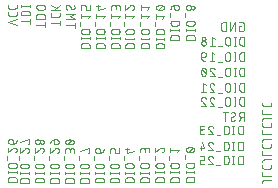
<source format=gbr>
G04 EAGLE Gerber RS-274X export*
G75*
%MOMM*%
%FSLAX34Y34*%
%LPD*%
%INSilkscreen Bottom*%
%IPPOS*%
%AMOC8*
5,1,8,0,0,1.08239X$1,22.5*%
G01*
%ADD10C,0.076200*%


D10*
X232283Y15917D02*
X226554Y15917D01*
X226476Y15915D01*
X226398Y15910D01*
X226321Y15900D01*
X226244Y15887D01*
X226168Y15871D01*
X226093Y15851D01*
X226019Y15827D01*
X225946Y15800D01*
X225874Y15769D01*
X225804Y15735D01*
X225736Y15698D01*
X225669Y15657D01*
X225604Y15613D01*
X225542Y15567D01*
X225482Y15517D01*
X225424Y15465D01*
X225369Y15410D01*
X225317Y15352D01*
X225267Y15292D01*
X225221Y15230D01*
X225177Y15165D01*
X225136Y15099D01*
X225099Y15030D01*
X225065Y14960D01*
X225034Y14888D01*
X225007Y14815D01*
X224983Y14741D01*
X224963Y14666D01*
X224947Y14590D01*
X224934Y14513D01*
X224924Y14436D01*
X224919Y14358D01*
X224917Y14280D01*
X224917Y13462D01*
X224917Y19611D02*
X232283Y19611D01*
X224917Y19611D02*
X224917Y22885D01*
X224917Y27305D02*
X224917Y28942D01*
X224917Y27305D02*
X224919Y27227D01*
X224924Y27149D01*
X224934Y27072D01*
X224947Y26995D01*
X224963Y26919D01*
X224983Y26844D01*
X225007Y26770D01*
X225034Y26697D01*
X225065Y26625D01*
X225099Y26555D01*
X225136Y26487D01*
X225177Y26420D01*
X225221Y26355D01*
X225267Y26293D01*
X225317Y26233D01*
X225369Y26175D01*
X225424Y26120D01*
X225482Y26068D01*
X225542Y26018D01*
X225604Y25972D01*
X225669Y25928D01*
X225736Y25887D01*
X225804Y25850D01*
X225874Y25816D01*
X225946Y25785D01*
X226019Y25758D01*
X226093Y25734D01*
X226168Y25714D01*
X226244Y25698D01*
X226321Y25685D01*
X226398Y25675D01*
X226476Y25670D01*
X226554Y25668D01*
X226554Y25669D02*
X230646Y25669D01*
X230646Y25668D02*
X230724Y25670D01*
X230802Y25675D01*
X230879Y25685D01*
X230956Y25698D01*
X231032Y25714D01*
X231107Y25734D01*
X231181Y25758D01*
X231254Y25785D01*
X231326Y25816D01*
X231396Y25850D01*
X231465Y25887D01*
X231531Y25928D01*
X231596Y25972D01*
X231658Y26018D01*
X231718Y26068D01*
X231776Y26120D01*
X231831Y26175D01*
X231883Y26233D01*
X231933Y26293D01*
X231979Y26355D01*
X232023Y26420D01*
X232064Y26487D01*
X232101Y26555D01*
X232135Y26625D01*
X232166Y26697D01*
X232193Y26770D01*
X232217Y26844D01*
X232237Y26919D01*
X232253Y26995D01*
X232266Y27072D01*
X232276Y27149D01*
X232281Y27227D01*
X232283Y27305D01*
X232283Y28942D01*
X232283Y33474D02*
X226554Y33474D01*
X226476Y33472D01*
X226398Y33467D01*
X226321Y33457D01*
X226244Y33444D01*
X226168Y33428D01*
X226093Y33408D01*
X226019Y33384D01*
X225946Y33357D01*
X225874Y33326D01*
X225804Y33292D01*
X225736Y33255D01*
X225669Y33214D01*
X225604Y33170D01*
X225542Y33124D01*
X225482Y33074D01*
X225424Y33022D01*
X225369Y32967D01*
X225317Y32909D01*
X225267Y32849D01*
X225221Y32787D01*
X225177Y32722D01*
X225136Y32656D01*
X225099Y32587D01*
X225065Y32517D01*
X225034Y32445D01*
X225007Y32372D01*
X224983Y32298D01*
X224963Y32223D01*
X224947Y32147D01*
X224934Y32070D01*
X224924Y31993D01*
X224919Y31915D01*
X224917Y31837D01*
X224917Y31018D01*
X224917Y37168D02*
X232283Y37168D01*
X224917Y37168D02*
X224917Y40441D01*
X224917Y44862D02*
X224917Y46499D01*
X224917Y44862D02*
X224919Y44784D01*
X224924Y44706D01*
X224934Y44629D01*
X224947Y44552D01*
X224963Y44476D01*
X224983Y44401D01*
X225007Y44327D01*
X225034Y44254D01*
X225065Y44182D01*
X225099Y44112D01*
X225136Y44044D01*
X225177Y43977D01*
X225221Y43912D01*
X225267Y43850D01*
X225317Y43790D01*
X225369Y43732D01*
X225424Y43677D01*
X225482Y43625D01*
X225542Y43575D01*
X225604Y43529D01*
X225669Y43485D01*
X225736Y43444D01*
X225804Y43407D01*
X225874Y43373D01*
X225946Y43342D01*
X226019Y43315D01*
X226093Y43291D01*
X226168Y43271D01*
X226244Y43255D01*
X226321Y43242D01*
X226398Y43232D01*
X226476Y43227D01*
X226554Y43225D01*
X230646Y43225D01*
X230724Y43227D01*
X230802Y43232D01*
X230879Y43242D01*
X230956Y43255D01*
X231032Y43271D01*
X231107Y43291D01*
X231181Y43315D01*
X231254Y43342D01*
X231326Y43373D01*
X231396Y43407D01*
X231465Y43444D01*
X231531Y43485D01*
X231596Y43529D01*
X231658Y43575D01*
X231718Y43625D01*
X231776Y43677D01*
X231831Y43732D01*
X231883Y43790D01*
X231933Y43850D01*
X231979Y43912D01*
X232023Y43977D01*
X232064Y44044D01*
X232101Y44112D01*
X232135Y44182D01*
X232166Y44254D01*
X232193Y44327D01*
X232217Y44401D01*
X232237Y44476D01*
X232253Y44552D01*
X232266Y44629D01*
X232276Y44706D01*
X232281Y44784D01*
X232283Y44862D01*
X232283Y46499D01*
X232283Y51030D02*
X226554Y51030D01*
X226476Y51028D01*
X226398Y51023D01*
X226321Y51013D01*
X226244Y51000D01*
X226168Y50984D01*
X226093Y50964D01*
X226019Y50940D01*
X225946Y50913D01*
X225874Y50882D01*
X225804Y50848D01*
X225736Y50811D01*
X225669Y50770D01*
X225604Y50726D01*
X225542Y50680D01*
X225482Y50630D01*
X225424Y50578D01*
X225369Y50523D01*
X225317Y50465D01*
X225267Y50405D01*
X225221Y50343D01*
X225177Y50278D01*
X225136Y50212D01*
X225099Y50143D01*
X225065Y50073D01*
X225034Y50001D01*
X225007Y49928D01*
X224983Y49854D01*
X224963Y49779D01*
X224947Y49703D01*
X224934Y49626D01*
X224924Y49549D01*
X224919Y49471D01*
X224917Y49393D01*
X224917Y48575D01*
X224917Y54724D02*
X232283Y54724D01*
X224917Y54724D02*
X224917Y57998D01*
X224917Y62418D02*
X224917Y64055D01*
X224917Y62418D02*
X224919Y62340D01*
X224924Y62262D01*
X224934Y62185D01*
X224947Y62108D01*
X224963Y62032D01*
X224983Y61957D01*
X225007Y61883D01*
X225034Y61810D01*
X225065Y61738D01*
X225099Y61668D01*
X225136Y61600D01*
X225177Y61533D01*
X225221Y61468D01*
X225267Y61406D01*
X225317Y61346D01*
X225369Y61288D01*
X225424Y61233D01*
X225482Y61181D01*
X225542Y61131D01*
X225604Y61085D01*
X225669Y61041D01*
X225736Y61000D01*
X225804Y60963D01*
X225874Y60929D01*
X225946Y60898D01*
X226019Y60871D01*
X226093Y60847D01*
X226168Y60827D01*
X226244Y60811D01*
X226321Y60798D01*
X226398Y60788D01*
X226476Y60783D01*
X226554Y60781D01*
X230646Y60781D01*
X230724Y60783D01*
X230802Y60788D01*
X230879Y60798D01*
X230956Y60811D01*
X231032Y60827D01*
X231107Y60847D01*
X231181Y60871D01*
X231254Y60898D01*
X231326Y60929D01*
X231396Y60963D01*
X231465Y61000D01*
X231531Y61041D01*
X231596Y61085D01*
X231658Y61131D01*
X231718Y61181D01*
X231776Y61233D01*
X231831Y61288D01*
X231883Y61346D01*
X231933Y61406D01*
X231979Y61468D01*
X232023Y61533D01*
X232064Y61600D01*
X232101Y61668D01*
X232135Y61738D01*
X232166Y61810D01*
X232193Y61883D01*
X232217Y61957D01*
X232237Y62032D01*
X232253Y62108D01*
X232266Y62185D01*
X232276Y62262D01*
X232281Y62340D01*
X232283Y62418D01*
X232283Y64055D01*
X232283Y68586D02*
X226554Y68586D01*
X226554Y68587D02*
X226476Y68585D01*
X226398Y68580D01*
X226321Y68570D01*
X226244Y68557D01*
X226168Y68541D01*
X226093Y68521D01*
X226019Y68497D01*
X225946Y68470D01*
X225874Y68439D01*
X225804Y68405D01*
X225736Y68368D01*
X225669Y68327D01*
X225604Y68283D01*
X225542Y68237D01*
X225482Y68187D01*
X225424Y68135D01*
X225369Y68080D01*
X225317Y68022D01*
X225267Y67962D01*
X225221Y67900D01*
X225177Y67835D01*
X225136Y67769D01*
X225099Y67700D01*
X225065Y67630D01*
X225034Y67558D01*
X225007Y67485D01*
X224983Y67411D01*
X224963Y67336D01*
X224947Y67260D01*
X224934Y67183D01*
X224924Y67106D01*
X224919Y67028D01*
X224917Y66950D01*
X224917Y66131D01*
X224917Y72280D02*
X232283Y72280D01*
X224917Y72280D02*
X224917Y75554D01*
X224917Y79975D02*
X224917Y81611D01*
X224917Y79975D02*
X224919Y79897D01*
X224924Y79819D01*
X224934Y79742D01*
X224947Y79665D01*
X224963Y79589D01*
X224983Y79514D01*
X225007Y79440D01*
X225034Y79367D01*
X225065Y79295D01*
X225099Y79225D01*
X225136Y79157D01*
X225177Y79090D01*
X225221Y79025D01*
X225267Y78963D01*
X225317Y78903D01*
X225369Y78845D01*
X225424Y78790D01*
X225482Y78738D01*
X225542Y78688D01*
X225604Y78642D01*
X225669Y78598D01*
X225736Y78557D01*
X225804Y78520D01*
X225874Y78486D01*
X225946Y78455D01*
X226019Y78428D01*
X226093Y78404D01*
X226168Y78384D01*
X226244Y78368D01*
X226321Y78355D01*
X226398Y78345D01*
X226476Y78340D01*
X226554Y78338D01*
X230646Y78338D01*
X230724Y78340D01*
X230802Y78345D01*
X230879Y78355D01*
X230956Y78368D01*
X231032Y78384D01*
X231107Y78404D01*
X231181Y78428D01*
X231254Y78455D01*
X231326Y78486D01*
X231396Y78520D01*
X231465Y78557D01*
X231531Y78598D01*
X231596Y78642D01*
X231658Y78688D01*
X231718Y78738D01*
X231776Y78790D01*
X231831Y78845D01*
X231883Y78903D01*
X231933Y78963D01*
X231979Y79025D01*
X232023Y79090D01*
X232064Y79157D01*
X232101Y79225D01*
X232135Y79295D01*
X232166Y79367D01*
X232193Y79440D01*
X232217Y79514D01*
X232237Y79589D01*
X232253Y79665D01*
X232266Y79742D01*
X232276Y79819D01*
X232281Y79897D01*
X232283Y79975D01*
X232283Y81611D01*
X17018Y147394D02*
X9652Y149849D01*
X17018Y152305D01*
X9652Y156732D02*
X9652Y158369D01*
X9652Y156732D02*
X9654Y156654D01*
X9659Y156576D01*
X9669Y156499D01*
X9682Y156422D01*
X9698Y156346D01*
X9718Y156271D01*
X9742Y156197D01*
X9769Y156124D01*
X9800Y156052D01*
X9834Y155982D01*
X9871Y155914D01*
X9912Y155847D01*
X9956Y155782D01*
X10002Y155720D01*
X10052Y155660D01*
X10104Y155602D01*
X10159Y155547D01*
X10217Y155495D01*
X10277Y155445D01*
X10339Y155399D01*
X10404Y155355D01*
X10470Y155314D01*
X10539Y155277D01*
X10609Y155243D01*
X10681Y155212D01*
X10754Y155185D01*
X10828Y155161D01*
X10903Y155141D01*
X10979Y155125D01*
X11056Y155112D01*
X11133Y155102D01*
X11211Y155097D01*
X11289Y155095D01*
X15381Y155095D01*
X15459Y155097D01*
X15537Y155102D01*
X15614Y155112D01*
X15691Y155125D01*
X15767Y155141D01*
X15842Y155161D01*
X15916Y155185D01*
X15989Y155212D01*
X16061Y155243D01*
X16131Y155277D01*
X16200Y155314D01*
X16266Y155355D01*
X16331Y155399D01*
X16393Y155445D01*
X16453Y155495D01*
X16511Y155547D01*
X16566Y155602D01*
X16618Y155660D01*
X16668Y155720D01*
X16714Y155782D01*
X16758Y155847D01*
X16799Y155914D01*
X16836Y155982D01*
X16870Y156052D01*
X16901Y156124D01*
X16928Y156197D01*
X16952Y156271D01*
X16972Y156346D01*
X16988Y156422D01*
X17001Y156499D01*
X17011Y156576D01*
X17016Y156654D01*
X17018Y156732D01*
X17018Y158369D01*
X9652Y162828D02*
X9652Y164465D01*
X9652Y162828D02*
X9654Y162750D01*
X9659Y162672D01*
X9669Y162595D01*
X9682Y162518D01*
X9698Y162442D01*
X9718Y162367D01*
X9742Y162293D01*
X9769Y162220D01*
X9800Y162148D01*
X9834Y162078D01*
X9871Y162010D01*
X9912Y161943D01*
X9956Y161878D01*
X10002Y161816D01*
X10052Y161756D01*
X10104Y161698D01*
X10159Y161643D01*
X10217Y161591D01*
X10277Y161541D01*
X10339Y161495D01*
X10404Y161451D01*
X10470Y161410D01*
X10539Y161373D01*
X10609Y161339D01*
X10681Y161308D01*
X10754Y161281D01*
X10828Y161257D01*
X10903Y161237D01*
X10979Y161221D01*
X11056Y161208D01*
X11133Y161198D01*
X11211Y161193D01*
X11289Y161191D01*
X15381Y161191D01*
X15459Y161193D01*
X15537Y161198D01*
X15614Y161208D01*
X15691Y161221D01*
X15767Y161237D01*
X15842Y161257D01*
X15916Y161281D01*
X15989Y161308D01*
X16061Y161339D01*
X16131Y161373D01*
X16200Y161410D01*
X16266Y161451D01*
X16331Y161495D01*
X16393Y161541D01*
X16453Y161591D01*
X16511Y161643D01*
X16566Y161698D01*
X16618Y161756D01*
X16668Y161816D01*
X16714Y161878D01*
X16758Y161943D01*
X16799Y162010D01*
X16836Y162078D01*
X16870Y162148D01*
X16901Y162220D01*
X16928Y162293D01*
X16952Y162367D01*
X16972Y162442D01*
X16988Y162518D01*
X17001Y162595D01*
X17011Y162672D01*
X17016Y162750D01*
X17018Y162828D01*
X17018Y164465D01*
X209550Y86233D02*
X209550Y78867D01*
X209550Y86233D02*
X207504Y86233D01*
X207415Y86231D01*
X207326Y86225D01*
X207237Y86215D01*
X207149Y86202D01*
X207061Y86185D01*
X206974Y86163D01*
X206889Y86138D01*
X206804Y86110D01*
X206721Y86077D01*
X206639Y86041D01*
X206559Y86002D01*
X206481Y85959D01*
X206405Y85913D01*
X206330Y85863D01*
X206258Y85810D01*
X206189Y85754D01*
X206122Y85695D01*
X206057Y85634D01*
X205996Y85569D01*
X205937Y85502D01*
X205881Y85433D01*
X205828Y85361D01*
X205778Y85286D01*
X205732Y85210D01*
X205689Y85132D01*
X205650Y85052D01*
X205614Y84970D01*
X205581Y84887D01*
X205553Y84802D01*
X205528Y84717D01*
X205506Y84630D01*
X205489Y84542D01*
X205476Y84454D01*
X205466Y84365D01*
X205460Y84276D01*
X205458Y84187D01*
X205458Y80913D01*
X205460Y80824D01*
X205466Y80735D01*
X205476Y80646D01*
X205489Y80558D01*
X205506Y80470D01*
X205528Y80383D01*
X205553Y80298D01*
X205581Y80213D01*
X205614Y80130D01*
X205650Y80048D01*
X205689Y79968D01*
X205732Y79890D01*
X205778Y79814D01*
X205828Y79739D01*
X205881Y79667D01*
X205937Y79598D01*
X205996Y79531D01*
X206057Y79466D01*
X206122Y79405D01*
X206189Y79346D01*
X206258Y79290D01*
X206330Y79237D01*
X206405Y79187D01*
X206481Y79141D01*
X206559Y79098D01*
X206639Y79059D01*
X206721Y79023D01*
X206804Y78990D01*
X206889Y78962D01*
X206974Y78937D01*
X207061Y78915D01*
X207149Y78898D01*
X207237Y78885D01*
X207326Y78875D01*
X207415Y78869D01*
X207504Y78867D01*
X209550Y78867D01*
X201408Y78867D02*
X201408Y86233D01*
X202226Y78867D02*
X200589Y78867D01*
X200589Y86233D02*
X202226Y86233D01*
X197602Y84187D02*
X197602Y80913D01*
X197602Y84187D02*
X197600Y84276D01*
X197594Y84365D01*
X197584Y84454D01*
X197571Y84542D01*
X197554Y84630D01*
X197532Y84717D01*
X197507Y84802D01*
X197479Y84887D01*
X197446Y84970D01*
X197410Y85052D01*
X197371Y85132D01*
X197328Y85210D01*
X197282Y85286D01*
X197232Y85361D01*
X197179Y85433D01*
X197123Y85502D01*
X197064Y85569D01*
X197003Y85634D01*
X196938Y85695D01*
X196871Y85754D01*
X196802Y85810D01*
X196730Y85863D01*
X196655Y85913D01*
X196579Y85959D01*
X196501Y86002D01*
X196421Y86041D01*
X196339Y86077D01*
X196256Y86110D01*
X196171Y86138D01*
X196086Y86163D01*
X195999Y86185D01*
X195911Y86202D01*
X195823Y86215D01*
X195734Y86225D01*
X195645Y86231D01*
X195556Y86233D01*
X195467Y86231D01*
X195378Y86225D01*
X195289Y86215D01*
X195201Y86202D01*
X195113Y86185D01*
X195026Y86163D01*
X194941Y86138D01*
X194856Y86110D01*
X194773Y86077D01*
X194691Y86041D01*
X194611Y86002D01*
X194533Y85959D01*
X194457Y85913D01*
X194382Y85863D01*
X194310Y85810D01*
X194241Y85754D01*
X194174Y85695D01*
X194109Y85634D01*
X194048Y85569D01*
X193989Y85502D01*
X193933Y85433D01*
X193880Y85361D01*
X193830Y85286D01*
X193784Y85210D01*
X193741Y85132D01*
X193702Y85052D01*
X193666Y84970D01*
X193633Y84887D01*
X193605Y84802D01*
X193580Y84717D01*
X193558Y84630D01*
X193541Y84542D01*
X193528Y84454D01*
X193518Y84365D01*
X193512Y84276D01*
X193510Y84187D01*
X193510Y80913D01*
X193512Y80824D01*
X193518Y80735D01*
X193528Y80646D01*
X193541Y80558D01*
X193558Y80470D01*
X193580Y80383D01*
X193605Y80298D01*
X193633Y80213D01*
X193666Y80130D01*
X193702Y80048D01*
X193741Y79968D01*
X193784Y79890D01*
X193830Y79814D01*
X193880Y79739D01*
X193933Y79667D01*
X193989Y79598D01*
X194048Y79531D01*
X194109Y79466D01*
X194174Y79405D01*
X194241Y79346D01*
X194310Y79290D01*
X194382Y79237D01*
X194457Y79187D01*
X194533Y79141D01*
X194611Y79098D01*
X194691Y79059D01*
X194773Y79023D01*
X194856Y78990D01*
X194941Y78962D01*
X195026Y78937D01*
X195113Y78915D01*
X195201Y78898D01*
X195289Y78885D01*
X195378Y78875D01*
X195467Y78869D01*
X195556Y78867D01*
X195645Y78869D01*
X195734Y78875D01*
X195823Y78885D01*
X195911Y78898D01*
X195999Y78915D01*
X196086Y78937D01*
X196171Y78962D01*
X196256Y78990D01*
X196339Y79023D01*
X196421Y79059D01*
X196501Y79098D01*
X196579Y79141D01*
X196655Y79187D01*
X196730Y79237D01*
X196802Y79290D01*
X196871Y79346D01*
X196938Y79405D01*
X197003Y79466D01*
X197064Y79531D01*
X197123Y79598D01*
X197179Y79667D01*
X197232Y79739D01*
X197282Y79814D01*
X197328Y79890D01*
X197371Y79968D01*
X197410Y80048D01*
X197446Y80130D01*
X197479Y80213D01*
X197507Y80298D01*
X197532Y80383D01*
X197554Y80470D01*
X197571Y80558D01*
X197584Y80646D01*
X197594Y80735D01*
X197600Y80824D01*
X197602Y80913D01*
X190609Y78049D02*
X187335Y78049D01*
X180342Y84392D02*
X180344Y84477D01*
X180350Y84562D01*
X180360Y84646D01*
X180373Y84730D01*
X180391Y84814D01*
X180412Y84896D01*
X180437Y84977D01*
X180466Y85057D01*
X180499Y85136D01*
X180535Y85213D01*
X180575Y85288D01*
X180618Y85362D01*
X180664Y85433D01*
X180714Y85502D01*
X180767Y85569D01*
X180823Y85633D01*
X180882Y85694D01*
X180943Y85753D01*
X181007Y85809D01*
X181074Y85862D01*
X181143Y85912D01*
X181214Y85958D01*
X181288Y86001D01*
X181363Y86041D01*
X181440Y86077D01*
X181519Y86110D01*
X181599Y86139D01*
X181680Y86164D01*
X181762Y86185D01*
X181846Y86203D01*
X181930Y86216D01*
X182014Y86226D01*
X182099Y86232D01*
X182184Y86234D01*
X182184Y86233D02*
X182280Y86231D01*
X182376Y86225D01*
X182471Y86215D01*
X182566Y86202D01*
X182661Y86184D01*
X182754Y86163D01*
X182847Y86138D01*
X182938Y86109D01*
X183029Y86077D01*
X183118Y86041D01*
X183205Y86001D01*
X183291Y85958D01*
X183375Y85912D01*
X183457Y85862D01*
X183537Y85808D01*
X183614Y85752D01*
X183689Y85692D01*
X183762Y85630D01*
X183832Y85564D01*
X183900Y85496D01*
X183965Y85425D01*
X184026Y85352D01*
X184085Y85276D01*
X184141Y85197D01*
X184193Y85117D01*
X184242Y85034D01*
X184288Y84950D01*
X184330Y84864D01*
X184368Y84776D01*
X184403Y84687D01*
X184435Y84596D01*
X180956Y82960D02*
X180896Y83019D01*
X180839Y83081D01*
X180784Y83145D01*
X180733Y83212D01*
X180684Y83281D01*
X180638Y83351D01*
X180595Y83424D01*
X180555Y83498D01*
X180519Y83574D01*
X180486Y83652D01*
X180456Y83731D01*
X180429Y83811D01*
X180406Y83892D01*
X180387Y83974D01*
X180371Y84056D01*
X180358Y84140D01*
X180349Y84224D01*
X180344Y84308D01*
X180342Y84392D01*
X180956Y82959D02*
X184435Y78867D01*
X180342Y78867D01*
X173027Y84392D02*
X173029Y84477D01*
X173035Y84562D01*
X173045Y84646D01*
X173058Y84730D01*
X173076Y84814D01*
X173097Y84896D01*
X173122Y84977D01*
X173151Y85057D01*
X173184Y85136D01*
X173220Y85213D01*
X173260Y85288D01*
X173303Y85362D01*
X173349Y85433D01*
X173399Y85502D01*
X173452Y85569D01*
X173508Y85633D01*
X173567Y85694D01*
X173628Y85753D01*
X173692Y85809D01*
X173759Y85862D01*
X173828Y85912D01*
X173899Y85958D01*
X173973Y86001D01*
X174048Y86041D01*
X174125Y86077D01*
X174204Y86110D01*
X174284Y86139D01*
X174365Y86164D01*
X174447Y86185D01*
X174531Y86203D01*
X174615Y86216D01*
X174699Y86226D01*
X174784Y86232D01*
X174869Y86234D01*
X174869Y86233D02*
X174965Y86231D01*
X175061Y86225D01*
X175156Y86215D01*
X175251Y86202D01*
X175346Y86184D01*
X175439Y86163D01*
X175532Y86138D01*
X175623Y86109D01*
X175714Y86077D01*
X175803Y86041D01*
X175890Y86001D01*
X175976Y85958D01*
X176060Y85912D01*
X176142Y85862D01*
X176222Y85808D01*
X176299Y85752D01*
X176374Y85692D01*
X176447Y85630D01*
X176517Y85564D01*
X176585Y85496D01*
X176650Y85425D01*
X176711Y85352D01*
X176770Y85276D01*
X176826Y85197D01*
X176878Y85117D01*
X176927Y85034D01*
X176973Y84950D01*
X177015Y84864D01*
X177053Y84776D01*
X177088Y84687D01*
X177120Y84596D01*
X173641Y82960D02*
X173581Y83019D01*
X173524Y83081D01*
X173469Y83145D01*
X173418Y83212D01*
X173369Y83281D01*
X173323Y83351D01*
X173280Y83424D01*
X173240Y83498D01*
X173204Y83574D01*
X173171Y83652D01*
X173141Y83731D01*
X173114Y83811D01*
X173091Y83892D01*
X173072Y83974D01*
X173056Y84056D01*
X173043Y84140D01*
X173034Y84224D01*
X173029Y84308D01*
X173027Y84392D01*
X173641Y82959D02*
X177119Y78867D01*
X173027Y78867D01*
X209550Y90805D02*
X209550Y98171D01*
X207504Y98171D01*
X207415Y98169D01*
X207326Y98163D01*
X207237Y98153D01*
X207149Y98140D01*
X207061Y98123D01*
X206974Y98101D01*
X206889Y98076D01*
X206804Y98048D01*
X206721Y98015D01*
X206639Y97979D01*
X206559Y97940D01*
X206481Y97897D01*
X206405Y97851D01*
X206330Y97801D01*
X206258Y97748D01*
X206189Y97692D01*
X206122Y97633D01*
X206057Y97572D01*
X205996Y97507D01*
X205937Y97440D01*
X205881Y97371D01*
X205828Y97299D01*
X205778Y97224D01*
X205732Y97148D01*
X205689Y97070D01*
X205650Y96990D01*
X205614Y96908D01*
X205581Y96825D01*
X205553Y96740D01*
X205528Y96655D01*
X205506Y96568D01*
X205489Y96480D01*
X205476Y96392D01*
X205466Y96303D01*
X205460Y96214D01*
X205458Y96125D01*
X205458Y92851D01*
X205460Y92762D01*
X205466Y92673D01*
X205476Y92584D01*
X205489Y92496D01*
X205506Y92408D01*
X205528Y92321D01*
X205553Y92236D01*
X205581Y92151D01*
X205614Y92068D01*
X205650Y91986D01*
X205689Y91906D01*
X205732Y91828D01*
X205778Y91752D01*
X205828Y91677D01*
X205881Y91605D01*
X205937Y91536D01*
X205996Y91469D01*
X206057Y91404D01*
X206122Y91343D01*
X206189Y91284D01*
X206258Y91228D01*
X206330Y91175D01*
X206405Y91125D01*
X206481Y91079D01*
X206559Y91036D01*
X206639Y90997D01*
X206721Y90961D01*
X206804Y90928D01*
X206889Y90900D01*
X206974Y90875D01*
X207061Y90853D01*
X207149Y90836D01*
X207237Y90823D01*
X207326Y90813D01*
X207415Y90807D01*
X207504Y90805D01*
X209550Y90805D01*
X201408Y90805D02*
X201408Y98171D01*
X202226Y90805D02*
X200589Y90805D01*
X200589Y98171D02*
X202226Y98171D01*
X197602Y96125D02*
X197602Y92851D01*
X197602Y96125D02*
X197600Y96214D01*
X197594Y96303D01*
X197584Y96392D01*
X197571Y96480D01*
X197554Y96568D01*
X197532Y96655D01*
X197507Y96740D01*
X197479Y96825D01*
X197446Y96908D01*
X197410Y96990D01*
X197371Y97070D01*
X197328Y97148D01*
X197282Y97224D01*
X197232Y97299D01*
X197179Y97371D01*
X197123Y97440D01*
X197064Y97507D01*
X197003Y97572D01*
X196938Y97633D01*
X196871Y97692D01*
X196802Y97748D01*
X196730Y97801D01*
X196655Y97851D01*
X196579Y97897D01*
X196501Y97940D01*
X196421Y97979D01*
X196339Y98015D01*
X196256Y98048D01*
X196171Y98076D01*
X196086Y98101D01*
X195999Y98123D01*
X195911Y98140D01*
X195823Y98153D01*
X195734Y98163D01*
X195645Y98169D01*
X195556Y98171D01*
X195467Y98169D01*
X195378Y98163D01*
X195289Y98153D01*
X195201Y98140D01*
X195113Y98123D01*
X195026Y98101D01*
X194941Y98076D01*
X194856Y98048D01*
X194773Y98015D01*
X194691Y97979D01*
X194611Y97940D01*
X194533Y97897D01*
X194457Y97851D01*
X194382Y97801D01*
X194310Y97748D01*
X194241Y97692D01*
X194174Y97633D01*
X194109Y97572D01*
X194048Y97507D01*
X193989Y97440D01*
X193933Y97371D01*
X193880Y97299D01*
X193830Y97224D01*
X193784Y97148D01*
X193741Y97070D01*
X193702Y96990D01*
X193666Y96908D01*
X193633Y96825D01*
X193605Y96740D01*
X193580Y96655D01*
X193558Y96568D01*
X193541Y96480D01*
X193528Y96392D01*
X193518Y96303D01*
X193512Y96214D01*
X193510Y96125D01*
X193510Y92851D01*
X193512Y92762D01*
X193518Y92673D01*
X193528Y92584D01*
X193541Y92496D01*
X193558Y92408D01*
X193580Y92321D01*
X193605Y92236D01*
X193633Y92151D01*
X193666Y92068D01*
X193702Y91986D01*
X193741Y91906D01*
X193784Y91828D01*
X193830Y91752D01*
X193880Y91677D01*
X193933Y91605D01*
X193989Y91536D01*
X194048Y91469D01*
X194109Y91404D01*
X194174Y91343D01*
X194241Y91284D01*
X194310Y91228D01*
X194382Y91175D01*
X194457Y91125D01*
X194533Y91079D01*
X194611Y91036D01*
X194691Y90997D01*
X194773Y90961D01*
X194856Y90928D01*
X194941Y90900D01*
X195026Y90875D01*
X195113Y90853D01*
X195201Y90836D01*
X195289Y90823D01*
X195378Y90813D01*
X195467Y90807D01*
X195556Y90805D01*
X195645Y90807D01*
X195734Y90813D01*
X195823Y90823D01*
X195911Y90836D01*
X195999Y90853D01*
X196086Y90875D01*
X196171Y90900D01*
X196256Y90928D01*
X196339Y90961D01*
X196421Y90997D01*
X196501Y91036D01*
X196579Y91079D01*
X196655Y91125D01*
X196730Y91175D01*
X196802Y91228D01*
X196871Y91284D01*
X196938Y91343D01*
X197003Y91404D01*
X197064Y91469D01*
X197123Y91536D01*
X197179Y91605D01*
X197232Y91677D01*
X197282Y91752D01*
X197328Y91828D01*
X197371Y91906D01*
X197410Y91986D01*
X197446Y92068D01*
X197479Y92151D01*
X197507Y92236D01*
X197532Y92321D01*
X197554Y92408D01*
X197571Y92496D01*
X197584Y92584D01*
X197594Y92673D01*
X197600Y92762D01*
X197602Y92851D01*
X190609Y89987D02*
X187335Y89987D01*
X180342Y96330D02*
X180344Y96415D01*
X180350Y96500D01*
X180360Y96584D01*
X180373Y96668D01*
X180391Y96752D01*
X180412Y96834D01*
X180437Y96915D01*
X180466Y96995D01*
X180499Y97074D01*
X180535Y97151D01*
X180575Y97226D01*
X180618Y97300D01*
X180664Y97371D01*
X180714Y97440D01*
X180767Y97507D01*
X180823Y97571D01*
X180882Y97632D01*
X180943Y97691D01*
X181007Y97747D01*
X181074Y97800D01*
X181143Y97850D01*
X181214Y97896D01*
X181288Y97939D01*
X181363Y97979D01*
X181440Y98015D01*
X181519Y98048D01*
X181599Y98077D01*
X181680Y98102D01*
X181762Y98123D01*
X181846Y98141D01*
X181930Y98154D01*
X182014Y98164D01*
X182099Y98170D01*
X182184Y98172D01*
X182184Y98171D02*
X182280Y98169D01*
X182376Y98163D01*
X182471Y98153D01*
X182566Y98140D01*
X182661Y98122D01*
X182754Y98101D01*
X182847Y98076D01*
X182938Y98047D01*
X183029Y98015D01*
X183118Y97979D01*
X183205Y97939D01*
X183291Y97896D01*
X183375Y97850D01*
X183457Y97800D01*
X183537Y97746D01*
X183614Y97690D01*
X183689Y97630D01*
X183762Y97568D01*
X183832Y97502D01*
X183900Y97434D01*
X183965Y97363D01*
X184026Y97290D01*
X184085Y97214D01*
X184141Y97135D01*
X184193Y97055D01*
X184242Y96972D01*
X184288Y96888D01*
X184330Y96802D01*
X184368Y96714D01*
X184403Y96625D01*
X184435Y96534D01*
X180956Y94898D02*
X180896Y94957D01*
X180839Y95019D01*
X180784Y95083D01*
X180733Y95150D01*
X180684Y95219D01*
X180638Y95289D01*
X180595Y95362D01*
X180555Y95436D01*
X180519Y95512D01*
X180486Y95590D01*
X180456Y95669D01*
X180429Y95749D01*
X180406Y95830D01*
X180387Y95912D01*
X180371Y95994D01*
X180358Y96078D01*
X180349Y96162D01*
X180344Y96246D01*
X180342Y96330D01*
X180956Y94897D02*
X184435Y90805D01*
X180342Y90805D01*
X177119Y96534D02*
X175073Y98171D01*
X175073Y90805D01*
X177119Y90805D02*
X173027Y90805D01*
X209677Y103886D02*
X209677Y111252D01*
X207631Y111252D01*
X207542Y111250D01*
X207453Y111244D01*
X207364Y111234D01*
X207276Y111221D01*
X207188Y111204D01*
X207101Y111182D01*
X207016Y111157D01*
X206931Y111129D01*
X206848Y111096D01*
X206766Y111060D01*
X206686Y111021D01*
X206608Y110978D01*
X206532Y110932D01*
X206457Y110882D01*
X206385Y110829D01*
X206316Y110773D01*
X206249Y110714D01*
X206184Y110653D01*
X206123Y110588D01*
X206064Y110521D01*
X206008Y110452D01*
X205955Y110380D01*
X205905Y110305D01*
X205859Y110229D01*
X205816Y110151D01*
X205777Y110071D01*
X205741Y109989D01*
X205708Y109906D01*
X205680Y109821D01*
X205655Y109736D01*
X205633Y109649D01*
X205616Y109561D01*
X205603Y109473D01*
X205593Y109384D01*
X205587Y109295D01*
X205585Y109206D01*
X205585Y105932D01*
X205587Y105843D01*
X205593Y105754D01*
X205603Y105665D01*
X205616Y105577D01*
X205633Y105489D01*
X205655Y105402D01*
X205680Y105317D01*
X205708Y105232D01*
X205741Y105149D01*
X205777Y105067D01*
X205816Y104987D01*
X205859Y104909D01*
X205905Y104833D01*
X205955Y104758D01*
X206008Y104686D01*
X206064Y104617D01*
X206123Y104550D01*
X206184Y104485D01*
X206249Y104424D01*
X206316Y104365D01*
X206385Y104309D01*
X206457Y104256D01*
X206532Y104206D01*
X206608Y104160D01*
X206686Y104117D01*
X206766Y104078D01*
X206848Y104042D01*
X206931Y104009D01*
X207016Y103981D01*
X207101Y103956D01*
X207188Y103934D01*
X207276Y103917D01*
X207364Y103904D01*
X207453Y103894D01*
X207542Y103888D01*
X207631Y103886D01*
X209677Y103886D01*
X201535Y103886D02*
X201535Y111252D01*
X202353Y103886D02*
X200716Y103886D01*
X200716Y111252D02*
X202353Y111252D01*
X197729Y109206D02*
X197729Y105932D01*
X197729Y109206D02*
X197727Y109295D01*
X197721Y109384D01*
X197711Y109473D01*
X197698Y109561D01*
X197681Y109649D01*
X197659Y109736D01*
X197634Y109821D01*
X197606Y109906D01*
X197573Y109989D01*
X197537Y110071D01*
X197498Y110151D01*
X197455Y110229D01*
X197409Y110305D01*
X197359Y110380D01*
X197306Y110452D01*
X197250Y110521D01*
X197191Y110588D01*
X197130Y110653D01*
X197065Y110714D01*
X196998Y110773D01*
X196929Y110829D01*
X196857Y110882D01*
X196782Y110932D01*
X196706Y110978D01*
X196628Y111021D01*
X196548Y111060D01*
X196466Y111096D01*
X196383Y111129D01*
X196298Y111157D01*
X196213Y111182D01*
X196126Y111204D01*
X196038Y111221D01*
X195950Y111234D01*
X195861Y111244D01*
X195772Y111250D01*
X195683Y111252D01*
X195594Y111250D01*
X195505Y111244D01*
X195416Y111234D01*
X195328Y111221D01*
X195240Y111204D01*
X195153Y111182D01*
X195068Y111157D01*
X194983Y111129D01*
X194900Y111096D01*
X194818Y111060D01*
X194738Y111021D01*
X194660Y110978D01*
X194584Y110932D01*
X194509Y110882D01*
X194437Y110829D01*
X194368Y110773D01*
X194301Y110714D01*
X194236Y110653D01*
X194175Y110588D01*
X194116Y110521D01*
X194060Y110452D01*
X194007Y110380D01*
X193957Y110305D01*
X193911Y110229D01*
X193868Y110151D01*
X193829Y110071D01*
X193793Y109989D01*
X193760Y109906D01*
X193732Y109821D01*
X193707Y109736D01*
X193685Y109649D01*
X193668Y109561D01*
X193655Y109473D01*
X193645Y109384D01*
X193639Y109295D01*
X193637Y109206D01*
X193637Y105932D01*
X193639Y105843D01*
X193645Y105754D01*
X193655Y105665D01*
X193668Y105577D01*
X193685Y105489D01*
X193707Y105402D01*
X193732Y105317D01*
X193760Y105232D01*
X193793Y105149D01*
X193829Y105067D01*
X193868Y104987D01*
X193911Y104909D01*
X193957Y104833D01*
X194007Y104758D01*
X194060Y104686D01*
X194116Y104617D01*
X194175Y104550D01*
X194236Y104485D01*
X194301Y104424D01*
X194368Y104365D01*
X194437Y104309D01*
X194509Y104256D01*
X194584Y104206D01*
X194660Y104160D01*
X194738Y104117D01*
X194818Y104078D01*
X194900Y104042D01*
X194983Y104009D01*
X195068Y103981D01*
X195153Y103956D01*
X195240Y103934D01*
X195328Y103917D01*
X195416Y103904D01*
X195505Y103894D01*
X195594Y103888D01*
X195683Y103886D01*
X195772Y103888D01*
X195861Y103894D01*
X195950Y103904D01*
X196038Y103917D01*
X196126Y103934D01*
X196213Y103956D01*
X196298Y103981D01*
X196383Y104009D01*
X196466Y104042D01*
X196548Y104078D01*
X196628Y104117D01*
X196706Y104160D01*
X196782Y104206D01*
X196857Y104256D01*
X196929Y104309D01*
X196998Y104365D01*
X197065Y104424D01*
X197130Y104485D01*
X197191Y104550D01*
X197250Y104617D01*
X197306Y104686D01*
X197359Y104758D01*
X197409Y104833D01*
X197455Y104909D01*
X197498Y104987D01*
X197537Y105067D01*
X197573Y105149D01*
X197606Y105232D01*
X197634Y105317D01*
X197659Y105402D01*
X197681Y105489D01*
X197698Y105577D01*
X197711Y105665D01*
X197721Y105754D01*
X197727Y105843D01*
X197729Y105932D01*
X190736Y103068D02*
X187462Y103068D01*
X180469Y109411D02*
X180471Y109496D01*
X180477Y109581D01*
X180487Y109665D01*
X180500Y109749D01*
X180518Y109833D01*
X180539Y109915D01*
X180564Y109996D01*
X180593Y110076D01*
X180626Y110155D01*
X180662Y110232D01*
X180702Y110307D01*
X180745Y110381D01*
X180791Y110452D01*
X180841Y110521D01*
X180894Y110588D01*
X180950Y110652D01*
X181009Y110713D01*
X181070Y110772D01*
X181134Y110828D01*
X181201Y110881D01*
X181270Y110931D01*
X181341Y110977D01*
X181415Y111020D01*
X181490Y111060D01*
X181567Y111096D01*
X181646Y111129D01*
X181726Y111158D01*
X181807Y111183D01*
X181889Y111204D01*
X181973Y111222D01*
X182057Y111235D01*
X182141Y111245D01*
X182226Y111251D01*
X182311Y111253D01*
X182311Y111252D02*
X182407Y111250D01*
X182503Y111244D01*
X182598Y111234D01*
X182693Y111221D01*
X182788Y111203D01*
X182881Y111182D01*
X182974Y111157D01*
X183065Y111128D01*
X183156Y111096D01*
X183245Y111060D01*
X183332Y111020D01*
X183418Y110977D01*
X183502Y110931D01*
X183584Y110881D01*
X183664Y110827D01*
X183741Y110771D01*
X183816Y110711D01*
X183889Y110649D01*
X183959Y110583D01*
X184027Y110515D01*
X184092Y110444D01*
X184153Y110371D01*
X184212Y110295D01*
X184268Y110216D01*
X184320Y110136D01*
X184369Y110053D01*
X184415Y109969D01*
X184457Y109883D01*
X184495Y109795D01*
X184530Y109706D01*
X184562Y109615D01*
X181083Y107979D02*
X181023Y108038D01*
X180966Y108100D01*
X180911Y108164D01*
X180860Y108231D01*
X180811Y108300D01*
X180765Y108370D01*
X180722Y108443D01*
X180682Y108517D01*
X180646Y108593D01*
X180613Y108671D01*
X180583Y108750D01*
X180556Y108830D01*
X180533Y108911D01*
X180514Y108993D01*
X180498Y109075D01*
X180485Y109159D01*
X180476Y109243D01*
X180471Y109327D01*
X180469Y109411D01*
X181083Y107978D02*
X184562Y103886D01*
X180469Y103886D01*
X177246Y107569D02*
X177244Y107722D01*
X177238Y107875D01*
X177229Y108027D01*
X177215Y108180D01*
X177198Y108332D01*
X177177Y108483D01*
X177152Y108634D01*
X177123Y108784D01*
X177091Y108934D01*
X177054Y109082D01*
X177014Y109230D01*
X176971Y109377D01*
X176923Y109522D01*
X176872Y109666D01*
X176818Y109809D01*
X176759Y109951D01*
X176698Y110090D01*
X176632Y110229D01*
X176606Y110299D01*
X176576Y110368D01*
X176544Y110436D01*
X176507Y110502D01*
X176468Y110566D01*
X176425Y110628D01*
X176380Y110687D01*
X176331Y110745D01*
X176280Y110799D01*
X176226Y110852D01*
X176169Y110901D01*
X176110Y110948D01*
X176049Y110991D01*
X175986Y111032D01*
X175921Y111069D01*
X175854Y111104D01*
X175785Y111134D01*
X175715Y111162D01*
X175644Y111185D01*
X175572Y111206D01*
X175499Y111222D01*
X175425Y111235D01*
X175350Y111245D01*
X175275Y111250D01*
X175200Y111252D01*
X175125Y111250D01*
X175050Y111245D01*
X174975Y111235D01*
X174901Y111222D01*
X174828Y111206D01*
X174756Y111185D01*
X174685Y111162D01*
X174615Y111134D01*
X174546Y111104D01*
X174479Y111069D01*
X174414Y111032D01*
X174351Y110991D01*
X174290Y110948D01*
X174231Y110901D01*
X174174Y110852D01*
X174120Y110799D01*
X174069Y110745D01*
X174021Y110687D01*
X173975Y110628D01*
X173932Y110566D01*
X173893Y110502D01*
X173857Y110436D01*
X173824Y110369D01*
X173794Y110299D01*
X173768Y110229D01*
X173703Y110091D01*
X173641Y109951D01*
X173583Y109809D01*
X173528Y109666D01*
X173477Y109522D01*
X173429Y109377D01*
X173386Y109230D01*
X173346Y109083D01*
X173309Y108934D01*
X173277Y108784D01*
X173248Y108634D01*
X173223Y108483D01*
X173202Y108332D01*
X173185Y108180D01*
X173171Y108027D01*
X173162Y107875D01*
X173156Y107722D01*
X173154Y107569D01*
X177247Y107569D02*
X177245Y107416D01*
X177239Y107263D01*
X177230Y107110D01*
X177216Y106958D01*
X177199Y106806D01*
X177178Y106655D01*
X177153Y106504D01*
X177124Y106353D01*
X177092Y106204D01*
X177055Y106055D01*
X177015Y105908D01*
X176972Y105761D01*
X176924Y105616D01*
X176873Y105471D01*
X176818Y105329D01*
X176760Y105187D01*
X176698Y105047D01*
X176633Y104909D01*
X176632Y104909D02*
X176606Y104839D01*
X176576Y104769D01*
X176544Y104702D01*
X176507Y104636D01*
X176468Y104572D01*
X176425Y104510D01*
X176379Y104451D01*
X176331Y104393D01*
X176280Y104339D01*
X176226Y104286D01*
X176169Y104237D01*
X176110Y104190D01*
X176049Y104147D01*
X175986Y104106D01*
X175921Y104069D01*
X175854Y104034D01*
X175785Y104004D01*
X175715Y103976D01*
X175644Y103953D01*
X175572Y103932D01*
X175499Y103916D01*
X175425Y103903D01*
X175350Y103893D01*
X175275Y103888D01*
X175200Y103886D01*
X173768Y104909D02*
X173703Y105047D01*
X173641Y105187D01*
X173583Y105329D01*
X173528Y105472D01*
X173477Y105616D01*
X173429Y105761D01*
X173386Y105908D01*
X173346Y106056D01*
X173309Y106204D01*
X173277Y106354D01*
X173248Y106504D01*
X173223Y106655D01*
X173202Y106806D01*
X173185Y106958D01*
X173171Y107111D01*
X173162Y107263D01*
X173156Y107416D01*
X173154Y107569D01*
X173768Y104909D02*
X173794Y104838D01*
X173824Y104769D01*
X173857Y104702D01*
X173893Y104636D01*
X173932Y104572D01*
X173975Y104510D01*
X174021Y104451D01*
X174069Y104393D01*
X174120Y104339D01*
X174174Y104286D01*
X174231Y104237D01*
X174290Y104190D01*
X174351Y104147D01*
X174414Y104106D01*
X174479Y104069D01*
X174546Y104034D01*
X174615Y104004D01*
X174685Y103976D01*
X174756Y103953D01*
X174828Y103932D01*
X174901Y103916D01*
X174975Y103903D01*
X175050Y103893D01*
X175125Y103888D01*
X175200Y103886D01*
X176837Y105523D02*
X173563Y109615D01*
X209550Y116840D02*
X209550Y124206D01*
X207504Y124206D01*
X207415Y124204D01*
X207326Y124198D01*
X207237Y124188D01*
X207149Y124175D01*
X207061Y124158D01*
X206974Y124136D01*
X206889Y124111D01*
X206804Y124083D01*
X206721Y124050D01*
X206639Y124014D01*
X206559Y123975D01*
X206481Y123932D01*
X206405Y123886D01*
X206330Y123836D01*
X206258Y123783D01*
X206189Y123727D01*
X206122Y123668D01*
X206057Y123607D01*
X205996Y123542D01*
X205937Y123475D01*
X205881Y123406D01*
X205828Y123334D01*
X205778Y123259D01*
X205732Y123183D01*
X205689Y123105D01*
X205650Y123025D01*
X205614Y122943D01*
X205581Y122860D01*
X205553Y122775D01*
X205528Y122690D01*
X205506Y122603D01*
X205489Y122515D01*
X205476Y122427D01*
X205466Y122338D01*
X205460Y122249D01*
X205458Y122160D01*
X205458Y118886D01*
X205460Y118797D01*
X205466Y118708D01*
X205476Y118619D01*
X205489Y118531D01*
X205506Y118443D01*
X205528Y118356D01*
X205553Y118271D01*
X205581Y118186D01*
X205614Y118103D01*
X205650Y118021D01*
X205689Y117941D01*
X205732Y117863D01*
X205778Y117787D01*
X205828Y117712D01*
X205881Y117640D01*
X205937Y117571D01*
X205996Y117504D01*
X206057Y117439D01*
X206122Y117378D01*
X206189Y117319D01*
X206258Y117263D01*
X206330Y117210D01*
X206405Y117160D01*
X206481Y117114D01*
X206559Y117071D01*
X206639Y117032D01*
X206721Y116996D01*
X206804Y116963D01*
X206889Y116935D01*
X206974Y116910D01*
X207061Y116888D01*
X207149Y116871D01*
X207237Y116858D01*
X207326Y116848D01*
X207415Y116842D01*
X207504Y116840D01*
X209550Y116840D01*
X201408Y116840D02*
X201408Y124206D01*
X202226Y116840D02*
X200589Y116840D01*
X200589Y124206D02*
X202226Y124206D01*
X197602Y122160D02*
X197602Y118886D01*
X197602Y122160D02*
X197600Y122249D01*
X197594Y122338D01*
X197584Y122427D01*
X197571Y122515D01*
X197554Y122603D01*
X197532Y122690D01*
X197507Y122775D01*
X197479Y122860D01*
X197446Y122943D01*
X197410Y123025D01*
X197371Y123105D01*
X197328Y123183D01*
X197282Y123259D01*
X197232Y123334D01*
X197179Y123406D01*
X197123Y123475D01*
X197064Y123542D01*
X197003Y123607D01*
X196938Y123668D01*
X196871Y123727D01*
X196802Y123783D01*
X196730Y123836D01*
X196655Y123886D01*
X196579Y123932D01*
X196501Y123975D01*
X196421Y124014D01*
X196339Y124050D01*
X196256Y124083D01*
X196171Y124111D01*
X196086Y124136D01*
X195999Y124158D01*
X195911Y124175D01*
X195823Y124188D01*
X195734Y124198D01*
X195645Y124204D01*
X195556Y124206D01*
X195467Y124204D01*
X195378Y124198D01*
X195289Y124188D01*
X195201Y124175D01*
X195113Y124158D01*
X195026Y124136D01*
X194941Y124111D01*
X194856Y124083D01*
X194773Y124050D01*
X194691Y124014D01*
X194611Y123975D01*
X194533Y123932D01*
X194457Y123886D01*
X194382Y123836D01*
X194310Y123783D01*
X194241Y123727D01*
X194174Y123668D01*
X194109Y123607D01*
X194048Y123542D01*
X193989Y123475D01*
X193933Y123406D01*
X193880Y123334D01*
X193830Y123259D01*
X193784Y123183D01*
X193741Y123105D01*
X193702Y123025D01*
X193666Y122943D01*
X193633Y122860D01*
X193605Y122775D01*
X193580Y122690D01*
X193558Y122603D01*
X193541Y122515D01*
X193528Y122427D01*
X193518Y122338D01*
X193512Y122249D01*
X193510Y122160D01*
X193510Y118886D01*
X193512Y118797D01*
X193518Y118708D01*
X193528Y118619D01*
X193541Y118531D01*
X193558Y118443D01*
X193580Y118356D01*
X193605Y118271D01*
X193633Y118186D01*
X193666Y118103D01*
X193702Y118021D01*
X193741Y117941D01*
X193784Y117863D01*
X193830Y117787D01*
X193880Y117712D01*
X193933Y117640D01*
X193989Y117571D01*
X194048Y117504D01*
X194109Y117439D01*
X194174Y117378D01*
X194241Y117319D01*
X194310Y117263D01*
X194382Y117210D01*
X194457Y117160D01*
X194533Y117114D01*
X194611Y117071D01*
X194691Y117032D01*
X194773Y116996D01*
X194856Y116963D01*
X194941Y116935D01*
X195026Y116910D01*
X195113Y116888D01*
X195201Y116871D01*
X195289Y116858D01*
X195378Y116848D01*
X195467Y116842D01*
X195556Y116840D01*
X195645Y116842D01*
X195734Y116848D01*
X195823Y116858D01*
X195911Y116871D01*
X195999Y116888D01*
X196086Y116910D01*
X196171Y116935D01*
X196256Y116963D01*
X196339Y116996D01*
X196421Y117032D01*
X196501Y117071D01*
X196579Y117114D01*
X196655Y117160D01*
X196730Y117210D01*
X196802Y117263D01*
X196871Y117319D01*
X196938Y117378D01*
X197003Y117439D01*
X197064Y117504D01*
X197123Y117571D01*
X197179Y117640D01*
X197232Y117712D01*
X197282Y117787D01*
X197328Y117863D01*
X197371Y117941D01*
X197410Y118021D01*
X197446Y118103D01*
X197479Y118186D01*
X197507Y118271D01*
X197532Y118356D01*
X197554Y118443D01*
X197571Y118531D01*
X197584Y118619D01*
X197594Y118708D01*
X197600Y118797D01*
X197602Y118886D01*
X190609Y116022D02*
X187335Y116022D01*
X184435Y122569D02*
X182388Y124206D01*
X182388Y116840D01*
X180342Y116840D02*
X184435Y116840D01*
X175482Y120114D02*
X173027Y120114D01*
X175482Y120114D02*
X175560Y120116D01*
X175638Y120121D01*
X175715Y120131D01*
X175792Y120144D01*
X175868Y120160D01*
X175943Y120180D01*
X176017Y120204D01*
X176090Y120231D01*
X176162Y120262D01*
X176232Y120296D01*
X176301Y120333D01*
X176367Y120374D01*
X176432Y120418D01*
X176494Y120464D01*
X176554Y120514D01*
X176612Y120566D01*
X176667Y120621D01*
X176719Y120679D01*
X176769Y120739D01*
X176815Y120801D01*
X176859Y120866D01*
X176900Y120933D01*
X176937Y121001D01*
X176971Y121071D01*
X177002Y121143D01*
X177029Y121216D01*
X177053Y121290D01*
X177073Y121365D01*
X177089Y121441D01*
X177102Y121518D01*
X177112Y121595D01*
X177117Y121673D01*
X177119Y121751D01*
X177119Y122160D01*
X177117Y122249D01*
X177111Y122338D01*
X177101Y122427D01*
X177088Y122515D01*
X177071Y122603D01*
X177049Y122690D01*
X177024Y122775D01*
X176996Y122860D01*
X176963Y122943D01*
X176927Y123025D01*
X176888Y123105D01*
X176845Y123183D01*
X176799Y123259D01*
X176749Y123334D01*
X176696Y123406D01*
X176640Y123475D01*
X176581Y123542D01*
X176520Y123607D01*
X176455Y123668D01*
X176388Y123727D01*
X176319Y123783D01*
X176247Y123836D01*
X176172Y123886D01*
X176096Y123932D01*
X176018Y123975D01*
X175938Y124014D01*
X175856Y124050D01*
X175773Y124083D01*
X175688Y124111D01*
X175603Y124136D01*
X175516Y124158D01*
X175428Y124175D01*
X175340Y124188D01*
X175251Y124198D01*
X175162Y124204D01*
X175073Y124206D01*
X174984Y124204D01*
X174895Y124198D01*
X174806Y124188D01*
X174718Y124175D01*
X174630Y124158D01*
X174543Y124136D01*
X174458Y124111D01*
X174373Y124083D01*
X174290Y124050D01*
X174208Y124014D01*
X174128Y123975D01*
X174050Y123932D01*
X173974Y123886D01*
X173899Y123836D01*
X173827Y123783D01*
X173758Y123727D01*
X173691Y123668D01*
X173626Y123607D01*
X173565Y123542D01*
X173506Y123475D01*
X173450Y123406D01*
X173397Y123334D01*
X173347Y123259D01*
X173301Y123183D01*
X173258Y123105D01*
X173219Y123025D01*
X173183Y122943D01*
X173150Y122860D01*
X173122Y122775D01*
X173097Y122690D01*
X173075Y122603D01*
X173058Y122515D01*
X173045Y122427D01*
X173035Y122338D01*
X173029Y122249D01*
X173027Y122160D01*
X173027Y120114D01*
X173029Y120002D01*
X173035Y119891D01*
X173044Y119779D01*
X173057Y119668D01*
X173075Y119558D01*
X173095Y119448D01*
X173120Y119339D01*
X173148Y119231D01*
X173180Y119124D01*
X173216Y119018D01*
X173255Y118913D01*
X173298Y118810D01*
X173344Y118708D01*
X173394Y118608D01*
X173447Y118509D01*
X173504Y118413D01*
X173563Y118318D01*
X173626Y118226D01*
X173692Y118136D01*
X173761Y118048D01*
X173833Y117962D01*
X173908Y117879D01*
X173986Y117799D01*
X174066Y117721D01*
X174149Y117646D01*
X174235Y117574D01*
X174323Y117505D01*
X174413Y117439D01*
X174505Y117376D01*
X174600Y117317D01*
X174696Y117260D01*
X174795Y117207D01*
X174895Y117157D01*
X174997Y117111D01*
X175100Y117068D01*
X175205Y117029D01*
X175311Y116993D01*
X175418Y116961D01*
X175526Y116933D01*
X175635Y116908D01*
X175745Y116888D01*
X175855Y116870D01*
X175966Y116857D01*
X176078Y116848D01*
X176189Y116842D01*
X176301Y116840D01*
X209677Y129921D02*
X209677Y137287D01*
X207631Y137287D01*
X207542Y137285D01*
X207453Y137279D01*
X207364Y137269D01*
X207276Y137256D01*
X207188Y137239D01*
X207101Y137217D01*
X207016Y137192D01*
X206931Y137164D01*
X206848Y137131D01*
X206766Y137095D01*
X206686Y137056D01*
X206608Y137013D01*
X206532Y136967D01*
X206457Y136917D01*
X206385Y136864D01*
X206316Y136808D01*
X206249Y136749D01*
X206184Y136688D01*
X206123Y136623D01*
X206064Y136556D01*
X206008Y136487D01*
X205955Y136415D01*
X205905Y136340D01*
X205859Y136264D01*
X205816Y136186D01*
X205777Y136106D01*
X205741Y136024D01*
X205708Y135941D01*
X205680Y135856D01*
X205655Y135771D01*
X205633Y135684D01*
X205616Y135596D01*
X205603Y135508D01*
X205593Y135419D01*
X205587Y135330D01*
X205585Y135241D01*
X205585Y131967D01*
X205587Y131878D01*
X205593Y131789D01*
X205603Y131700D01*
X205616Y131612D01*
X205633Y131524D01*
X205655Y131437D01*
X205680Y131352D01*
X205708Y131267D01*
X205741Y131184D01*
X205777Y131102D01*
X205816Y131022D01*
X205859Y130944D01*
X205905Y130868D01*
X205955Y130793D01*
X206008Y130721D01*
X206064Y130652D01*
X206123Y130585D01*
X206184Y130520D01*
X206249Y130459D01*
X206316Y130400D01*
X206385Y130344D01*
X206457Y130291D01*
X206532Y130241D01*
X206608Y130195D01*
X206686Y130152D01*
X206766Y130113D01*
X206848Y130077D01*
X206931Y130044D01*
X207016Y130016D01*
X207101Y129991D01*
X207188Y129969D01*
X207276Y129952D01*
X207364Y129939D01*
X207453Y129929D01*
X207542Y129923D01*
X207631Y129921D01*
X209677Y129921D01*
X201535Y129921D02*
X201535Y137287D01*
X202353Y129921D02*
X200716Y129921D01*
X200716Y137287D02*
X202353Y137287D01*
X197729Y135241D02*
X197729Y131967D01*
X197729Y135241D02*
X197727Y135330D01*
X197721Y135419D01*
X197711Y135508D01*
X197698Y135596D01*
X197681Y135684D01*
X197659Y135771D01*
X197634Y135856D01*
X197606Y135941D01*
X197573Y136024D01*
X197537Y136106D01*
X197498Y136186D01*
X197455Y136264D01*
X197409Y136340D01*
X197359Y136415D01*
X197306Y136487D01*
X197250Y136556D01*
X197191Y136623D01*
X197130Y136688D01*
X197065Y136749D01*
X196998Y136808D01*
X196929Y136864D01*
X196857Y136917D01*
X196782Y136967D01*
X196706Y137013D01*
X196628Y137056D01*
X196548Y137095D01*
X196466Y137131D01*
X196383Y137164D01*
X196298Y137192D01*
X196213Y137217D01*
X196126Y137239D01*
X196038Y137256D01*
X195950Y137269D01*
X195861Y137279D01*
X195772Y137285D01*
X195683Y137287D01*
X195594Y137285D01*
X195505Y137279D01*
X195416Y137269D01*
X195328Y137256D01*
X195240Y137239D01*
X195153Y137217D01*
X195068Y137192D01*
X194983Y137164D01*
X194900Y137131D01*
X194818Y137095D01*
X194738Y137056D01*
X194660Y137013D01*
X194584Y136967D01*
X194509Y136917D01*
X194437Y136864D01*
X194368Y136808D01*
X194301Y136749D01*
X194236Y136688D01*
X194175Y136623D01*
X194116Y136556D01*
X194060Y136487D01*
X194007Y136415D01*
X193957Y136340D01*
X193911Y136264D01*
X193868Y136186D01*
X193829Y136106D01*
X193793Y136024D01*
X193760Y135941D01*
X193732Y135856D01*
X193707Y135771D01*
X193685Y135684D01*
X193668Y135596D01*
X193655Y135508D01*
X193645Y135419D01*
X193639Y135330D01*
X193637Y135241D01*
X193637Y131967D01*
X193639Y131878D01*
X193645Y131789D01*
X193655Y131700D01*
X193668Y131612D01*
X193685Y131524D01*
X193707Y131437D01*
X193732Y131352D01*
X193760Y131267D01*
X193793Y131184D01*
X193829Y131102D01*
X193868Y131022D01*
X193911Y130944D01*
X193957Y130868D01*
X194007Y130793D01*
X194060Y130721D01*
X194116Y130652D01*
X194175Y130585D01*
X194236Y130520D01*
X194301Y130459D01*
X194368Y130400D01*
X194437Y130344D01*
X194509Y130291D01*
X194584Y130241D01*
X194660Y130195D01*
X194738Y130152D01*
X194818Y130113D01*
X194900Y130077D01*
X194983Y130044D01*
X195068Y130016D01*
X195153Y129991D01*
X195240Y129969D01*
X195328Y129952D01*
X195416Y129939D01*
X195505Y129929D01*
X195594Y129923D01*
X195683Y129921D01*
X195772Y129923D01*
X195861Y129929D01*
X195950Y129939D01*
X196038Y129952D01*
X196126Y129969D01*
X196213Y129991D01*
X196298Y130016D01*
X196383Y130044D01*
X196466Y130077D01*
X196548Y130113D01*
X196628Y130152D01*
X196706Y130195D01*
X196782Y130241D01*
X196857Y130291D01*
X196929Y130344D01*
X196998Y130400D01*
X197065Y130459D01*
X197130Y130520D01*
X197191Y130585D01*
X197250Y130652D01*
X197306Y130721D01*
X197359Y130793D01*
X197409Y130868D01*
X197455Y130944D01*
X197498Y131022D01*
X197537Y131102D01*
X197573Y131184D01*
X197606Y131267D01*
X197634Y131352D01*
X197659Y131437D01*
X197681Y131524D01*
X197698Y131612D01*
X197711Y131700D01*
X197721Y131789D01*
X197727Y131878D01*
X197729Y131967D01*
X190736Y129103D02*
X187462Y129103D01*
X184562Y135650D02*
X182515Y137287D01*
X182515Y129921D01*
X180469Y129921D02*
X184562Y129921D01*
X177246Y131967D02*
X177244Y132056D01*
X177238Y132145D01*
X177228Y132234D01*
X177215Y132322D01*
X177198Y132410D01*
X177176Y132497D01*
X177151Y132582D01*
X177123Y132667D01*
X177090Y132750D01*
X177054Y132832D01*
X177015Y132912D01*
X176972Y132990D01*
X176926Y133066D01*
X176876Y133141D01*
X176823Y133213D01*
X176767Y133282D01*
X176708Y133349D01*
X176647Y133414D01*
X176582Y133475D01*
X176515Y133534D01*
X176446Y133590D01*
X176374Y133643D01*
X176299Y133693D01*
X176223Y133739D01*
X176145Y133782D01*
X176065Y133821D01*
X175983Y133857D01*
X175900Y133890D01*
X175815Y133918D01*
X175730Y133943D01*
X175643Y133965D01*
X175555Y133982D01*
X175467Y133995D01*
X175378Y134005D01*
X175289Y134011D01*
X175200Y134013D01*
X175111Y134011D01*
X175022Y134005D01*
X174933Y133995D01*
X174845Y133982D01*
X174757Y133965D01*
X174670Y133943D01*
X174585Y133918D01*
X174500Y133890D01*
X174417Y133857D01*
X174335Y133821D01*
X174255Y133782D01*
X174177Y133739D01*
X174101Y133693D01*
X174026Y133643D01*
X173954Y133590D01*
X173885Y133534D01*
X173818Y133475D01*
X173753Y133414D01*
X173692Y133349D01*
X173633Y133282D01*
X173577Y133213D01*
X173524Y133141D01*
X173474Y133066D01*
X173428Y132990D01*
X173385Y132912D01*
X173346Y132832D01*
X173310Y132750D01*
X173277Y132667D01*
X173249Y132582D01*
X173224Y132497D01*
X173202Y132410D01*
X173185Y132322D01*
X173172Y132234D01*
X173162Y132145D01*
X173156Y132056D01*
X173154Y131967D01*
X173156Y131878D01*
X173162Y131789D01*
X173172Y131700D01*
X173185Y131612D01*
X173202Y131524D01*
X173224Y131437D01*
X173249Y131352D01*
X173277Y131267D01*
X173310Y131184D01*
X173346Y131102D01*
X173385Y131022D01*
X173428Y130944D01*
X173474Y130868D01*
X173524Y130793D01*
X173577Y130721D01*
X173633Y130652D01*
X173692Y130585D01*
X173753Y130520D01*
X173818Y130459D01*
X173885Y130400D01*
X173954Y130344D01*
X174026Y130291D01*
X174101Y130241D01*
X174177Y130195D01*
X174255Y130152D01*
X174335Y130113D01*
X174417Y130077D01*
X174500Y130044D01*
X174585Y130016D01*
X174670Y129991D01*
X174757Y129969D01*
X174845Y129952D01*
X174933Y129939D01*
X175022Y129929D01*
X175111Y129923D01*
X175200Y129921D01*
X175289Y129923D01*
X175378Y129929D01*
X175467Y129939D01*
X175555Y129952D01*
X175643Y129969D01*
X175730Y129991D01*
X175815Y130016D01*
X175900Y130044D01*
X175983Y130077D01*
X176065Y130113D01*
X176145Y130152D01*
X176223Y130195D01*
X176299Y130241D01*
X176374Y130291D01*
X176446Y130344D01*
X176515Y130400D01*
X176582Y130459D01*
X176647Y130520D01*
X176708Y130585D01*
X176767Y130652D01*
X176823Y130721D01*
X176876Y130793D01*
X176926Y130868D01*
X176972Y130944D01*
X177015Y131022D01*
X177054Y131102D01*
X177090Y131184D01*
X177123Y131267D01*
X177151Y131352D01*
X177176Y131437D01*
X177198Y131524D01*
X177215Y131612D01*
X177228Y131700D01*
X177238Y131789D01*
X177244Y131878D01*
X177246Y131967D01*
X176837Y135650D02*
X176835Y135729D01*
X176829Y135808D01*
X176820Y135887D01*
X176807Y135965D01*
X176789Y136042D01*
X176769Y136118D01*
X176744Y136193D01*
X176716Y136267D01*
X176685Y136340D01*
X176649Y136411D01*
X176611Y136480D01*
X176569Y136547D01*
X176524Y136612D01*
X176476Y136675D01*
X176425Y136736D01*
X176371Y136793D01*
X176315Y136849D01*
X176256Y136901D01*
X176194Y136951D01*
X176130Y136997D01*
X176064Y137041D01*
X175996Y137081D01*
X175926Y137117D01*
X175854Y137151D01*
X175780Y137181D01*
X175706Y137207D01*
X175630Y137230D01*
X175553Y137248D01*
X175476Y137264D01*
X175397Y137275D01*
X175319Y137283D01*
X175240Y137287D01*
X175160Y137287D01*
X175081Y137283D01*
X175003Y137275D01*
X174924Y137264D01*
X174847Y137248D01*
X174770Y137230D01*
X174694Y137207D01*
X174620Y137181D01*
X174546Y137151D01*
X174474Y137117D01*
X174404Y137081D01*
X174336Y137041D01*
X174270Y136997D01*
X174206Y136951D01*
X174144Y136901D01*
X174085Y136849D01*
X174029Y136793D01*
X173975Y136736D01*
X173924Y136675D01*
X173876Y136612D01*
X173831Y136547D01*
X173789Y136480D01*
X173751Y136411D01*
X173715Y136340D01*
X173684Y136267D01*
X173656Y136193D01*
X173631Y136118D01*
X173611Y136042D01*
X173593Y135965D01*
X173580Y135887D01*
X173571Y135808D01*
X173565Y135729D01*
X173563Y135650D01*
X173565Y135571D01*
X173571Y135492D01*
X173580Y135413D01*
X173593Y135335D01*
X173611Y135258D01*
X173631Y135182D01*
X173656Y135107D01*
X173684Y135033D01*
X173715Y134960D01*
X173751Y134889D01*
X173789Y134820D01*
X173831Y134753D01*
X173876Y134688D01*
X173924Y134625D01*
X173975Y134564D01*
X174029Y134507D01*
X174085Y134451D01*
X174144Y134399D01*
X174206Y134349D01*
X174270Y134303D01*
X174336Y134259D01*
X174404Y134219D01*
X174474Y134183D01*
X174546Y134149D01*
X174620Y134119D01*
X174694Y134093D01*
X174770Y134070D01*
X174847Y134052D01*
X174924Y134036D01*
X175003Y134025D01*
X175081Y134017D01*
X175160Y134013D01*
X175240Y134013D01*
X175319Y134017D01*
X175397Y134025D01*
X175476Y134036D01*
X175553Y134052D01*
X175630Y134070D01*
X175706Y134093D01*
X175780Y134119D01*
X175854Y134149D01*
X175926Y134183D01*
X175996Y134219D01*
X176064Y134259D01*
X176130Y134303D01*
X176194Y134349D01*
X176256Y134399D01*
X176315Y134451D01*
X176371Y134507D01*
X176425Y134564D01*
X176476Y134625D01*
X176524Y134688D01*
X176569Y134753D01*
X176611Y134820D01*
X176649Y134889D01*
X176685Y134960D01*
X176716Y135033D01*
X176744Y135107D01*
X176769Y135182D01*
X176789Y135258D01*
X176807Y135335D01*
X176820Y135413D01*
X176829Y135492D01*
X176835Y135571D01*
X176837Y135650D01*
X27940Y150352D02*
X20574Y150352D01*
X27940Y148306D02*
X27940Y152398D01*
X27940Y155377D02*
X20574Y155377D01*
X27940Y155377D02*
X27940Y157424D01*
X27938Y157513D01*
X27932Y157602D01*
X27922Y157691D01*
X27909Y157779D01*
X27892Y157867D01*
X27870Y157954D01*
X27845Y158039D01*
X27817Y158124D01*
X27784Y158207D01*
X27748Y158289D01*
X27709Y158369D01*
X27666Y158447D01*
X27620Y158523D01*
X27570Y158598D01*
X27517Y158670D01*
X27461Y158739D01*
X27402Y158806D01*
X27341Y158871D01*
X27276Y158932D01*
X27209Y158991D01*
X27140Y159047D01*
X27068Y159100D01*
X26993Y159150D01*
X26917Y159196D01*
X26839Y159239D01*
X26759Y159278D01*
X26677Y159314D01*
X26594Y159347D01*
X26509Y159375D01*
X26424Y159400D01*
X26337Y159422D01*
X26249Y159439D01*
X26161Y159452D01*
X26072Y159462D01*
X25983Y159468D01*
X25894Y159470D01*
X22620Y159470D01*
X22531Y159468D01*
X22442Y159462D01*
X22353Y159452D01*
X22265Y159439D01*
X22177Y159422D01*
X22090Y159400D01*
X22005Y159375D01*
X21920Y159347D01*
X21837Y159314D01*
X21755Y159278D01*
X21675Y159239D01*
X21597Y159196D01*
X21521Y159150D01*
X21446Y159100D01*
X21374Y159047D01*
X21305Y158991D01*
X21238Y158932D01*
X21173Y158871D01*
X21112Y158806D01*
X21053Y158739D01*
X20997Y158670D01*
X20944Y158598D01*
X20894Y158523D01*
X20848Y158447D01*
X20805Y158369D01*
X20766Y158289D01*
X20730Y158207D01*
X20697Y158124D01*
X20669Y158039D01*
X20644Y157954D01*
X20622Y157867D01*
X20605Y157779D01*
X20592Y157691D01*
X20582Y157602D01*
X20576Y157513D01*
X20574Y157424D01*
X20574Y155377D01*
X20574Y163520D02*
X27940Y163520D01*
X20574Y162701D02*
X20574Y164338D01*
X27940Y164338D02*
X27940Y162701D01*
X33528Y147662D02*
X40894Y147662D01*
X40894Y149708D02*
X40894Y145615D01*
X40894Y152687D02*
X33528Y152687D01*
X40894Y152687D02*
X40894Y154733D01*
X40892Y154822D01*
X40886Y154911D01*
X40876Y155000D01*
X40863Y155088D01*
X40846Y155176D01*
X40824Y155263D01*
X40799Y155348D01*
X40771Y155433D01*
X40738Y155516D01*
X40702Y155598D01*
X40663Y155678D01*
X40620Y155756D01*
X40574Y155832D01*
X40524Y155907D01*
X40471Y155979D01*
X40415Y156048D01*
X40356Y156115D01*
X40295Y156180D01*
X40230Y156241D01*
X40163Y156300D01*
X40094Y156356D01*
X40022Y156409D01*
X39947Y156459D01*
X39871Y156505D01*
X39793Y156548D01*
X39713Y156587D01*
X39631Y156623D01*
X39548Y156656D01*
X39463Y156684D01*
X39378Y156709D01*
X39291Y156731D01*
X39203Y156748D01*
X39115Y156761D01*
X39026Y156771D01*
X38937Y156777D01*
X38848Y156779D01*
X35574Y156779D01*
X35485Y156777D01*
X35396Y156771D01*
X35307Y156761D01*
X35219Y156748D01*
X35131Y156731D01*
X35044Y156709D01*
X34959Y156684D01*
X34874Y156656D01*
X34791Y156623D01*
X34709Y156587D01*
X34629Y156548D01*
X34551Y156505D01*
X34475Y156459D01*
X34400Y156409D01*
X34328Y156356D01*
X34259Y156300D01*
X34192Y156241D01*
X34127Y156180D01*
X34066Y156115D01*
X34007Y156048D01*
X33951Y155979D01*
X33898Y155907D01*
X33848Y155832D01*
X33802Y155756D01*
X33759Y155678D01*
X33720Y155598D01*
X33684Y155516D01*
X33651Y155433D01*
X33623Y155348D01*
X33598Y155263D01*
X33576Y155176D01*
X33559Y155088D01*
X33546Y155000D01*
X33536Y154911D01*
X33530Y154822D01*
X33528Y154733D01*
X33528Y152687D01*
X35574Y160246D02*
X38848Y160246D01*
X38937Y160248D01*
X39026Y160254D01*
X39115Y160264D01*
X39203Y160277D01*
X39291Y160294D01*
X39378Y160316D01*
X39463Y160341D01*
X39548Y160369D01*
X39631Y160402D01*
X39713Y160438D01*
X39793Y160477D01*
X39871Y160520D01*
X39947Y160566D01*
X40022Y160616D01*
X40094Y160669D01*
X40163Y160725D01*
X40230Y160784D01*
X40295Y160845D01*
X40356Y160910D01*
X40415Y160977D01*
X40471Y161046D01*
X40524Y161118D01*
X40574Y161193D01*
X40620Y161269D01*
X40663Y161347D01*
X40702Y161427D01*
X40738Y161509D01*
X40771Y161592D01*
X40799Y161677D01*
X40824Y161762D01*
X40846Y161849D01*
X40863Y161937D01*
X40876Y162025D01*
X40886Y162114D01*
X40892Y162203D01*
X40894Y162292D01*
X40892Y162381D01*
X40886Y162470D01*
X40876Y162559D01*
X40863Y162647D01*
X40846Y162735D01*
X40824Y162822D01*
X40799Y162907D01*
X40771Y162992D01*
X40738Y163075D01*
X40702Y163157D01*
X40663Y163237D01*
X40620Y163315D01*
X40574Y163391D01*
X40524Y163466D01*
X40471Y163538D01*
X40415Y163607D01*
X40356Y163674D01*
X40295Y163739D01*
X40230Y163800D01*
X40163Y163859D01*
X40094Y163915D01*
X40022Y163968D01*
X39947Y164018D01*
X39871Y164064D01*
X39793Y164107D01*
X39713Y164146D01*
X39631Y164182D01*
X39548Y164215D01*
X39463Y164243D01*
X39378Y164268D01*
X39291Y164290D01*
X39203Y164307D01*
X39115Y164320D01*
X39026Y164330D01*
X38937Y164336D01*
X38848Y164338D01*
X35574Y164338D01*
X35485Y164336D01*
X35396Y164330D01*
X35307Y164320D01*
X35219Y164307D01*
X35131Y164290D01*
X35044Y164268D01*
X34959Y164243D01*
X34874Y164215D01*
X34791Y164182D01*
X34709Y164146D01*
X34629Y164107D01*
X34551Y164064D01*
X34475Y164018D01*
X34400Y163968D01*
X34328Y163915D01*
X34259Y163859D01*
X34192Y163800D01*
X34127Y163739D01*
X34066Y163674D01*
X34007Y163607D01*
X33951Y163538D01*
X33898Y163466D01*
X33848Y163391D01*
X33802Y163315D01*
X33759Y163237D01*
X33720Y163157D01*
X33684Y163075D01*
X33651Y162992D01*
X33623Y162907D01*
X33598Y162822D01*
X33576Y162735D01*
X33559Y162647D01*
X33546Y162559D01*
X33536Y162470D01*
X33530Y162381D01*
X33528Y162292D01*
X33530Y162203D01*
X33536Y162114D01*
X33546Y162025D01*
X33559Y161937D01*
X33576Y161849D01*
X33598Y161762D01*
X33623Y161677D01*
X33651Y161592D01*
X33684Y161509D01*
X33720Y161427D01*
X33759Y161347D01*
X33802Y161269D01*
X33848Y161193D01*
X33898Y161118D01*
X33951Y161046D01*
X34007Y160977D01*
X34066Y160910D01*
X34127Y160845D01*
X34192Y160784D01*
X34259Y160725D01*
X34328Y160669D01*
X34400Y160616D01*
X34475Y160566D01*
X34551Y160520D01*
X34629Y160477D01*
X34709Y160438D01*
X34791Y160402D01*
X34874Y160369D01*
X34959Y160341D01*
X35044Y160316D01*
X35131Y160294D01*
X35219Y160277D01*
X35307Y160264D01*
X35396Y160254D01*
X35485Y160248D01*
X35574Y160246D01*
X45974Y149007D02*
X53340Y149007D01*
X53340Y146961D02*
X53340Y151053D01*
X45974Y155402D02*
X45974Y157039D01*
X45974Y155402D02*
X45976Y155324D01*
X45981Y155246D01*
X45991Y155169D01*
X46004Y155092D01*
X46020Y155016D01*
X46040Y154941D01*
X46064Y154867D01*
X46091Y154794D01*
X46122Y154722D01*
X46156Y154652D01*
X46193Y154584D01*
X46234Y154517D01*
X46278Y154452D01*
X46324Y154390D01*
X46374Y154330D01*
X46426Y154272D01*
X46481Y154217D01*
X46539Y154165D01*
X46599Y154115D01*
X46661Y154069D01*
X46726Y154025D01*
X46793Y153984D01*
X46861Y153947D01*
X46931Y153913D01*
X47003Y153882D01*
X47076Y153855D01*
X47150Y153831D01*
X47225Y153811D01*
X47301Y153795D01*
X47378Y153782D01*
X47455Y153772D01*
X47533Y153767D01*
X47611Y153765D01*
X51703Y153765D01*
X51781Y153767D01*
X51859Y153772D01*
X51936Y153782D01*
X52013Y153795D01*
X52089Y153811D01*
X52164Y153831D01*
X52238Y153855D01*
X52311Y153882D01*
X52383Y153913D01*
X52453Y153947D01*
X52522Y153984D01*
X52588Y154025D01*
X52653Y154069D01*
X52715Y154115D01*
X52775Y154165D01*
X52833Y154217D01*
X52888Y154272D01*
X52940Y154330D01*
X52990Y154390D01*
X53036Y154452D01*
X53080Y154517D01*
X53121Y154584D01*
X53158Y154652D01*
X53192Y154722D01*
X53223Y154794D01*
X53250Y154867D01*
X53274Y154941D01*
X53294Y155016D01*
X53310Y155092D01*
X53323Y155169D01*
X53333Y155246D01*
X53338Y155324D01*
X53340Y155402D01*
X53340Y157039D01*
X53340Y160246D02*
X45974Y160246D01*
X48839Y160246D02*
X53340Y164338D01*
X50475Y161883D02*
X45974Y164338D01*
X58674Y146930D02*
X66040Y146930D01*
X66040Y144884D02*
X66040Y148976D01*
X66040Y152034D02*
X58674Y152034D01*
X61948Y154489D02*
X66040Y152034D01*
X61948Y154489D02*
X66040Y156944D01*
X58674Y156944D01*
X58674Y162701D02*
X58676Y162779D01*
X58681Y162857D01*
X58691Y162934D01*
X58704Y163011D01*
X58720Y163087D01*
X58740Y163162D01*
X58764Y163236D01*
X58791Y163309D01*
X58822Y163381D01*
X58856Y163451D01*
X58893Y163520D01*
X58934Y163586D01*
X58978Y163651D01*
X59024Y163713D01*
X59074Y163773D01*
X59126Y163831D01*
X59181Y163886D01*
X59239Y163938D01*
X59299Y163988D01*
X59361Y164034D01*
X59426Y164078D01*
X59493Y164119D01*
X59561Y164156D01*
X59631Y164190D01*
X59703Y164221D01*
X59776Y164248D01*
X59850Y164272D01*
X59925Y164292D01*
X60001Y164308D01*
X60078Y164321D01*
X60155Y164331D01*
X60233Y164336D01*
X60311Y164338D01*
X58674Y162701D02*
X58676Y162587D01*
X58681Y162474D01*
X58691Y162360D01*
X58704Y162247D01*
X58721Y162135D01*
X58741Y162023D01*
X58765Y161912D01*
X58793Y161801D01*
X58824Y161692D01*
X58859Y161584D01*
X58898Y161477D01*
X58940Y161371D01*
X58985Y161267D01*
X59034Y161164D01*
X59087Y161063D01*
X59142Y160964D01*
X59201Y160866D01*
X59263Y160771D01*
X59328Y160678D01*
X59396Y160586D01*
X59467Y160498D01*
X59541Y160411D01*
X59618Y160327D01*
X59697Y160246D01*
X64403Y160450D02*
X64481Y160452D01*
X64559Y160457D01*
X64636Y160467D01*
X64713Y160480D01*
X64789Y160496D01*
X64864Y160516D01*
X64938Y160540D01*
X65011Y160567D01*
X65083Y160598D01*
X65153Y160632D01*
X65222Y160669D01*
X65288Y160710D01*
X65353Y160754D01*
X65415Y160800D01*
X65475Y160850D01*
X65533Y160902D01*
X65588Y160957D01*
X65640Y161015D01*
X65690Y161075D01*
X65736Y161137D01*
X65780Y161202D01*
X65821Y161269D01*
X65858Y161337D01*
X65892Y161407D01*
X65923Y161479D01*
X65950Y161552D01*
X65974Y161626D01*
X65994Y161701D01*
X66010Y161777D01*
X66023Y161854D01*
X66033Y161931D01*
X66038Y162009D01*
X66040Y162087D01*
X66038Y162197D01*
X66032Y162306D01*
X66022Y162416D01*
X66009Y162524D01*
X65991Y162633D01*
X65970Y162740D01*
X65944Y162847D01*
X65915Y162953D01*
X65883Y163058D01*
X65846Y163161D01*
X65806Y163263D01*
X65762Y163364D01*
X65714Y163463D01*
X65664Y163560D01*
X65609Y163655D01*
X65551Y163748D01*
X65490Y163839D01*
X65426Y163928D01*
X62970Y161269D02*
X63012Y161202D01*
X63056Y161137D01*
X63104Y161075D01*
X63154Y161015D01*
X63207Y160957D01*
X63263Y160902D01*
X63322Y160850D01*
X63382Y160800D01*
X63446Y160753D01*
X63511Y160710D01*
X63578Y160669D01*
X63647Y160632D01*
X63718Y160598D01*
X63790Y160567D01*
X63864Y160540D01*
X63938Y160516D01*
X64014Y160496D01*
X64091Y160480D01*
X64168Y160467D01*
X64246Y160457D01*
X64325Y160452D01*
X64403Y160450D01*
X61743Y163520D02*
X61701Y163586D01*
X61657Y163651D01*
X61610Y163713D01*
X61559Y163773D01*
X61506Y163831D01*
X61450Y163886D01*
X61392Y163939D01*
X61331Y163988D01*
X61268Y164035D01*
X61203Y164078D01*
X61136Y164119D01*
X61067Y164156D01*
X60996Y164190D01*
X60924Y164221D01*
X60850Y164248D01*
X60775Y164272D01*
X60700Y164292D01*
X60623Y164308D01*
X60546Y164321D01*
X60468Y164331D01*
X60389Y164336D01*
X60311Y164338D01*
X61743Y163520D02*
X62971Y161269D01*
X71374Y127815D02*
X78740Y127815D01*
X78740Y129861D01*
X78738Y129950D01*
X78732Y130039D01*
X78722Y130128D01*
X78709Y130216D01*
X78692Y130304D01*
X78670Y130391D01*
X78645Y130476D01*
X78617Y130561D01*
X78584Y130644D01*
X78548Y130726D01*
X78509Y130806D01*
X78466Y130884D01*
X78420Y130960D01*
X78370Y131035D01*
X78317Y131107D01*
X78261Y131176D01*
X78202Y131243D01*
X78141Y131308D01*
X78076Y131369D01*
X78009Y131428D01*
X77940Y131484D01*
X77868Y131537D01*
X77793Y131587D01*
X77717Y131633D01*
X77639Y131676D01*
X77559Y131715D01*
X77477Y131751D01*
X77394Y131784D01*
X77309Y131812D01*
X77224Y131837D01*
X77137Y131859D01*
X77049Y131876D01*
X76961Y131889D01*
X76872Y131899D01*
X76783Y131905D01*
X76694Y131907D01*
X73420Y131907D01*
X73331Y131905D01*
X73242Y131899D01*
X73153Y131889D01*
X73065Y131876D01*
X72977Y131859D01*
X72890Y131837D01*
X72805Y131812D01*
X72720Y131784D01*
X72637Y131751D01*
X72555Y131715D01*
X72475Y131676D01*
X72397Y131633D01*
X72321Y131587D01*
X72246Y131537D01*
X72174Y131484D01*
X72105Y131428D01*
X72038Y131369D01*
X71973Y131308D01*
X71912Y131243D01*
X71853Y131176D01*
X71797Y131107D01*
X71744Y131035D01*
X71694Y130960D01*
X71648Y130884D01*
X71605Y130806D01*
X71566Y130726D01*
X71530Y130644D01*
X71497Y130561D01*
X71469Y130476D01*
X71444Y130391D01*
X71422Y130304D01*
X71405Y130216D01*
X71392Y130128D01*
X71382Y130039D01*
X71376Y129950D01*
X71374Y129861D01*
X71374Y127815D01*
X71374Y135957D02*
X78740Y135957D01*
X71374Y135139D02*
X71374Y136776D01*
X78740Y136776D02*
X78740Y135139D01*
X76694Y139763D02*
X73420Y139763D01*
X76694Y139763D02*
X76783Y139765D01*
X76872Y139771D01*
X76961Y139781D01*
X77049Y139794D01*
X77137Y139811D01*
X77224Y139833D01*
X77309Y139858D01*
X77394Y139886D01*
X77477Y139919D01*
X77559Y139955D01*
X77639Y139994D01*
X77717Y140037D01*
X77793Y140083D01*
X77868Y140133D01*
X77940Y140186D01*
X78009Y140242D01*
X78076Y140301D01*
X78141Y140362D01*
X78202Y140427D01*
X78261Y140494D01*
X78317Y140563D01*
X78370Y140635D01*
X78420Y140710D01*
X78466Y140786D01*
X78509Y140864D01*
X78548Y140944D01*
X78584Y141026D01*
X78617Y141109D01*
X78645Y141194D01*
X78670Y141279D01*
X78692Y141366D01*
X78709Y141454D01*
X78722Y141542D01*
X78732Y141631D01*
X78738Y141720D01*
X78740Y141809D01*
X78738Y141898D01*
X78732Y141987D01*
X78722Y142076D01*
X78709Y142164D01*
X78692Y142252D01*
X78670Y142339D01*
X78645Y142424D01*
X78617Y142509D01*
X78584Y142592D01*
X78548Y142674D01*
X78509Y142754D01*
X78466Y142832D01*
X78420Y142908D01*
X78370Y142983D01*
X78317Y143055D01*
X78261Y143124D01*
X78202Y143191D01*
X78141Y143256D01*
X78076Y143317D01*
X78009Y143376D01*
X77940Y143432D01*
X77868Y143485D01*
X77793Y143535D01*
X77717Y143581D01*
X77639Y143624D01*
X77559Y143663D01*
X77477Y143699D01*
X77394Y143732D01*
X77309Y143760D01*
X77224Y143785D01*
X77137Y143807D01*
X77049Y143824D01*
X76961Y143837D01*
X76872Y143847D01*
X76783Y143853D01*
X76694Y143855D01*
X73420Y143855D01*
X73331Y143853D01*
X73242Y143847D01*
X73153Y143837D01*
X73065Y143824D01*
X72977Y143807D01*
X72890Y143785D01*
X72805Y143760D01*
X72720Y143732D01*
X72637Y143699D01*
X72555Y143663D01*
X72475Y143624D01*
X72397Y143581D01*
X72321Y143535D01*
X72246Y143485D01*
X72174Y143432D01*
X72105Y143376D01*
X72038Y143317D01*
X71973Y143256D01*
X71912Y143191D01*
X71853Y143124D01*
X71797Y143055D01*
X71744Y142983D01*
X71694Y142908D01*
X71648Y142832D01*
X71605Y142754D01*
X71566Y142674D01*
X71530Y142592D01*
X71497Y142509D01*
X71469Y142424D01*
X71444Y142339D01*
X71422Y142252D01*
X71405Y142164D01*
X71392Y142076D01*
X71382Y141987D01*
X71376Y141898D01*
X71374Y141809D01*
X71376Y141720D01*
X71382Y141631D01*
X71392Y141542D01*
X71405Y141454D01*
X71422Y141366D01*
X71444Y141279D01*
X71469Y141194D01*
X71497Y141109D01*
X71530Y141026D01*
X71566Y140944D01*
X71605Y140864D01*
X71648Y140786D01*
X71694Y140710D01*
X71744Y140635D01*
X71797Y140563D01*
X71853Y140494D01*
X71912Y140427D01*
X71973Y140362D01*
X72038Y140301D01*
X72105Y140242D01*
X72174Y140186D01*
X72246Y140133D01*
X72321Y140083D01*
X72397Y140037D01*
X72475Y139994D01*
X72555Y139955D01*
X72637Y139919D01*
X72720Y139886D01*
X72805Y139858D01*
X72890Y139833D01*
X72977Y139811D01*
X73065Y139794D01*
X73153Y139781D01*
X73242Y139771D01*
X73331Y139765D01*
X73420Y139763D01*
X70556Y146756D02*
X70556Y150030D01*
X77103Y152931D02*
X78740Y154977D01*
X71374Y154977D01*
X71374Y152931D02*
X71374Y157023D01*
X71374Y160246D02*
X71374Y162701D01*
X71376Y162781D01*
X71382Y162861D01*
X71392Y162941D01*
X71405Y163020D01*
X71423Y163099D01*
X71444Y163176D01*
X71470Y163252D01*
X71499Y163327D01*
X71531Y163401D01*
X71567Y163473D01*
X71607Y163543D01*
X71650Y163610D01*
X71696Y163676D01*
X71746Y163739D01*
X71798Y163800D01*
X71853Y163859D01*
X71912Y163914D01*
X71972Y163966D01*
X72036Y164016D01*
X72102Y164062D01*
X72169Y164105D01*
X72239Y164145D01*
X72311Y164181D01*
X72385Y164213D01*
X72459Y164242D01*
X72536Y164268D01*
X72613Y164289D01*
X72692Y164307D01*
X72771Y164320D01*
X72851Y164330D01*
X72931Y164336D01*
X73011Y164338D01*
X73829Y164338D01*
X73907Y164336D01*
X73985Y164331D01*
X74062Y164321D01*
X74139Y164308D01*
X74215Y164292D01*
X74290Y164272D01*
X74364Y164248D01*
X74437Y164221D01*
X74509Y164190D01*
X74579Y164156D01*
X74648Y164119D01*
X74714Y164078D01*
X74779Y164034D01*
X74841Y163988D01*
X74901Y163938D01*
X74959Y163886D01*
X75014Y163831D01*
X75066Y163773D01*
X75116Y163713D01*
X75162Y163651D01*
X75206Y163586D01*
X75247Y163520D01*
X75284Y163451D01*
X75318Y163381D01*
X75349Y163309D01*
X75376Y163236D01*
X75400Y163162D01*
X75420Y163087D01*
X75436Y163011D01*
X75449Y162934D01*
X75459Y162857D01*
X75464Y162779D01*
X75466Y162701D01*
X75466Y160246D01*
X78740Y160246D01*
X78740Y164338D01*
X84074Y127815D02*
X91440Y127815D01*
X91440Y129861D01*
X91438Y129950D01*
X91432Y130039D01*
X91422Y130128D01*
X91409Y130216D01*
X91392Y130304D01*
X91370Y130391D01*
X91345Y130476D01*
X91317Y130561D01*
X91284Y130644D01*
X91248Y130726D01*
X91209Y130806D01*
X91166Y130884D01*
X91120Y130960D01*
X91070Y131035D01*
X91017Y131107D01*
X90961Y131176D01*
X90902Y131243D01*
X90841Y131308D01*
X90776Y131369D01*
X90709Y131428D01*
X90640Y131484D01*
X90568Y131537D01*
X90493Y131587D01*
X90417Y131633D01*
X90339Y131676D01*
X90259Y131715D01*
X90177Y131751D01*
X90094Y131784D01*
X90009Y131812D01*
X89924Y131837D01*
X89837Y131859D01*
X89749Y131876D01*
X89661Y131889D01*
X89572Y131899D01*
X89483Y131905D01*
X89394Y131907D01*
X86120Y131907D01*
X86031Y131905D01*
X85942Y131899D01*
X85853Y131889D01*
X85765Y131876D01*
X85677Y131859D01*
X85590Y131837D01*
X85505Y131812D01*
X85420Y131784D01*
X85337Y131751D01*
X85255Y131715D01*
X85175Y131676D01*
X85097Y131633D01*
X85021Y131587D01*
X84946Y131537D01*
X84874Y131484D01*
X84805Y131428D01*
X84738Y131369D01*
X84673Y131308D01*
X84612Y131243D01*
X84553Y131176D01*
X84497Y131107D01*
X84444Y131035D01*
X84394Y130960D01*
X84348Y130884D01*
X84305Y130806D01*
X84266Y130726D01*
X84230Y130644D01*
X84197Y130561D01*
X84169Y130476D01*
X84144Y130391D01*
X84122Y130304D01*
X84105Y130216D01*
X84092Y130128D01*
X84082Y130039D01*
X84076Y129950D01*
X84074Y129861D01*
X84074Y127815D01*
X84074Y135957D02*
X91440Y135957D01*
X84074Y135139D02*
X84074Y136776D01*
X91440Y136776D02*
X91440Y135139D01*
X89394Y139763D02*
X86120Y139763D01*
X89394Y139763D02*
X89483Y139765D01*
X89572Y139771D01*
X89661Y139781D01*
X89749Y139794D01*
X89837Y139811D01*
X89924Y139833D01*
X90009Y139858D01*
X90094Y139886D01*
X90177Y139919D01*
X90259Y139955D01*
X90339Y139994D01*
X90417Y140037D01*
X90493Y140083D01*
X90568Y140133D01*
X90640Y140186D01*
X90709Y140242D01*
X90776Y140301D01*
X90841Y140362D01*
X90902Y140427D01*
X90961Y140494D01*
X91017Y140563D01*
X91070Y140635D01*
X91120Y140710D01*
X91166Y140786D01*
X91209Y140864D01*
X91248Y140944D01*
X91284Y141026D01*
X91317Y141109D01*
X91345Y141194D01*
X91370Y141279D01*
X91392Y141366D01*
X91409Y141454D01*
X91422Y141542D01*
X91432Y141631D01*
X91438Y141720D01*
X91440Y141809D01*
X91438Y141898D01*
X91432Y141987D01*
X91422Y142076D01*
X91409Y142164D01*
X91392Y142252D01*
X91370Y142339D01*
X91345Y142424D01*
X91317Y142509D01*
X91284Y142592D01*
X91248Y142674D01*
X91209Y142754D01*
X91166Y142832D01*
X91120Y142908D01*
X91070Y142983D01*
X91017Y143055D01*
X90961Y143124D01*
X90902Y143191D01*
X90841Y143256D01*
X90776Y143317D01*
X90709Y143376D01*
X90640Y143432D01*
X90568Y143485D01*
X90493Y143535D01*
X90417Y143581D01*
X90339Y143624D01*
X90259Y143663D01*
X90177Y143699D01*
X90094Y143732D01*
X90009Y143760D01*
X89924Y143785D01*
X89837Y143807D01*
X89749Y143824D01*
X89661Y143837D01*
X89572Y143847D01*
X89483Y143853D01*
X89394Y143855D01*
X86120Y143855D01*
X86031Y143853D01*
X85942Y143847D01*
X85853Y143837D01*
X85765Y143824D01*
X85677Y143807D01*
X85590Y143785D01*
X85505Y143760D01*
X85420Y143732D01*
X85337Y143699D01*
X85255Y143663D01*
X85175Y143624D01*
X85097Y143581D01*
X85021Y143535D01*
X84946Y143485D01*
X84874Y143432D01*
X84805Y143376D01*
X84738Y143317D01*
X84673Y143256D01*
X84612Y143191D01*
X84553Y143124D01*
X84497Y143055D01*
X84444Y142983D01*
X84394Y142908D01*
X84348Y142832D01*
X84305Y142754D01*
X84266Y142674D01*
X84230Y142592D01*
X84197Y142509D01*
X84169Y142424D01*
X84144Y142339D01*
X84122Y142252D01*
X84105Y142164D01*
X84092Y142076D01*
X84082Y141987D01*
X84076Y141898D01*
X84074Y141809D01*
X84076Y141720D01*
X84082Y141631D01*
X84092Y141542D01*
X84105Y141454D01*
X84122Y141366D01*
X84144Y141279D01*
X84169Y141194D01*
X84197Y141109D01*
X84230Y141026D01*
X84266Y140944D01*
X84305Y140864D01*
X84348Y140786D01*
X84394Y140710D01*
X84444Y140635D01*
X84497Y140563D01*
X84553Y140494D01*
X84612Y140427D01*
X84673Y140362D01*
X84738Y140301D01*
X84805Y140242D01*
X84874Y140186D01*
X84946Y140133D01*
X85021Y140083D01*
X85097Y140037D01*
X85175Y139994D01*
X85255Y139955D01*
X85337Y139919D01*
X85420Y139886D01*
X85505Y139858D01*
X85590Y139833D01*
X85677Y139811D01*
X85765Y139794D01*
X85853Y139781D01*
X85942Y139771D01*
X86031Y139765D01*
X86120Y139763D01*
X83256Y146756D02*
X83256Y150030D01*
X89803Y152931D02*
X91440Y154977D01*
X84074Y154977D01*
X84074Y152931D02*
X84074Y157023D01*
X85711Y160246D02*
X91440Y161883D01*
X85711Y160246D02*
X85711Y164338D01*
X87348Y163110D02*
X84074Y163110D01*
X96774Y127815D02*
X104140Y127815D01*
X104140Y129861D01*
X104138Y129950D01*
X104132Y130039D01*
X104122Y130128D01*
X104109Y130216D01*
X104092Y130304D01*
X104070Y130391D01*
X104045Y130476D01*
X104017Y130561D01*
X103984Y130644D01*
X103948Y130726D01*
X103909Y130806D01*
X103866Y130884D01*
X103820Y130960D01*
X103770Y131035D01*
X103717Y131107D01*
X103661Y131176D01*
X103602Y131243D01*
X103541Y131308D01*
X103476Y131369D01*
X103409Y131428D01*
X103340Y131484D01*
X103268Y131537D01*
X103193Y131587D01*
X103117Y131633D01*
X103039Y131676D01*
X102959Y131715D01*
X102877Y131751D01*
X102794Y131784D01*
X102709Y131812D01*
X102624Y131837D01*
X102537Y131859D01*
X102449Y131876D01*
X102361Y131889D01*
X102272Y131899D01*
X102183Y131905D01*
X102094Y131907D01*
X98820Y131907D01*
X98731Y131905D01*
X98642Y131899D01*
X98553Y131889D01*
X98465Y131876D01*
X98377Y131859D01*
X98290Y131837D01*
X98205Y131812D01*
X98120Y131784D01*
X98037Y131751D01*
X97955Y131715D01*
X97875Y131676D01*
X97797Y131633D01*
X97721Y131587D01*
X97646Y131537D01*
X97574Y131484D01*
X97505Y131428D01*
X97438Y131369D01*
X97373Y131308D01*
X97312Y131243D01*
X97253Y131176D01*
X97197Y131107D01*
X97144Y131035D01*
X97094Y130960D01*
X97048Y130884D01*
X97005Y130806D01*
X96966Y130726D01*
X96930Y130644D01*
X96897Y130561D01*
X96869Y130476D01*
X96844Y130391D01*
X96822Y130304D01*
X96805Y130216D01*
X96792Y130128D01*
X96782Y130039D01*
X96776Y129950D01*
X96774Y129861D01*
X96774Y127815D01*
X96774Y135957D02*
X104140Y135957D01*
X96774Y135139D02*
X96774Y136776D01*
X104140Y136776D02*
X104140Y135139D01*
X102094Y139763D02*
X98820Y139763D01*
X102094Y139763D02*
X102183Y139765D01*
X102272Y139771D01*
X102361Y139781D01*
X102449Y139794D01*
X102537Y139811D01*
X102624Y139833D01*
X102709Y139858D01*
X102794Y139886D01*
X102877Y139919D01*
X102959Y139955D01*
X103039Y139994D01*
X103117Y140037D01*
X103193Y140083D01*
X103268Y140133D01*
X103340Y140186D01*
X103409Y140242D01*
X103476Y140301D01*
X103541Y140362D01*
X103602Y140427D01*
X103661Y140494D01*
X103717Y140563D01*
X103770Y140635D01*
X103820Y140710D01*
X103866Y140786D01*
X103909Y140864D01*
X103948Y140944D01*
X103984Y141026D01*
X104017Y141109D01*
X104045Y141194D01*
X104070Y141279D01*
X104092Y141366D01*
X104109Y141454D01*
X104122Y141542D01*
X104132Y141631D01*
X104138Y141720D01*
X104140Y141809D01*
X104138Y141898D01*
X104132Y141987D01*
X104122Y142076D01*
X104109Y142164D01*
X104092Y142252D01*
X104070Y142339D01*
X104045Y142424D01*
X104017Y142509D01*
X103984Y142592D01*
X103948Y142674D01*
X103909Y142754D01*
X103866Y142832D01*
X103820Y142908D01*
X103770Y142983D01*
X103717Y143055D01*
X103661Y143124D01*
X103602Y143191D01*
X103541Y143256D01*
X103476Y143317D01*
X103409Y143376D01*
X103340Y143432D01*
X103268Y143485D01*
X103193Y143535D01*
X103117Y143581D01*
X103039Y143624D01*
X102959Y143663D01*
X102877Y143699D01*
X102794Y143732D01*
X102709Y143760D01*
X102624Y143785D01*
X102537Y143807D01*
X102449Y143824D01*
X102361Y143837D01*
X102272Y143847D01*
X102183Y143853D01*
X102094Y143855D01*
X98820Y143855D01*
X98731Y143853D01*
X98642Y143847D01*
X98553Y143837D01*
X98465Y143824D01*
X98377Y143807D01*
X98290Y143785D01*
X98205Y143760D01*
X98120Y143732D01*
X98037Y143699D01*
X97955Y143663D01*
X97875Y143624D01*
X97797Y143581D01*
X97721Y143535D01*
X97646Y143485D01*
X97574Y143432D01*
X97505Y143376D01*
X97438Y143317D01*
X97373Y143256D01*
X97312Y143191D01*
X97253Y143124D01*
X97197Y143055D01*
X97144Y142983D01*
X97094Y142908D01*
X97048Y142832D01*
X97005Y142754D01*
X96966Y142674D01*
X96930Y142592D01*
X96897Y142509D01*
X96869Y142424D01*
X96844Y142339D01*
X96822Y142252D01*
X96805Y142164D01*
X96792Y142076D01*
X96782Y141987D01*
X96776Y141898D01*
X96774Y141809D01*
X96776Y141720D01*
X96782Y141631D01*
X96792Y141542D01*
X96805Y141454D01*
X96822Y141366D01*
X96844Y141279D01*
X96869Y141194D01*
X96897Y141109D01*
X96930Y141026D01*
X96966Y140944D01*
X97005Y140864D01*
X97048Y140786D01*
X97094Y140710D01*
X97144Y140635D01*
X97197Y140563D01*
X97253Y140494D01*
X97312Y140427D01*
X97373Y140362D01*
X97438Y140301D01*
X97505Y140242D01*
X97574Y140186D01*
X97646Y140133D01*
X97721Y140083D01*
X97797Y140037D01*
X97875Y139994D01*
X97955Y139955D01*
X98037Y139919D01*
X98120Y139886D01*
X98205Y139858D01*
X98290Y139833D01*
X98377Y139811D01*
X98465Y139794D01*
X98553Y139781D01*
X98642Y139771D01*
X98731Y139765D01*
X98820Y139763D01*
X95956Y146756D02*
X95956Y150030D01*
X102503Y152931D02*
X104140Y154977D01*
X96774Y154977D01*
X96774Y152931D02*
X96774Y157023D01*
X96774Y160246D02*
X96774Y162292D01*
X96776Y162381D01*
X96782Y162470D01*
X96792Y162559D01*
X96805Y162647D01*
X96822Y162735D01*
X96844Y162822D01*
X96869Y162907D01*
X96897Y162992D01*
X96930Y163075D01*
X96966Y163157D01*
X97005Y163237D01*
X97048Y163315D01*
X97094Y163391D01*
X97144Y163466D01*
X97197Y163538D01*
X97253Y163607D01*
X97312Y163674D01*
X97373Y163739D01*
X97438Y163800D01*
X97505Y163859D01*
X97574Y163915D01*
X97646Y163968D01*
X97721Y164018D01*
X97797Y164064D01*
X97875Y164107D01*
X97955Y164146D01*
X98037Y164182D01*
X98120Y164215D01*
X98205Y164243D01*
X98290Y164268D01*
X98377Y164290D01*
X98465Y164307D01*
X98553Y164320D01*
X98642Y164330D01*
X98731Y164336D01*
X98820Y164338D01*
X98909Y164336D01*
X98998Y164330D01*
X99087Y164320D01*
X99175Y164307D01*
X99263Y164290D01*
X99350Y164268D01*
X99435Y164243D01*
X99520Y164215D01*
X99603Y164182D01*
X99685Y164146D01*
X99765Y164107D01*
X99843Y164064D01*
X99919Y164018D01*
X99994Y163968D01*
X100066Y163915D01*
X100135Y163859D01*
X100202Y163800D01*
X100267Y163739D01*
X100328Y163674D01*
X100387Y163607D01*
X100443Y163538D01*
X100496Y163466D01*
X100546Y163391D01*
X100592Y163315D01*
X100635Y163237D01*
X100674Y163157D01*
X100710Y163075D01*
X100743Y162992D01*
X100771Y162907D01*
X100796Y162822D01*
X100818Y162735D01*
X100835Y162647D01*
X100848Y162559D01*
X100858Y162470D01*
X100864Y162381D01*
X100866Y162292D01*
X104140Y162701D02*
X104140Y160246D01*
X104140Y162701D02*
X104138Y162780D01*
X104132Y162859D01*
X104123Y162938D01*
X104110Y163016D01*
X104092Y163093D01*
X104072Y163169D01*
X104047Y163244D01*
X104019Y163318D01*
X103988Y163391D01*
X103952Y163462D01*
X103914Y163531D01*
X103872Y163598D01*
X103827Y163663D01*
X103779Y163726D01*
X103728Y163787D01*
X103674Y163844D01*
X103618Y163900D01*
X103559Y163952D01*
X103497Y164002D01*
X103433Y164048D01*
X103367Y164092D01*
X103299Y164132D01*
X103229Y164168D01*
X103157Y164202D01*
X103083Y164232D01*
X103009Y164258D01*
X102933Y164281D01*
X102856Y164299D01*
X102779Y164315D01*
X102700Y164326D01*
X102622Y164334D01*
X102543Y164338D01*
X102463Y164338D01*
X102384Y164334D01*
X102306Y164326D01*
X102227Y164315D01*
X102150Y164299D01*
X102073Y164281D01*
X101997Y164258D01*
X101923Y164232D01*
X101849Y164202D01*
X101777Y164168D01*
X101707Y164132D01*
X101639Y164092D01*
X101573Y164048D01*
X101509Y164002D01*
X101447Y163952D01*
X101388Y163900D01*
X101332Y163844D01*
X101278Y163787D01*
X101227Y163726D01*
X101179Y163663D01*
X101134Y163598D01*
X101092Y163531D01*
X101054Y163462D01*
X101018Y163391D01*
X100987Y163318D01*
X100959Y163244D01*
X100934Y163169D01*
X100914Y163093D01*
X100896Y163016D01*
X100883Y162938D01*
X100874Y162859D01*
X100868Y162780D01*
X100866Y162701D01*
X100866Y161064D01*
X108966Y127688D02*
X116332Y127688D01*
X116332Y129734D01*
X116330Y129823D01*
X116324Y129912D01*
X116314Y130001D01*
X116301Y130089D01*
X116284Y130177D01*
X116262Y130264D01*
X116237Y130349D01*
X116209Y130434D01*
X116176Y130517D01*
X116140Y130599D01*
X116101Y130679D01*
X116058Y130757D01*
X116012Y130833D01*
X115962Y130908D01*
X115909Y130980D01*
X115853Y131049D01*
X115794Y131116D01*
X115733Y131181D01*
X115668Y131242D01*
X115601Y131301D01*
X115532Y131357D01*
X115460Y131410D01*
X115385Y131460D01*
X115309Y131506D01*
X115231Y131549D01*
X115151Y131588D01*
X115069Y131624D01*
X114986Y131657D01*
X114901Y131685D01*
X114816Y131710D01*
X114729Y131732D01*
X114641Y131749D01*
X114553Y131762D01*
X114464Y131772D01*
X114375Y131778D01*
X114286Y131780D01*
X111012Y131780D01*
X110923Y131778D01*
X110834Y131772D01*
X110745Y131762D01*
X110657Y131749D01*
X110569Y131732D01*
X110482Y131710D01*
X110397Y131685D01*
X110312Y131657D01*
X110229Y131624D01*
X110147Y131588D01*
X110067Y131549D01*
X109989Y131506D01*
X109913Y131460D01*
X109838Y131410D01*
X109766Y131357D01*
X109697Y131301D01*
X109630Y131242D01*
X109565Y131181D01*
X109504Y131116D01*
X109445Y131049D01*
X109389Y130980D01*
X109336Y130908D01*
X109286Y130833D01*
X109240Y130757D01*
X109197Y130679D01*
X109158Y130599D01*
X109122Y130517D01*
X109089Y130434D01*
X109061Y130349D01*
X109036Y130264D01*
X109014Y130177D01*
X108997Y130089D01*
X108984Y130001D01*
X108974Y129912D01*
X108968Y129823D01*
X108966Y129734D01*
X108966Y127688D01*
X108966Y135830D02*
X116332Y135830D01*
X108966Y135012D02*
X108966Y136649D01*
X116332Y136649D02*
X116332Y135012D01*
X114286Y139636D02*
X111012Y139636D01*
X114286Y139636D02*
X114375Y139638D01*
X114464Y139644D01*
X114553Y139654D01*
X114641Y139667D01*
X114729Y139684D01*
X114816Y139706D01*
X114901Y139731D01*
X114986Y139759D01*
X115069Y139792D01*
X115151Y139828D01*
X115231Y139867D01*
X115309Y139910D01*
X115385Y139956D01*
X115460Y140006D01*
X115532Y140059D01*
X115601Y140115D01*
X115668Y140174D01*
X115733Y140235D01*
X115794Y140300D01*
X115853Y140367D01*
X115909Y140436D01*
X115962Y140508D01*
X116012Y140583D01*
X116058Y140659D01*
X116101Y140737D01*
X116140Y140817D01*
X116176Y140899D01*
X116209Y140982D01*
X116237Y141067D01*
X116262Y141152D01*
X116284Y141239D01*
X116301Y141327D01*
X116314Y141415D01*
X116324Y141504D01*
X116330Y141593D01*
X116332Y141682D01*
X116330Y141771D01*
X116324Y141860D01*
X116314Y141949D01*
X116301Y142037D01*
X116284Y142125D01*
X116262Y142212D01*
X116237Y142297D01*
X116209Y142382D01*
X116176Y142465D01*
X116140Y142547D01*
X116101Y142627D01*
X116058Y142705D01*
X116012Y142781D01*
X115962Y142856D01*
X115909Y142928D01*
X115853Y142997D01*
X115794Y143064D01*
X115733Y143129D01*
X115668Y143190D01*
X115601Y143249D01*
X115532Y143305D01*
X115460Y143358D01*
X115385Y143408D01*
X115309Y143454D01*
X115231Y143497D01*
X115151Y143536D01*
X115069Y143572D01*
X114986Y143605D01*
X114901Y143633D01*
X114816Y143658D01*
X114729Y143680D01*
X114641Y143697D01*
X114553Y143710D01*
X114464Y143720D01*
X114375Y143726D01*
X114286Y143728D01*
X111012Y143728D01*
X110923Y143726D01*
X110834Y143720D01*
X110745Y143710D01*
X110657Y143697D01*
X110569Y143680D01*
X110482Y143658D01*
X110397Y143633D01*
X110312Y143605D01*
X110229Y143572D01*
X110147Y143536D01*
X110067Y143497D01*
X109989Y143454D01*
X109913Y143408D01*
X109838Y143358D01*
X109766Y143305D01*
X109697Y143249D01*
X109630Y143190D01*
X109565Y143129D01*
X109504Y143064D01*
X109445Y142997D01*
X109389Y142928D01*
X109336Y142856D01*
X109286Y142781D01*
X109240Y142705D01*
X109197Y142627D01*
X109158Y142547D01*
X109122Y142465D01*
X109089Y142382D01*
X109061Y142297D01*
X109036Y142212D01*
X109014Y142125D01*
X108997Y142037D01*
X108984Y141949D01*
X108974Y141860D01*
X108968Y141771D01*
X108966Y141682D01*
X108968Y141593D01*
X108974Y141504D01*
X108984Y141415D01*
X108997Y141327D01*
X109014Y141239D01*
X109036Y141152D01*
X109061Y141067D01*
X109089Y140982D01*
X109122Y140899D01*
X109158Y140817D01*
X109197Y140737D01*
X109240Y140659D01*
X109286Y140583D01*
X109336Y140508D01*
X109389Y140436D01*
X109445Y140367D01*
X109504Y140300D01*
X109565Y140235D01*
X109630Y140174D01*
X109697Y140115D01*
X109766Y140059D01*
X109838Y140006D01*
X109913Y139956D01*
X109989Y139910D01*
X110067Y139867D01*
X110147Y139828D01*
X110229Y139792D01*
X110312Y139759D01*
X110397Y139731D01*
X110482Y139706D01*
X110569Y139684D01*
X110657Y139667D01*
X110745Y139654D01*
X110834Y139644D01*
X110923Y139638D01*
X111012Y139636D01*
X108148Y146629D02*
X108148Y149903D01*
X114695Y152804D02*
X116332Y154850D01*
X108966Y154850D01*
X108966Y152804D02*
X108966Y156896D01*
X114491Y164212D02*
X114576Y164210D01*
X114661Y164204D01*
X114745Y164194D01*
X114829Y164181D01*
X114913Y164163D01*
X114995Y164142D01*
X115076Y164117D01*
X115156Y164088D01*
X115235Y164055D01*
X115312Y164019D01*
X115387Y163979D01*
X115461Y163936D01*
X115532Y163890D01*
X115601Y163840D01*
X115668Y163787D01*
X115732Y163731D01*
X115793Y163672D01*
X115852Y163611D01*
X115908Y163547D01*
X115961Y163480D01*
X116011Y163411D01*
X116057Y163340D01*
X116100Y163266D01*
X116140Y163191D01*
X116176Y163114D01*
X116209Y163035D01*
X116238Y162955D01*
X116263Y162874D01*
X116284Y162792D01*
X116302Y162708D01*
X116315Y162624D01*
X116325Y162540D01*
X116331Y162455D01*
X116333Y162370D01*
X116332Y162370D02*
X116330Y162274D01*
X116324Y162178D01*
X116314Y162083D01*
X116301Y161988D01*
X116283Y161893D01*
X116262Y161800D01*
X116237Y161707D01*
X116208Y161616D01*
X116176Y161525D01*
X116140Y161436D01*
X116100Y161349D01*
X116057Y161263D01*
X116011Y161179D01*
X115961Y161097D01*
X115907Y161017D01*
X115851Y160940D01*
X115791Y160865D01*
X115729Y160792D01*
X115663Y160722D01*
X115595Y160654D01*
X115524Y160589D01*
X115451Y160528D01*
X115375Y160469D01*
X115296Y160413D01*
X115216Y160361D01*
X115133Y160312D01*
X115049Y160266D01*
X114963Y160224D01*
X114875Y160186D01*
X114786Y160151D01*
X114695Y160119D01*
X113059Y163597D02*
X113118Y163657D01*
X113180Y163714D01*
X113244Y163769D01*
X113311Y163820D01*
X113380Y163869D01*
X113450Y163915D01*
X113523Y163958D01*
X113597Y163998D01*
X113673Y164034D01*
X113751Y164067D01*
X113830Y164097D01*
X113910Y164124D01*
X113991Y164147D01*
X114073Y164166D01*
X114155Y164182D01*
X114239Y164195D01*
X114323Y164204D01*
X114407Y164209D01*
X114491Y164211D01*
X113058Y163597D02*
X108966Y160119D01*
X108966Y164211D01*
X121920Y127688D02*
X129286Y127688D01*
X129286Y129734D01*
X129284Y129823D01*
X129278Y129912D01*
X129268Y130001D01*
X129255Y130089D01*
X129238Y130177D01*
X129216Y130264D01*
X129191Y130349D01*
X129163Y130434D01*
X129130Y130517D01*
X129094Y130599D01*
X129055Y130679D01*
X129012Y130757D01*
X128966Y130833D01*
X128916Y130908D01*
X128863Y130980D01*
X128807Y131049D01*
X128748Y131116D01*
X128687Y131181D01*
X128622Y131242D01*
X128555Y131301D01*
X128486Y131357D01*
X128414Y131410D01*
X128339Y131460D01*
X128263Y131506D01*
X128185Y131549D01*
X128105Y131588D01*
X128023Y131624D01*
X127940Y131657D01*
X127855Y131685D01*
X127770Y131710D01*
X127683Y131732D01*
X127595Y131749D01*
X127507Y131762D01*
X127418Y131772D01*
X127329Y131778D01*
X127240Y131780D01*
X123966Y131780D01*
X123877Y131778D01*
X123788Y131772D01*
X123699Y131762D01*
X123611Y131749D01*
X123523Y131732D01*
X123436Y131710D01*
X123351Y131685D01*
X123266Y131657D01*
X123183Y131624D01*
X123101Y131588D01*
X123021Y131549D01*
X122943Y131506D01*
X122867Y131460D01*
X122792Y131410D01*
X122720Y131357D01*
X122651Y131301D01*
X122584Y131242D01*
X122519Y131181D01*
X122458Y131116D01*
X122399Y131049D01*
X122343Y130980D01*
X122290Y130908D01*
X122240Y130833D01*
X122194Y130757D01*
X122151Y130679D01*
X122112Y130599D01*
X122076Y130517D01*
X122043Y130434D01*
X122015Y130349D01*
X121990Y130264D01*
X121968Y130177D01*
X121951Y130089D01*
X121938Y130001D01*
X121928Y129912D01*
X121922Y129823D01*
X121920Y129734D01*
X121920Y127688D01*
X121920Y135830D02*
X129286Y135830D01*
X121920Y135012D02*
X121920Y136649D01*
X129286Y136649D02*
X129286Y135012D01*
X127240Y139636D02*
X123966Y139636D01*
X127240Y139636D02*
X127329Y139638D01*
X127418Y139644D01*
X127507Y139654D01*
X127595Y139667D01*
X127683Y139684D01*
X127770Y139706D01*
X127855Y139731D01*
X127940Y139759D01*
X128023Y139792D01*
X128105Y139828D01*
X128185Y139867D01*
X128263Y139910D01*
X128339Y139956D01*
X128414Y140006D01*
X128486Y140059D01*
X128555Y140115D01*
X128622Y140174D01*
X128687Y140235D01*
X128748Y140300D01*
X128807Y140367D01*
X128863Y140436D01*
X128916Y140508D01*
X128966Y140583D01*
X129012Y140659D01*
X129055Y140737D01*
X129094Y140817D01*
X129130Y140899D01*
X129163Y140982D01*
X129191Y141067D01*
X129216Y141152D01*
X129238Y141239D01*
X129255Y141327D01*
X129268Y141415D01*
X129278Y141504D01*
X129284Y141593D01*
X129286Y141682D01*
X129284Y141771D01*
X129278Y141860D01*
X129268Y141949D01*
X129255Y142037D01*
X129238Y142125D01*
X129216Y142212D01*
X129191Y142297D01*
X129163Y142382D01*
X129130Y142465D01*
X129094Y142547D01*
X129055Y142627D01*
X129012Y142705D01*
X128966Y142781D01*
X128916Y142856D01*
X128863Y142928D01*
X128807Y142997D01*
X128748Y143064D01*
X128687Y143129D01*
X128622Y143190D01*
X128555Y143249D01*
X128486Y143305D01*
X128414Y143358D01*
X128339Y143408D01*
X128263Y143454D01*
X128185Y143497D01*
X128105Y143536D01*
X128023Y143572D01*
X127940Y143605D01*
X127855Y143633D01*
X127770Y143658D01*
X127683Y143680D01*
X127595Y143697D01*
X127507Y143710D01*
X127418Y143720D01*
X127329Y143726D01*
X127240Y143728D01*
X123966Y143728D01*
X123877Y143726D01*
X123788Y143720D01*
X123699Y143710D01*
X123611Y143697D01*
X123523Y143680D01*
X123436Y143658D01*
X123351Y143633D01*
X123266Y143605D01*
X123183Y143572D01*
X123101Y143536D01*
X123021Y143497D01*
X122943Y143454D01*
X122867Y143408D01*
X122792Y143358D01*
X122720Y143305D01*
X122651Y143249D01*
X122584Y143190D01*
X122519Y143129D01*
X122458Y143064D01*
X122399Y142997D01*
X122343Y142928D01*
X122290Y142856D01*
X122240Y142781D01*
X122194Y142705D01*
X122151Y142627D01*
X122112Y142547D01*
X122076Y142465D01*
X122043Y142382D01*
X122015Y142297D01*
X121990Y142212D01*
X121968Y142125D01*
X121951Y142037D01*
X121938Y141949D01*
X121928Y141860D01*
X121922Y141771D01*
X121920Y141682D01*
X121922Y141593D01*
X121928Y141504D01*
X121938Y141415D01*
X121951Y141327D01*
X121968Y141239D01*
X121990Y141152D01*
X122015Y141067D01*
X122043Y140982D01*
X122076Y140899D01*
X122112Y140817D01*
X122151Y140737D01*
X122194Y140659D01*
X122240Y140583D01*
X122290Y140508D01*
X122343Y140436D01*
X122399Y140367D01*
X122458Y140300D01*
X122519Y140235D01*
X122584Y140174D01*
X122651Y140115D01*
X122720Y140059D01*
X122792Y140006D01*
X122867Y139956D01*
X122943Y139910D01*
X123021Y139867D01*
X123101Y139828D01*
X123183Y139792D01*
X123266Y139759D01*
X123351Y139731D01*
X123436Y139706D01*
X123523Y139684D01*
X123611Y139667D01*
X123699Y139654D01*
X123788Y139644D01*
X123877Y139638D01*
X123966Y139636D01*
X121102Y146629D02*
X121102Y149903D01*
X127649Y152804D02*
X129286Y154850D01*
X121920Y154850D01*
X121920Y152804D02*
X121920Y156896D01*
X127649Y160119D02*
X129286Y162165D01*
X121920Y162165D01*
X121920Y160119D02*
X121920Y164211D01*
X134620Y127561D02*
X141986Y127561D01*
X141986Y129607D01*
X141984Y129696D01*
X141978Y129785D01*
X141968Y129874D01*
X141955Y129962D01*
X141938Y130050D01*
X141916Y130137D01*
X141891Y130222D01*
X141863Y130307D01*
X141830Y130390D01*
X141794Y130472D01*
X141755Y130552D01*
X141712Y130630D01*
X141666Y130706D01*
X141616Y130781D01*
X141563Y130853D01*
X141507Y130922D01*
X141448Y130989D01*
X141387Y131054D01*
X141322Y131115D01*
X141255Y131174D01*
X141186Y131230D01*
X141114Y131283D01*
X141039Y131333D01*
X140963Y131379D01*
X140885Y131422D01*
X140805Y131461D01*
X140723Y131497D01*
X140640Y131530D01*
X140555Y131558D01*
X140470Y131583D01*
X140383Y131605D01*
X140295Y131622D01*
X140207Y131635D01*
X140118Y131645D01*
X140029Y131651D01*
X139940Y131653D01*
X136666Y131653D01*
X136577Y131651D01*
X136488Y131645D01*
X136399Y131635D01*
X136311Y131622D01*
X136223Y131605D01*
X136136Y131583D01*
X136051Y131558D01*
X135966Y131530D01*
X135883Y131497D01*
X135801Y131461D01*
X135721Y131422D01*
X135643Y131379D01*
X135567Y131333D01*
X135492Y131283D01*
X135420Y131230D01*
X135351Y131174D01*
X135284Y131115D01*
X135219Y131054D01*
X135158Y130989D01*
X135099Y130922D01*
X135043Y130853D01*
X134990Y130781D01*
X134940Y130706D01*
X134894Y130630D01*
X134851Y130552D01*
X134812Y130472D01*
X134776Y130390D01*
X134743Y130307D01*
X134715Y130222D01*
X134690Y130137D01*
X134668Y130050D01*
X134651Y129962D01*
X134638Y129874D01*
X134628Y129785D01*
X134622Y129696D01*
X134620Y129607D01*
X134620Y127561D01*
X134620Y135703D02*
X141986Y135703D01*
X134620Y134885D02*
X134620Y136522D01*
X141986Y136522D02*
X141986Y134885D01*
X139940Y139509D02*
X136666Y139509D01*
X139940Y139509D02*
X140029Y139511D01*
X140118Y139517D01*
X140207Y139527D01*
X140295Y139540D01*
X140383Y139557D01*
X140470Y139579D01*
X140555Y139604D01*
X140640Y139632D01*
X140723Y139665D01*
X140805Y139701D01*
X140885Y139740D01*
X140963Y139783D01*
X141039Y139829D01*
X141114Y139879D01*
X141186Y139932D01*
X141255Y139988D01*
X141322Y140047D01*
X141387Y140108D01*
X141448Y140173D01*
X141507Y140240D01*
X141563Y140309D01*
X141616Y140381D01*
X141666Y140456D01*
X141712Y140532D01*
X141755Y140610D01*
X141794Y140690D01*
X141830Y140772D01*
X141863Y140855D01*
X141891Y140940D01*
X141916Y141025D01*
X141938Y141112D01*
X141955Y141200D01*
X141968Y141288D01*
X141978Y141377D01*
X141984Y141466D01*
X141986Y141555D01*
X141984Y141644D01*
X141978Y141733D01*
X141968Y141822D01*
X141955Y141910D01*
X141938Y141998D01*
X141916Y142085D01*
X141891Y142170D01*
X141863Y142255D01*
X141830Y142338D01*
X141794Y142420D01*
X141755Y142500D01*
X141712Y142578D01*
X141666Y142654D01*
X141616Y142729D01*
X141563Y142801D01*
X141507Y142870D01*
X141448Y142937D01*
X141387Y143002D01*
X141322Y143063D01*
X141255Y143122D01*
X141186Y143178D01*
X141114Y143231D01*
X141039Y143281D01*
X140963Y143327D01*
X140885Y143370D01*
X140805Y143409D01*
X140723Y143445D01*
X140640Y143478D01*
X140555Y143506D01*
X140470Y143531D01*
X140383Y143553D01*
X140295Y143570D01*
X140207Y143583D01*
X140118Y143593D01*
X140029Y143599D01*
X139940Y143601D01*
X136666Y143601D01*
X136577Y143599D01*
X136488Y143593D01*
X136399Y143583D01*
X136311Y143570D01*
X136223Y143553D01*
X136136Y143531D01*
X136051Y143506D01*
X135966Y143478D01*
X135883Y143445D01*
X135801Y143409D01*
X135721Y143370D01*
X135643Y143327D01*
X135567Y143281D01*
X135492Y143231D01*
X135420Y143178D01*
X135351Y143122D01*
X135284Y143063D01*
X135219Y143002D01*
X135158Y142937D01*
X135099Y142870D01*
X135043Y142801D01*
X134990Y142729D01*
X134940Y142654D01*
X134894Y142578D01*
X134851Y142500D01*
X134812Y142420D01*
X134776Y142338D01*
X134743Y142255D01*
X134715Y142170D01*
X134690Y142085D01*
X134668Y141998D01*
X134651Y141910D01*
X134638Y141822D01*
X134628Y141733D01*
X134622Y141644D01*
X134620Y141555D01*
X134622Y141466D01*
X134628Y141377D01*
X134638Y141288D01*
X134651Y141200D01*
X134668Y141112D01*
X134690Y141025D01*
X134715Y140940D01*
X134743Y140855D01*
X134776Y140772D01*
X134812Y140690D01*
X134851Y140610D01*
X134894Y140532D01*
X134940Y140456D01*
X134990Y140381D01*
X135043Y140309D01*
X135099Y140240D01*
X135158Y140173D01*
X135219Y140108D01*
X135284Y140047D01*
X135351Y139988D01*
X135420Y139932D01*
X135492Y139879D01*
X135567Y139829D01*
X135643Y139783D01*
X135721Y139740D01*
X135801Y139701D01*
X135883Y139665D01*
X135966Y139632D01*
X136051Y139604D01*
X136136Y139579D01*
X136223Y139557D01*
X136311Y139540D01*
X136399Y139527D01*
X136488Y139517D01*
X136577Y139511D01*
X136666Y139509D01*
X133802Y146502D02*
X133802Y149776D01*
X140349Y152677D02*
X141986Y154723D01*
X134620Y154723D01*
X134620Y152677D02*
X134620Y156769D01*
X138303Y159992D02*
X138456Y159994D01*
X138609Y160000D01*
X138761Y160009D01*
X138914Y160023D01*
X139066Y160040D01*
X139217Y160061D01*
X139368Y160086D01*
X139518Y160115D01*
X139668Y160147D01*
X139816Y160184D01*
X139964Y160224D01*
X140111Y160267D01*
X140256Y160315D01*
X140400Y160366D01*
X140543Y160420D01*
X140685Y160479D01*
X140824Y160540D01*
X140963Y160606D01*
X141033Y160632D01*
X141103Y160662D01*
X141170Y160695D01*
X141236Y160731D01*
X141300Y160770D01*
X141362Y160813D01*
X141421Y160859D01*
X141479Y160907D01*
X141533Y160958D01*
X141586Y161012D01*
X141635Y161069D01*
X141682Y161128D01*
X141725Y161189D01*
X141766Y161252D01*
X141803Y161317D01*
X141838Y161384D01*
X141868Y161453D01*
X141896Y161523D01*
X141919Y161594D01*
X141940Y161666D01*
X141956Y161739D01*
X141969Y161813D01*
X141979Y161888D01*
X141984Y161963D01*
X141986Y162038D01*
X141984Y162113D01*
X141979Y162188D01*
X141969Y162263D01*
X141956Y162337D01*
X141940Y162410D01*
X141919Y162482D01*
X141896Y162553D01*
X141868Y162623D01*
X141838Y162692D01*
X141803Y162759D01*
X141766Y162824D01*
X141725Y162887D01*
X141682Y162948D01*
X141635Y163007D01*
X141586Y163064D01*
X141533Y163118D01*
X141479Y163169D01*
X141421Y163218D01*
X141362Y163263D01*
X141300Y163306D01*
X141236Y163345D01*
X141170Y163382D01*
X141102Y163414D01*
X141033Y163444D01*
X140963Y163470D01*
X140825Y163535D01*
X140685Y163597D01*
X140543Y163655D01*
X140400Y163710D01*
X140256Y163761D01*
X140111Y163809D01*
X139964Y163852D01*
X139817Y163892D01*
X139668Y163929D01*
X139518Y163961D01*
X139368Y163990D01*
X139217Y164015D01*
X139066Y164036D01*
X138914Y164053D01*
X138761Y164067D01*
X138609Y164076D01*
X138456Y164082D01*
X138303Y164084D01*
X138303Y159991D02*
X138150Y159993D01*
X137997Y159999D01*
X137844Y160008D01*
X137692Y160022D01*
X137540Y160039D01*
X137389Y160060D01*
X137238Y160085D01*
X137087Y160114D01*
X136938Y160146D01*
X136789Y160183D01*
X136642Y160223D01*
X136495Y160266D01*
X136350Y160314D01*
X136205Y160365D01*
X136063Y160420D01*
X135921Y160478D01*
X135781Y160540D01*
X135643Y160605D01*
X135643Y160606D02*
X135572Y160632D01*
X135503Y160662D01*
X135436Y160695D01*
X135370Y160731D01*
X135306Y160770D01*
X135244Y160813D01*
X135185Y160859D01*
X135127Y160907D01*
X135073Y160958D01*
X135020Y161012D01*
X134971Y161069D01*
X134924Y161128D01*
X134881Y161189D01*
X134840Y161252D01*
X134803Y161317D01*
X134768Y161384D01*
X134738Y161453D01*
X134710Y161523D01*
X134687Y161594D01*
X134666Y161666D01*
X134650Y161739D01*
X134637Y161813D01*
X134627Y161888D01*
X134622Y161963D01*
X134620Y162038D01*
X135643Y163470D02*
X135781Y163535D01*
X135921Y163597D01*
X136063Y163655D01*
X136206Y163710D01*
X136350Y163761D01*
X136495Y163809D01*
X136642Y163852D01*
X136790Y163892D01*
X136938Y163929D01*
X137088Y163961D01*
X137238Y163990D01*
X137389Y164015D01*
X137540Y164036D01*
X137692Y164053D01*
X137845Y164067D01*
X137997Y164076D01*
X138150Y164082D01*
X138303Y164084D01*
X135643Y163470D02*
X135573Y163444D01*
X135503Y163414D01*
X135436Y163382D01*
X135370Y163345D01*
X135306Y163306D01*
X135244Y163263D01*
X135185Y163217D01*
X135127Y163169D01*
X135073Y163118D01*
X135020Y163064D01*
X134971Y163007D01*
X134924Y162948D01*
X134881Y162887D01*
X134840Y162824D01*
X134803Y162759D01*
X134768Y162692D01*
X134738Y162623D01*
X134710Y162553D01*
X134687Y162482D01*
X134666Y162410D01*
X134650Y162337D01*
X134637Y162263D01*
X134627Y162188D01*
X134622Y162113D01*
X134620Y162038D01*
X136257Y160401D02*
X140349Y163675D01*
X147193Y134876D02*
X154559Y134876D01*
X154559Y136922D01*
X154557Y137011D01*
X154551Y137100D01*
X154541Y137189D01*
X154528Y137277D01*
X154511Y137365D01*
X154489Y137452D01*
X154464Y137537D01*
X154436Y137622D01*
X154403Y137705D01*
X154367Y137787D01*
X154328Y137867D01*
X154285Y137945D01*
X154239Y138021D01*
X154189Y138096D01*
X154136Y138168D01*
X154080Y138237D01*
X154021Y138304D01*
X153960Y138369D01*
X153895Y138430D01*
X153828Y138489D01*
X153759Y138545D01*
X153687Y138598D01*
X153612Y138648D01*
X153536Y138694D01*
X153458Y138737D01*
X153378Y138776D01*
X153296Y138812D01*
X153213Y138845D01*
X153128Y138873D01*
X153043Y138898D01*
X152956Y138920D01*
X152868Y138937D01*
X152780Y138950D01*
X152691Y138960D01*
X152602Y138966D01*
X152513Y138968D01*
X152513Y138969D02*
X149239Y138969D01*
X149239Y138968D02*
X149150Y138966D01*
X149061Y138960D01*
X148972Y138950D01*
X148884Y138937D01*
X148796Y138920D01*
X148709Y138898D01*
X148624Y138873D01*
X148539Y138845D01*
X148456Y138812D01*
X148374Y138776D01*
X148294Y138737D01*
X148216Y138694D01*
X148140Y138648D01*
X148065Y138598D01*
X147993Y138545D01*
X147924Y138489D01*
X147857Y138430D01*
X147792Y138369D01*
X147731Y138304D01*
X147672Y138237D01*
X147616Y138168D01*
X147563Y138096D01*
X147513Y138021D01*
X147467Y137945D01*
X147424Y137867D01*
X147385Y137787D01*
X147349Y137705D01*
X147316Y137622D01*
X147288Y137537D01*
X147263Y137452D01*
X147241Y137365D01*
X147224Y137277D01*
X147211Y137189D01*
X147201Y137100D01*
X147195Y137011D01*
X147193Y136922D01*
X147193Y134876D01*
X147193Y143018D02*
X154559Y143018D01*
X147193Y142200D02*
X147193Y143837D01*
X154559Y143837D02*
X154559Y142200D01*
X152513Y146824D02*
X149239Y146824D01*
X152513Y146825D02*
X152602Y146827D01*
X152691Y146833D01*
X152780Y146843D01*
X152868Y146856D01*
X152956Y146873D01*
X153043Y146895D01*
X153128Y146920D01*
X153213Y146948D01*
X153296Y146981D01*
X153378Y147017D01*
X153458Y147056D01*
X153536Y147099D01*
X153612Y147145D01*
X153687Y147195D01*
X153759Y147248D01*
X153828Y147304D01*
X153895Y147363D01*
X153960Y147424D01*
X154021Y147489D01*
X154080Y147556D01*
X154136Y147625D01*
X154189Y147697D01*
X154239Y147772D01*
X154285Y147848D01*
X154328Y147926D01*
X154367Y148006D01*
X154403Y148088D01*
X154436Y148171D01*
X154464Y148256D01*
X154489Y148341D01*
X154511Y148428D01*
X154528Y148516D01*
X154541Y148604D01*
X154551Y148693D01*
X154557Y148782D01*
X154559Y148871D01*
X154557Y148960D01*
X154551Y149049D01*
X154541Y149138D01*
X154528Y149226D01*
X154511Y149314D01*
X154489Y149401D01*
X154464Y149486D01*
X154436Y149571D01*
X154403Y149654D01*
X154367Y149736D01*
X154328Y149816D01*
X154285Y149894D01*
X154239Y149970D01*
X154189Y150045D01*
X154136Y150117D01*
X154080Y150186D01*
X154021Y150253D01*
X153960Y150318D01*
X153895Y150379D01*
X153828Y150438D01*
X153759Y150494D01*
X153687Y150547D01*
X153612Y150597D01*
X153536Y150643D01*
X153458Y150686D01*
X153378Y150725D01*
X153296Y150761D01*
X153213Y150794D01*
X153128Y150822D01*
X153043Y150847D01*
X152956Y150869D01*
X152868Y150886D01*
X152780Y150899D01*
X152691Y150909D01*
X152602Y150915D01*
X152513Y150917D01*
X149239Y150917D01*
X149150Y150915D01*
X149061Y150909D01*
X148972Y150899D01*
X148884Y150886D01*
X148796Y150869D01*
X148709Y150847D01*
X148624Y150822D01*
X148539Y150794D01*
X148456Y150761D01*
X148374Y150725D01*
X148294Y150686D01*
X148216Y150643D01*
X148140Y150597D01*
X148065Y150547D01*
X147993Y150494D01*
X147924Y150438D01*
X147857Y150379D01*
X147792Y150318D01*
X147731Y150253D01*
X147672Y150186D01*
X147616Y150117D01*
X147563Y150045D01*
X147513Y149970D01*
X147467Y149894D01*
X147424Y149816D01*
X147385Y149736D01*
X147349Y149654D01*
X147316Y149571D01*
X147288Y149486D01*
X147263Y149401D01*
X147241Y149314D01*
X147224Y149226D01*
X147211Y149138D01*
X147201Y149049D01*
X147195Y148960D01*
X147193Y148871D01*
X147195Y148782D01*
X147201Y148693D01*
X147211Y148604D01*
X147224Y148516D01*
X147241Y148428D01*
X147263Y148341D01*
X147288Y148256D01*
X147316Y148171D01*
X147349Y148088D01*
X147385Y148006D01*
X147424Y147926D01*
X147467Y147848D01*
X147513Y147772D01*
X147563Y147697D01*
X147616Y147625D01*
X147672Y147556D01*
X147731Y147489D01*
X147792Y147424D01*
X147857Y147363D01*
X147924Y147304D01*
X147993Y147248D01*
X148065Y147195D01*
X148140Y147145D01*
X148216Y147099D01*
X148294Y147056D01*
X148374Y147017D01*
X148456Y146981D01*
X148539Y146948D01*
X148624Y146920D01*
X148709Y146895D01*
X148796Y146873D01*
X148884Y146856D01*
X148972Y146843D01*
X149061Y146833D01*
X149150Y146827D01*
X149239Y146825D01*
X146375Y153817D02*
X146375Y157091D01*
X150467Y161629D02*
X150467Y164084D01*
X150467Y161629D02*
X150469Y161551D01*
X150474Y161473D01*
X150484Y161396D01*
X150497Y161319D01*
X150513Y161243D01*
X150533Y161168D01*
X150557Y161094D01*
X150584Y161021D01*
X150615Y160949D01*
X150649Y160879D01*
X150686Y160810D01*
X150727Y160744D01*
X150771Y160679D01*
X150817Y160617D01*
X150867Y160557D01*
X150919Y160499D01*
X150974Y160444D01*
X151032Y160392D01*
X151092Y160342D01*
X151154Y160296D01*
X151219Y160252D01*
X151286Y160211D01*
X151354Y160174D01*
X151424Y160140D01*
X151496Y160109D01*
X151569Y160082D01*
X151643Y160058D01*
X151718Y160038D01*
X151794Y160022D01*
X151871Y160009D01*
X151948Y159999D01*
X152026Y159994D01*
X152104Y159992D01*
X152513Y159992D01*
X152602Y159994D01*
X152691Y160000D01*
X152780Y160010D01*
X152868Y160023D01*
X152956Y160040D01*
X153043Y160062D01*
X153128Y160087D01*
X153213Y160115D01*
X153296Y160148D01*
X153378Y160184D01*
X153458Y160223D01*
X153536Y160266D01*
X153612Y160312D01*
X153687Y160362D01*
X153759Y160415D01*
X153828Y160471D01*
X153895Y160530D01*
X153960Y160591D01*
X154021Y160656D01*
X154080Y160723D01*
X154136Y160792D01*
X154189Y160864D01*
X154239Y160939D01*
X154285Y161015D01*
X154328Y161093D01*
X154367Y161173D01*
X154403Y161255D01*
X154436Y161338D01*
X154464Y161423D01*
X154489Y161508D01*
X154511Y161595D01*
X154528Y161683D01*
X154541Y161771D01*
X154551Y161860D01*
X154557Y161949D01*
X154559Y162038D01*
X154557Y162127D01*
X154551Y162216D01*
X154541Y162305D01*
X154528Y162393D01*
X154511Y162481D01*
X154489Y162568D01*
X154464Y162653D01*
X154436Y162738D01*
X154403Y162821D01*
X154367Y162903D01*
X154328Y162983D01*
X154285Y163061D01*
X154239Y163137D01*
X154189Y163212D01*
X154136Y163284D01*
X154080Y163353D01*
X154021Y163420D01*
X153960Y163485D01*
X153895Y163546D01*
X153828Y163605D01*
X153759Y163661D01*
X153687Y163714D01*
X153612Y163764D01*
X153536Y163810D01*
X153458Y163853D01*
X153378Y163892D01*
X153296Y163928D01*
X153213Y163961D01*
X153128Y163989D01*
X153043Y164014D01*
X152956Y164036D01*
X152868Y164053D01*
X152780Y164066D01*
X152691Y164076D01*
X152602Y164082D01*
X152513Y164084D01*
X150467Y164084D01*
X150355Y164082D01*
X150244Y164076D01*
X150132Y164067D01*
X150021Y164054D01*
X149911Y164036D01*
X149801Y164016D01*
X149692Y163991D01*
X149584Y163963D01*
X149477Y163931D01*
X149371Y163895D01*
X149266Y163856D01*
X149163Y163813D01*
X149061Y163767D01*
X148961Y163717D01*
X148862Y163664D01*
X148766Y163607D01*
X148671Y163548D01*
X148579Y163485D01*
X148489Y163419D01*
X148401Y163350D01*
X148315Y163278D01*
X148232Y163203D01*
X148152Y163125D01*
X148074Y163045D01*
X147999Y162962D01*
X147927Y162876D01*
X147858Y162788D01*
X147792Y162698D01*
X147729Y162606D01*
X147670Y162511D01*
X147613Y162415D01*
X147560Y162316D01*
X147510Y162216D01*
X147464Y162114D01*
X147421Y162011D01*
X147382Y161906D01*
X147346Y161800D01*
X147314Y161693D01*
X147286Y161585D01*
X147261Y161476D01*
X147241Y161366D01*
X147223Y161256D01*
X147210Y161145D01*
X147201Y161033D01*
X147195Y160922D01*
X147193Y160810D01*
X160274Y134876D02*
X167640Y134876D01*
X167640Y136922D01*
X167638Y137011D01*
X167632Y137100D01*
X167622Y137189D01*
X167609Y137277D01*
X167592Y137365D01*
X167570Y137452D01*
X167545Y137537D01*
X167517Y137622D01*
X167484Y137705D01*
X167448Y137787D01*
X167409Y137867D01*
X167366Y137945D01*
X167320Y138021D01*
X167270Y138096D01*
X167217Y138168D01*
X167161Y138237D01*
X167102Y138304D01*
X167041Y138369D01*
X166976Y138430D01*
X166909Y138489D01*
X166840Y138545D01*
X166768Y138598D01*
X166693Y138648D01*
X166617Y138694D01*
X166539Y138737D01*
X166459Y138776D01*
X166377Y138812D01*
X166294Y138845D01*
X166209Y138873D01*
X166124Y138898D01*
X166037Y138920D01*
X165949Y138937D01*
X165861Y138950D01*
X165772Y138960D01*
X165683Y138966D01*
X165594Y138968D01*
X165594Y138969D02*
X162320Y138969D01*
X162320Y138968D02*
X162231Y138966D01*
X162142Y138960D01*
X162053Y138950D01*
X161965Y138937D01*
X161877Y138920D01*
X161790Y138898D01*
X161705Y138873D01*
X161620Y138845D01*
X161537Y138812D01*
X161455Y138776D01*
X161375Y138737D01*
X161297Y138694D01*
X161221Y138648D01*
X161146Y138598D01*
X161074Y138545D01*
X161005Y138489D01*
X160938Y138430D01*
X160873Y138369D01*
X160812Y138304D01*
X160753Y138237D01*
X160697Y138168D01*
X160644Y138096D01*
X160594Y138021D01*
X160548Y137945D01*
X160505Y137867D01*
X160466Y137787D01*
X160430Y137705D01*
X160397Y137622D01*
X160369Y137537D01*
X160344Y137452D01*
X160322Y137365D01*
X160305Y137277D01*
X160292Y137189D01*
X160282Y137100D01*
X160276Y137011D01*
X160274Y136922D01*
X160274Y134876D01*
X160274Y143018D02*
X167640Y143018D01*
X160274Y142200D02*
X160274Y143837D01*
X167640Y143837D02*
X167640Y142200D01*
X165594Y146824D02*
X162320Y146824D01*
X165594Y146825D02*
X165683Y146827D01*
X165772Y146833D01*
X165861Y146843D01*
X165949Y146856D01*
X166037Y146873D01*
X166124Y146895D01*
X166209Y146920D01*
X166294Y146948D01*
X166377Y146981D01*
X166459Y147017D01*
X166539Y147056D01*
X166617Y147099D01*
X166693Y147145D01*
X166768Y147195D01*
X166840Y147248D01*
X166909Y147304D01*
X166976Y147363D01*
X167041Y147424D01*
X167102Y147489D01*
X167161Y147556D01*
X167217Y147625D01*
X167270Y147697D01*
X167320Y147772D01*
X167366Y147848D01*
X167409Y147926D01*
X167448Y148006D01*
X167484Y148088D01*
X167517Y148171D01*
X167545Y148256D01*
X167570Y148341D01*
X167592Y148428D01*
X167609Y148516D01*
X167622Y148604D01*
X167632Y148693D01*
X167638Y148782D01*
X167640Y148871D01*
X167638Y148960D01*
X167632Y149049D01*
X167622Y149138D01*
X167609Y149226D01*
X167592Y149314D01*
X167570Y149401D01*
X167545Y149486D01*
X167517Y149571D01*
X167484Y149654D01*
X167448Y149736D01*
X167409Y149816D01*
X167366Y149894D01*
X167320Y149970D01*
X167270Y150045D01*
X167217Y150117D01*
X167161Y150186D01*
X167102Y150253D01*
X167041Y150318D01*
X166976Y150379D01*
X166909Y150438D01*
X166840Y150494D01*
X166768Y150547D01*
X166693Y150597D01*
X166617Y150643D01*
X166539Y150686D01*
X166459Y150725D01*
X166377Y150761D01*
X166294Y150794D01*
X166209Y150822D01*
X166124Y150847D01*
X166037Y150869D01*
X165949Y150886D01*
X165861Y150899D01*
X165772Y150909D01*
X165683Y150915D01*
X165594Y150917D01*
X162320Y150917D01*
X162231Y150915D01*
X162142Y150909D01*
X162053Y150899D01*
X161965Y150886D01*
X161877Y150869D01*
X161790Y150847D01*
X161705Y150822D01*
X161620Y150794D01*
X161537Y150761D01*
X161455Y150725D01*
X161375Y150686D01*
X161297Y150643D01*
X161221Y150597D01*
X161146Y150547D01*
X161074Y150494D01*
X161005Y150438D01*
X160938Y150379D01*
X160873Y150318D01*
X160812Y150253D01*
X160753Y150186D01*
X160697Y150117D01*
X160644Y150045D01*
X160594Y149970D01*
X160548Y149894D01*
X160505Y149816D01*
X160466Y149736D01*
X160430Y149654D01*
X160397Y149571D01*
X160369Y149486D01*
X160344Y149401D01*
X160322Y149314D01*
X160305Y149226D01*
X160292Y149138D01*
X160282Y149049D01*
X160276Y148960D01*
X160274Y148871D01*
X160276Y148782D01*
X160282Y148693D01*
X160292Y148604D01*
X160305Y148516D01*
X160322Y148428D01*
X160344Y148341D01*
X160369Y148256D01*
X160397Y148171D01*
X160430Y148088D01*
X160466Y148006D01*
X160505Y147926D01*
X160548Y147848D01*
X160594Y147772D01*
X160644Y147697D01*
X160697Y147625D01*
X160753Y147556D01*
X160812Y147489D01*
X160873Y147424D01*
X160938Y147363D01*
X161005Y147304D01*
X161074Y147248D01*
X161146Y147195D01*
X161221Y147145D01*
X161297Y147099D01*
X161375Y147056D01*
X161455Y147017D01*
X161537Y146981D01*
X161620Y146948D01*
X161705Y146920D01*
X161790Y146895D01*
X161877Y146873D01*
X161965Y146856D01*
X162053Y146843D01*
X162142Y146833D01*
X162231Y146827D01*
X162320Y146825D01*
X159456Y153817D02*
X159456Y157091D01*
X162320Y159992D02*
X162409Y159994D01*
X162498Y160000D01*
X162587Y160010D01*
X162675Y160023D01*
X162763Y160040D01*
X162850Y160062D01*
X162935Y160087D01*
X163020Y160115D01*
X163103Y160148D01*
X163185Y160184D01*
X163265Y160223D01*
X163343Y160266D01*
X163419Y160312D01*
X163494Y160362D01*
X163566Y160415D01*
X163635Y160471D01*
X163702Y160530D01*
X163767Y160591D01*
X163828Y160656D01*
X163887Y160723D01*
X163943Y160792D01*
X163996Y160864D01*
X164046Y160939D01*
X164092Y161015D01*
X164135Y161093D01*
X164174Y161173D01*
X164210Y161255D01*
X164243Y161338D01*
X164271Y161423D01*
X164296Y161508D01*
X164318Y161595D01*
X164335Y161683D01*
X164348Y161771D01*
X164358Y161860D01*
X164364Y161949D01*
X164366Y162038D01*
X164364Y162127D01*
X164358Y162216D01*
X164348Y162305D01*
X164335Y162393D01*
X164318Y162481D01*
X164296Y162568D01*
X164271Y162653D01*
X164243Y162738D01*
X164210Y162821D01*
X164174Y162903D01*
X164135Y162983D01*
X164092Y163061D01*
X164046Y163137D01*
X163996Y163212D01*
X163943Y163284D01*
X163887Y163353D01*
X163828Y163420D01*
X163767Y163485D01*
X163702Y163546D01*
X163635Y163605D01*
X163566Y163661D01*
X163494Y163714D01*
X163419Y163764D01*
X163343Y163810D01*
X163265Y163853D01*
X163185Y163892D01*
X163103Y163928D01*
X163020Y163961D01*
X162935Y163989D01*
X162850Y164014D01*
X162763Y164036D01*
X162675Y164053D01*
X162587Y164066D01*
X162498Y164076D01*
X162409Y164082D01*
X162320Y164084D01*
X162231Y164082D01*
X162142Y164076D01*
X162053Y164066D01*
X161965Y164053D01*
X161877Y164036D01*
X161790Y164014D01*
X161705Y163989D01*
X161620Y163961D01*
X161537Y163928D01*
X161455Y163892D01*
X161375Y163853D01*
X161297Y163810D01*
X161221Y163764D01*
X161146Y163714D01*
X161074Y163661D01*
X161005Y163605D01*
X160938Y163546D01*
X160873Y163485D01*
X160812Y163420D01*
X160753Y163353D01*
X160697Y163284D01*
X160644Y163212D01*
X160594Y163137D01*
X160548Y163061D01*
X160505Y162983D01*
X160466Y162903D01*
X160430Y162821D01*
X160397Y162738D01*
X160369Y162653D01*
X160344Y162568D01*
X160322Y162481D01*
X160305Y162393D01*
X160292Y162305D01*
X160282Y162216D01*
X160276Y162127D01*
X160274Y162038D01*
X160276Y161949D01*
X160282Y161860D01*
X160292Y161771D01*
X160305Y161683D01*
X160322Y161595D01*
X160344Y161508D01*
X160369Y161423D01*
X160397Y161338D01*
X160430Y161255D01*
X160466Y161173D01*
X160505Y161093D01*
X160548Y161015D01*
X160594Y160939D01*
X160644Y160864D01*
X160697Y160792D01*
X160753Y160723D01*
X160812Y160656D01*
X160873Y160591D01*
X160938Y160530D01*
X161005Y160471D01*
X161074Y160415D01*
X161146Y160362D01*
X161221Y160312D01*
X161297Y160266D01*
X161375Y160223D01*
X161455Y160184D01*
X161537Y160148D01*
X161620Y160115D01*
X161705Y160087D01*
X161790Y160062D01*
X161877Y160040D01*
X161965Y160023D01*
X162053Y160010D01*
X162142Y160000D01*
X162231Y159994D01*
X162320Y159992D01*
X166003Y160401D02*
X166082Y160403D01*
X166161Y160409D01*
X166240Y160418D01*
X166318Y160431D01*
X166395Y160449D01*
X166471Y160469D01*
X166546Y160494D01*
X166620Y160522D01*
X166693Y160553D01*
X166764Y160589D01*
X166833Y160627D01*
X166900Y160669D01*
X166965Y160714D01*
X167028Y160762D01*
X167089Y160813D01*
X167146Y160867D01*
X167202Y160923D01*
X167254Y160982D01*
X167304Y161044D01*
X167350Y161108D01*
X167394Y161174D01*
X167434Y161242D01*
X167470Y161312D01*
X167504Y161384D01*
X167534Y161458D01*
X167560Y161532D01*
X167583Y161608D01*
X167601Y161685D01*
X167617Y161762D01*
X167628Y161841D01*
X167636Y161919D01*
X167640Y161998D01*
X167640Y162078D01*
X167636Y162157D01*
X167628Y162235D01*
X167617Y162314D01*
X167601Y162391D01*
X167583Y162468D01*
X167560Y162544D01*
X167534Y162618D01*
X167504Y162692D01*
X167470Y162764D01*
X167434Y162834D01*
X167394Y162902D01*
X167350Y162968D01*
X167304Y163032D01*
X167254Y163094D01*
X167202Y163153D01*
X167146Y163209D01*
X167089Y163263D01*
X167028Y163314D01*
X166965Y163362D01*
X166900Y163407D01*
X166833Y163449D01*
X166764Y163487D01*
X166693Y163523D01*
X166620Y163554D01*
X166546Y163582D01*
X166471Y163607D01*
X166395Y163627D01*
X166318Y163645D01*
X166240Y163658D01*
X166161Y163667D01*
X166082Y163673D01*
X166003Y163675D01*
X165924Y163673D01*
X165845Y163667D01*
X165766Y163658D01*
X165688Y163645D01*
X165611Y163627D01*
X165535Y163607D01*
X165460Y163582D01*
X165386Y163554D01*
X165313Y163523D01*
X165242Y163487D01*
X165173Y163449D01*
X165106Y163407D01*
X165041Y163362D01*
X164978Y163314D01*
X164917Y163263D01*
X164860Y163209D01*
X164804Y163153D01*
X164752Y163094D01*
X164702Y163032D01*
X164656Y162968D01*
X164612Y162902D01*
X164572Y162834D01*
X164536Y162764D01*
X164502Y162692D01*
X164472Y162618D01*
X164446Y162544D01*
X164423Y162468D01*
X164405Y162391D01*
X164389Y162314D01*
X164378Y162235D01*
X164370Y162157D01*
X164366Y162078D01*
X164366Y161998D01*
X164370Y161919D01*
X164378Y161841D01*
X164389Y161762D01*
X164405Y161685D01*
X164423Y161608D01*
X164446Y161532D01*
X164472Y161458D01*
X164502Y161384D01*
X164536Y161312D01*
X164572Y161242D01*
X164612Y161174D01*
X164656Y161108D01*
X164702Y161044D01*
X164752Y160982D01*
X164804Y160923D01*
X164860Y160867D01*
X164917Y160813D01*
X164978Y160762D01*
X165041Y160714D01*
X165106Y160669D01*
X165173Y160627D01*
X165242Y160589D01*
X165313Y160553D01*
X165386Y160522D01*
X165460Y160494D01*
X165535Y160469D01*
X165611Y160449D01*
X165688Y160431D01*
X165766Y160418D01*
X165845Y160409D01*
X165924Y160403D01*
X166003Y160401D01*
X205331Y146205D02*
X206558Y146205D01*
X205331Y146205D02*
X205331Y142113D01*
X207786Y142113D01*
X207864Y142115D01*
X207942Y142120D01*
X208019Y142130D01*
X208096Y142143D01*
X208172Y142159D01*
X208247Y142179D01*
X208321Y142203D01*
X208394Y142230D01*
X208466Y142261D01*
X208536Y142295D01*
X208605Y142332D01*
X208671Y142373D01*
X208736Y142417D01*
X208798Y142463D01*
X208858Y142513D01*
X208916Y142565D01*
X208971Y142620D01*
X209023Y142678D01*
X209073Y142738D01*
X209119Y142800D01*
X209163Y142865D01*
X209204Y142932D01*
X209241Y143000D01*
X209275Y143070D01*
X209306Y143142D01*
X209333Y143215D01*
X209357Y143289D01*
X209377Y143364D01*
X209393Y143440D01*
X209406Y143517D01*
X209416Y143594D01*
X209421Y143672D01*
X209423Y143750D01*
X209423Y147842D01*
X209421Y147920D01*
X209416Y147998D01*
X209406Y148075D01*
X209393Y148152D01*
X209377Y148228D01*
X209357Y148303D01*
X209333Y148377D01*
X209306Y148450D01*
X209275Y148522D01*
X209241Y148592D01*
X209204Y148661D01*
X209163Y148727D01*
X209119Y148792D01*
X209073Y148854D01*
X209023Y148914D01*
X208971Y148972D01*
X208916Y149027D01*
X208858Y149079D01*
X208798Y149129D01*
X208736Y149175D01*
X208671Y149219D01*
X208605Y149260D01*
X208536Y149297D01*
X208466Y149331D01*
X208394Y149362D01*
X208321Y149389D01*
X208247Y149413D01*
X208172Y149433D01*
X208096Y149449D01*
X208019Y149462D01*
X207942Y149472D01*
X207864Y149477D01*
X207786Y149479D01*
X205331Y149479D01*
X201620Y149479D02*
X201620Y142113D01*
X197528Y142113D02*
X201620Y149479D01*
X197528Y149479D02*
X197528Y142113D01*
X193817Y142113D02*
X193817Y149479D01*
X191771Y149479D01*
X191682Y149477D01*
X191593Y149471D01*
X191504Y149461D01*
X191416Y149448D01*
X191328Y149431D01*
X191241Y149409D01*
X191156Y149384D01*
X191071Y149356D01*
X190988Y149323D01*
X190906Y149287D01*
X190826Y149248D01*
X190748Y149205D01*
X190672Y149159D01*
X190597Y149109D01*
X190525Y149056D01*
X190456Y149000D01*
X190389Y148941D01*
X190324Y148880D01*
X190263Y148815D01*
X190204Y148748D01*
X190148Y148679D01*
X190095Y148607D01*
X190045Y148532D01*
X189999Y148456D01*
X189956Y148378D01*
X189917Y148298D01*
X189881Y148216D01*
X189848Y148133D01*
X189820Y148048D01*
X189795Y147963D01*
X189773Y147876D01*
X189756Y147788D01*
X189743Y147700D01*
X189733Y147611D01*
X189727Y147522D01*
X189725Y147433D01*
X189725Y144159D01*
X189727Y144070D01*
X189733Y143981D01*
X189743Y143892D01*
X189756Y143804D01*
X189773Y143716D01*
X189795Y143629D01*
X189820Y143544D01*
X189848Y143459D01*
X189881Y143376D01*
X189917Y143294D01*
X189956Y143214D01*
X189999Y143136D01*
X190045Y143060D01*
X190095Y142985D01*
X190148Y142913D01*
X190204Y142844D01*
X190263Y142777D01*
X190324Y142712D01*
X190389Y142651D01*
X190456Y142592D01*
X190525Y142536D01*
X190597Y142483D01*
X190672Y142433D01*
X190748Y142387D01*
X190826Y142344D01*
X190906Y142305D01*
X190988Y142269D01*
X191071Y142236D01*
X191156Y142208D01*
X191241Y142183D01*
X191328Y142161D01*
X191416Y142144D01*
X191504Y142131D01*
X191593Y142121D01*
X191682Y142115D01*
X191771Y142113D01*
X193817Y142113D01*
X209169Y73533D02*
X209169Y66167D01*
X209169Y73533D02*
X207123Y73533D01*
X207034Y73531D01*
X206945Y73525D01*
X206856Y73515D01*
X206768Y73502D01*
X206680Y73485D01*
X206593Y73463D01*
X206508Y73438D01*
X206423Y73410D01*
X206340Y73377D01*
X206258Y73341D01*
X206178Y73302D01*
X206100Y73259D01*
X206024Y73213D01*
X205949Y73163D01*
X205877Y73110D01*
X205808Y73054D01*
X205741Y72995D01*
X205676Y72934D01*
X205615Y72869D01*
X205556Y72802D01*
X205500Y72733D01*
X205447Y72661D01*
X205397Y72586D01*
X205351Y72510D01*
X205308Y72432D01*
X205269Y72352D01*
X205233Y72270D01*
X205200Y72187D01*
X205172Y72102D01*
X205147Y72017D01*
X205125Y71930D01*
X205108Y71842D01*
X205095Y71754D01*
X205085Y71665D01*
X205079Y71576D01*
X205077Y71487D01*
X205079Y71398D01*
X205085Y71309D01*
X205095Y71220D01*
X205108Y71132D01*
X205125Y71044D01*
X205147Y70957D01*
X205172Y70872D01*
X205200Y70787D01*
X205233Y70704D01*
X205269Y70622D01*
X205308Y70542D01*
X205351Y70464D01*
X205397Y70388D01*
X205447Y70313D01*
X205500Y70241D01*
X205556Y70172D01*
X205615Y70105D01*
X205676Y70040D01*
X205741Y69979D01*
X205808Y69920D01*
X205877Y69864D01*
X205949Y69811D01*
X206024Y69761D01*
X206100Y69715D01*
X206178Y69672D01*
X206258Y69633D01*
X206340Y69597D01*
X206423Y69564D01*
X206508Y69536D01*
X206593Y69511D01*
X206680Y69489D01*
X206768Y69472D01*
X206856Y69459D01*
X206945Y69449D01*
X207034Y69443D01*
X207123Y69441D01*
X209169Y69441D01*
X206714Y69441D02*
X205077Y66167D01*
X199693Y66167D02*
X199615Y66169D01*
X199537Y66174D01*
X199460Y66184D01*
X199383Y66197D01*
X199307Y66213D01*
X199232Y66233D01*
X199158Y66257D01*
X199085Y66284D01*
X199013Y66315D01*
X198943Y66349D01*
X198875Y66386D01*
X198808Y66427D01*
X198743Y66471D01*
X198681Y66517D01*
X198621Y66567D01*
X198563Y66619D01*
X198508Y66674D01*
X198456Y66732D01*
X198406Y66792D01*
X198360Y66854D01*
X198316Y66919D01*
X198275Y66985D01*
X198238Y67054D01*
X198204Y67124D01*
X198173Y67196D01*
X198146Y67269D01*
X198122Y67343D01*
X198102Y67418D01*
X198086Y67494D01*
X198073Y67571D01*
X198063Y67648D01*
X198058Y67726D01*
X198056Y67804D01*
X199693Y66167D02*
X199807Y66169D01*
X199920Y66174D01*
X200034Y66184D01*
X200147Y66197D01*
X200259Y66214D01*
X200371Y66234D01*
X200482Y66258D01*
X200593Y66286D01*
X200702Y66317D01*
X200810Y66352D01*
X200917Y66391D01*
X201023Y66433D01*
X201127Y66478D01*
X201230Y66527D01*
X201331Y66580D01*
X201430Y66635D01*
X201528Y66694D01*
X201623Y66756D01*
X201716Y66821D01*
X201808Y66889D01*
X201896Y66960D01*
X201983Y67034D01*
X202067Y67111D01*
X202148Y67190D01*
X201944Y71896D02*
X201942Y71974D01*
X201937Y72052D01*
X201927Y72129D01*
X201914Y72206D01*
X201898Y72282D01*
X201878Y72357D01*
X201854Y72431D01*
X201827Y72504D01*
X201796Y72576D01*
X201762Y72646D01*
X201725Y72715D01*
X201684Y72781D01*
X201640Y72846D01*
X201594Y72908D01*
X201544Y72968D01*
X201492Y73026D01*
X201437Y73081D01*
X201379Y73133D01*
X201319Y73183D01*
X201257Y73229D01*
X201192Y73273D01*
X201126Y73314D01*
X201057Y73351D01*
X200987Y73385D01*
X200915Y73416D01*
X200842Y73443D01*
X200768Y73467D01*
X200693Y73487D01*
X200617Y73503D01*
X200540Y73516D01*
X200463Y73526D01*
X200385Y73531D01*
X200307Y73533D01*
X200197Y73531D01*
X200088Y73525D01*
X199978Y73515D01*
X199870Y73502D01*
X199761Y73484D01*
X199654Y73463D01*
X199547Y73437D01*
X199441Y73408D01*
X199336Y73376D01*
X199233Y73339D01*
X199131Y73299D01*
X199030Y73255D01*
X198931Y73207D01*
X198834Y73157D01*
X198739Y73102D01*
X198646Y73044D01*
X198555Y72983D01*
X198466Y72919D01*
X201126Y70463D02*
X201193Y70505D01*
X201258Y70549D01*
X201320Y70597D01*
X201380Y70647D01*
X201438Y70700D01*
X201493Y70756D01*
X201545Y70815D01*
X201595Y70875D01*
X201642Y70939D01*
X201685Y71004D01*
X201726Y71071D01*
X201763Y71140D01*
X201797Y71211D01*
X201828Y71283D01*
X201855Y71357D01*
X201879Y71431D01*
X201899Y71507D01*
X201915Y71584D01*
X201928Y71661D01*
X201938Y71739D01*
X201943Y71818D01*
X201945Y71896D01*
X198875Y69236D02*
X198809Y69195D01*
X198744Y69150D01*
X198682Y69103D01*
X198622Y69052D01*
X198564Y68999D01*
X198509Y68943D01*
X198456Y68885D01*
X198407Y68824D01*
X198360Y68761D01*
X198317Y68696D01*
X198276Y68629D01*
X198239Y68560D01*
X198205Y68489D01*
X198174Y68417D01*
X198147Y68343D01*
X198123Y68268D01*
X198103Y68193D01*
X198087Y68116D01*
X198074Y68039D01*
X198064Y67961D01*
X198059Y67882D01*
X198057Y67804D01*
X198875Y69236D02*
X201126Y70464D01*
X193519Y73533D02*
X193519Y66167D01*
X195565Y73533D02*
X191473Y73533D01*
X208407Y62103D02*
X208407Y54737D01*
X208407Y62103D02*
X206361Y62103D01*
X206272Y62101D01*
X206183Y62095D01*
X206094Y62085D01*
X206006Y62072D01*
X205918Y62055D01*
X205831Y62033D01*
X205746Y62008D01*
X205661Y61980D01*
X205578Y61947D01*
X205496Y61911D01*
X205416Y61872D01*
X205338Y61829D01*
X205262Y61783D01*
X205187Y61733D01*
X205115Y61680D01*
X205046Y61624D01*
X204979Y61565D01*
X204914Y61504D01*
X204853Y61439D01*
X204794Y61372D01*
X204738Y61303D01*
X204685Y61231D01*
X204635Y61156D01*
X204589Y61080D01*
X204546Y61002D01*
X204507Y60922D01*
X204471Y60840D01*
X204438Y60757D01*
X204410Y60672D01*
X204385Y60587D01*
X204363Y60500D01*
X204346Y60412D01*
X204333Y60324D01*
X204323Y60235D01*
X204317Y60146D01*
X204315Y60057D01*
X204315Y56783D01*
X204317Y56694D01*
X204323Y56605D01*
X204333Y56516D01*
X204346Y56428D01*
X204363Y56340D01*
X204385Y56253D01*
X204410Y56168D01*
X204438Y56083D01*
X204471Y56000D01*
X204507Y55918D01*
X204546Y55838D01*
X204589Y55760D01*
X204635Y55684D01*
X204685Y55609D01*
X204738Y55537D01*
X204794Y55468D01*
X204853Y55401D01*
X204914Y55336D01*
X204979Y55275D01*
X205046Y55216D01*
X205115Y55160D01*
X205187Y55107D01*
X205262Y55057D01*
X205338Y55011D01*
X205416Y54968D01*
X205496Y54929D01*
X205578Y54893D01*
X205661Y54860D01*
X205746Y54832D01*
X205831Y54807D01*
X205918Y54785D01*
X206006Y54768D01*
X206094Y54755D01*
X206183Y54745D01*
X206272Y54739D01*
X206361Y54737D01*
X208407Y54737D01*
X200265Y54737D02*
X200265Y62103D01*
X201083Y54737D02*
X199446Y54737D01*
X199446Y62103D02*
X201083Y62103D01*
X196459Y60057D02*
X196459Y56783D01*
X196459Y60057D02*
X196457Y60146D01*
X196451Y60235D01*
X196441Y60324D01*
X196428Y60412D01*
X196411Y60500D01*
X196389Y60587D01*
X196364Y60672D01*
X196336Y60757D01*
X196303Y60840D01*
X196267Y60922D01*
X196228Y61002D01*
X196185Y61080D01*
X196139Y61156D01*
X196089Y61231D01*
X196036Y61303D01*
X195980Y61372D01*
X195921Y61439D01*
X195860Y61504D01*
X195795Y61565D01*
X195728Y61624D01*
X195659Y61680D01*
X195587Y61733D01*
X195512Y61783D01*
X195436Y61829D01*
X195358Y61872D01*
X195278Y61911D01*
X195196Y61947D01*
X195113Y61980D01*
X195028Y62008D01*
X194943Y62033D01*
X194856Y62055D01*
X194768Y62072D01*
X194680Y62085D01*
X194591Y62095D01*
X194502Y62101D01*
X194413Y62103D01*
X194324Y62101D01*
X194235Y62095D01*
X194146Y62085D01*
X194058Y62072D01*
X193970Y62055D01*
X193883Y62033D01*
X193798Y62008D01*
X193713Y61980D01*
X193630Y61947D01*
X193548Y61911D01*
X193468Y61872D01*
X193390Y61829D01*
X193314Y61783D01*
X193239Y61733D01*
X193167Y61680D01*
X193098Y61624D01*
X193031Y61565D01*
X192966Y61504D01*
X192905Y61439D01*
X192846Y61372D01*
X192790Y61303D01*
X192737Y61231D01*
X192687Y61156D01*
X192641Y61080D01*
X192598Y61002D01*
X192559Y60922D01*
X192523Y60840D01*
X192490Y60757D01*
X192462Y60672D01*
X192437Y60587D01*
X192415Y60500D01*
X192398Y60412D01*
X192385Y60324D01*
X192375Y60235D01*
X192369Y60146D01*
X192367Y60057D01*
X192367Y56783D01*
X192369Y56694D01*
X192375Y56605D01*
X192385Y56516D01*
X192398Y56428D01*
X192415Y56340D01*
X192437Y56253D01*
X192462Y56168D01*
X192490Y56083D01*
X192523Y56000D01*
X192559Y55918D01*
X192598Y55838D01*
X192641Y55760D01*
X192687Y55684D01*
X192737Y55609D01*
X192790Y55537D01*
X192846Y55468D01*
X192905Y55401D01*
X192966Y55336D01*
X193031Y55275D01*
X193098Y55216D01*
X193167Y55160D01*
X193239Y55107D01*
X193314Y55057D01*
X193390Y55011D01*
X193468Y54968D01*
X193548Y54929D01*
X193630Y54893D01*
X193713Y54860D01*
X193798Y54832D01*
X193883Y54807D01*
X193970Y54785D01*
X194058Y54768D01*
X194146Y54755D01*
X194235Y54745D01*
X194324Y54739D01*
X194413Y54737D01*
X194502Y54739D01*
X194591Y54745D01*
X194680Y54755D01*
X194768Y54768D01*
X194856Y54785D01*
X194943Y54807D01*
X195028Y54832D01*
X195113Y54860D01*
X195196Y54893D01*
X195278Y54929D01*
X195358Y54968D01*
X195436Y55011D01*
X195512Y55057D01*
X195587Y55107D01*
X195659Y55160D01*
X195728Y55216D01*
X195795Y55275D01*
X195860Y55336D01*
X195921Y55401D01*
X195980Y55468D01*
X196036Y55537D01*
X196089Y55609D01*
X196139Y55684D01*
X196185Y55760D01*
X196228Y55838D01*
X196267Y55918D01*
X196303Y56000D01*
X196336Y56083D01*
X196364Y56168D01*
X196389Y56253D01*
X196411Y56340D01*
X196428Y56428D01*
X196441Y56516D01*
X196451Y56605D01*
X196457Y56694D01*
X196459Y56783D01*
X189466Y53919D02*
X186192Y53919D01*
X179199Y60262D02*
X179201Y60347D01*
X179207Y60432D01*
X179217Y60516D01*
X179230Y60600D01*
X179248Y60684D01*
X179269Y60766D01*
X179294Y60847D01*
X179323Y60927D01*
X179356Y61006D01*
X179392Y61083D01*
X179432Y61158D01*
X179475Y61232D01*
X179521Y61303D01*
X179571Y61372D01*
X179624Y61439D01*
X179680Y61503D01*
X179739Y61564D01*
X179800Y61623D01*
X179864Y61679D01*
X179931Y61732D01*
X180000Y61782D01*
X180071Y61828D01*
X180145Y61871D01*
X180220Y61911D01*
X180297Y61947D01*
X180376Y61980D01*
X180456Y62009D01*
X180537Y62034D01*
X180619Y62055D01*
X180703Y62073D01*
X180787Y62086D01*
X180871Y62096D01*
X180956Y62102D01*
X181041Y62104D01*
X181041Y62103D02*
X181137Y62101D01*
X181233Y62095D01*
X181328Y62085D01*
X181423Y62072D01*
X181518Y62054D01*
X181611Y62033D01*
X181704Y62008D01*
X181795Y61979D01*
X181886Y61947D01*
X181975Y61911D01*
X182062Y61871D01*
X182148Y61828D01*
X182232Y61782D01*
X182314Y61732D01*
X182394Y61678D01*
X182471Y61622D01*
X182546Y61562D01*
X182619Y61500D01*
X182689Y61434D01*
X182757Y61366D01*
X182822Y61295D01*
X182883Y61222D01*
X182942Y61146D01*
X182998Y61067D01*
X183050Y60987D01*
X183099Y60904D01*
X183145Y60820D01*
X183187Y60734D01*
X183225Y60646D01*
X183260Y60557D01*
X183292Y60466D01*
X179813Y58830D02*
X179753Y58889D01*
X179696Y58951D01*
X179641Y59015D01*
X179590Y59082D01*
X179541Y59151D01*
X179495Y59221D01*
X179452Y59294D01*
X179412Y59368D01*
X179376Y59444D01*
X179343Y59522D01*
X179313Y59601D01*
X179286Y59681D01*
X179263Y59762D01*
X179244Y59844D01*
X179228Y59926D01*
X179215Y60010D01*
X179206Y60094D01*
X179201Y60178D01*
X179199Y60262D01*
X179813Y58829D02*
X183292Y54737D01*
X179199Y54737D01*
X175976Y54737D02*
X173930Y54737D01*
X173841Y54739D01*
X173752Y54745D01*
X173663Y54755D01*
X173575Y54768D01*
X173487Y54785D01*
X173400Y54807D01*
X173315Y54832D01*
X173230Y54860D01*
X173147Y54893D01*
X173065Y54929D01*
X172985Y54968D01*
X172907Y55011D01*
X172831Y55057D01*
X172756Y55107D01*
X172684Y55160D01*
X172615Y55216D01*
X172548Y55275D01*
X172483Y55336D01*
X172422Y55401D01*
X172363Y55468D01*
X172307Y55537D01*
X172254Y55609D01*
X172204Y55684D01*
X172158Y55760D01*
X172115Y55838D01*
X172076Y55918D01*
X172040Y56000D01*
X172007Y56083D01*
X171979Y56168D01*
X171954Y56253D01*
X171932Y56340D01*
X171915Y56428D01*
X171902Y56516D01*
X171892Y56605D01*
X171886Y56694D01*
X171884Y56783D01*
X171886Y56872D01*
X171892Y56961D01*
X171902Y57050D01*
X171915Y57138D01*
X171932Y57226D01*
X171954Y57313D01*
X171979Y57398D01*
X172007Y57483D01*
X172040Y57566D01*
X172076Y57648D01*
X172115Y57728D01*
X172158Y57806D01*
X172204Y57882D01*
X172254Y57957D01*
X172307Y58029D01*
X172363Y58098D01*
X172422Y58165D01*
X172483Y58230D01*
X172548Y58291D01*
X172615Y58350D01*
X172684Y58406D01*
X172756Y58459D01*
X172831Y58509D01*
X172907Y58555D01*
X172985Y58598D01*
X173065Y58637D01*
X173147Y58673D01*
X173230Y58706D01*
X173315Y58734D01*
X173400Y58759D01*
X173487Y58781D01*
X173575Y58798D01*
X173663Y58811D01*
X173752Y58821D01*
X173841Y58827D01*
X173930Y58829D01*
X173521Y62103D02*
X175976Y62103D01*
X173521Y62103D02*
X173442Y62101D01*
X173363Y62095D01*
X173284Y62086D01*
X173206Y62073D01*
X173129Y62055D01*
X173053Y62035D01*
X172978Y62010D01*
X172904Y61982D01*
X172831Y61951D01*
X172760Y61915D01*
X172691Y61877D01*
X172624Y61835D01*
X172559Y61790D01*
X172496Y61742D01*
X172435Y61691D01*
X172378Y61637D01*
X172322Y61581D01*
X172270Y61522D01*
X172220Y61460D01*
X172174Y61396D01*
X172130Y61330D01*
X172090Y61262D01*
X172054Y61192D01*
X172020Y61120D01*
X171990Y61046D01*
X171964Y60972D01*
X171941Y60896D01*
X171923Y60819D01*
X171907Y60742D01*
X171896Y60663D01*
X171888Y60585D01*
X171884Y60506D01*
X171884Y60426D01*
X171888Y60347D01*
X171896Y60269D01*
X171907Y60190D01*
X171923Y60113D01*
X171941Y60036D01*
X171964Y59960D01*
X171990Y59886D01*
X172020Y59812D01*
X172054Y59740D01*
X172090Y59670D01*
X172130Y59602D01*
X172174Y59536D01*
X172220Y59472D01*
X172270Y59410D01*
X172322Y59351D01*
X172378Y59295D01*
X172435Y59241D01*
X172496Y59190D01*
X172559Y59142D01*
X172624Y59097D01*
X172691Y59055D01*
X172760Y59017D01*
X172831Y58981D01*
X172904Y58950D01*
X172978Y58922D01*
X173053Y58897D01*
X173129Y58877D01*
X173206Y58859D01*
X173284Y58846D01*
X173363Y58837D01*
X173442Y58831D01*
X173521Y58829D01*
X175158Y58829D01*
X208280Y48514D02*
X208280Y41148D01*
X208280Y48514D02*
X206234Y48514D01*
X206145Y48512D01*
X206056Y48506D01*
X205967Y48496D01*
X205879Y48483D01*
X205791Y48466D01*
X205704Y48444D01*
X205619Y48419D01*
X205534Y48391D01*
X205451Y48358D01*
X205369Y48322D01*
X205289Y48283D01*
X205211Y48240D01*
X205135Y48194D01*
X205060Y48144D01*
X204988Y48091D01*
X204919Y48035D01*
X204852Y47976D01*
X204787Y47915D01*
X204726Y47850D01*
X204667Y47783D01*
X204611Y47714D01*
X204558Y47642D01*
X204508Y47567D01*
X204462Y47491D01*
X204419Y47413D01*
X204380Y47333D01*
X204344Y47251D01*
X204311Y47168D01*
X204283Y47083D01*
X204258Y46998D01*
X204236Y46911D01*
X204219Y46823D01*
X204206Y46735D01*
X204196Y46646D01*
X204190Y46557D01*
X204188Y46468D01*
X204188Y43194D01*
X204190Y43105D01*
X204196Y43016D01*
X204206Y42927D01*
X204219Y42839D01*
X204236Y42751D01*
X204258Y42664D01*
X204283Y42579D01*
X204311Y42494D01*
X204344Y42411D01*
X204380Y42329D01*
X204419Y42249D01*
X204462Y42171D01*
X204508Y42095D01*
X204558Y42020D01*
X204611Y41948D01*
X204667Y41879D01*
X204726Y41812D01*
X204787Y41747D01*
X204852Y41686D01*
X204919Y41627D01*
X204988Y41571D01*
X205060Y41518D01*
X205135Y41468D01*
X205211Y41422D01*
X205289Y41379D01*
X205369Y41340D01*
X205451Y41304D01*
X205534Y41271D01*
X205619Y41243D01*
X205704Y41218D01*
X205791Y41196D01*
X205879Y41179D01*
X205967Y41166D01*
X206056Y41156D01*
X206145Y41150D01*
X206234Y41148D01*
X208280Y41148D01*
X200138Y41148D02*
X200138Y48514D01*
X200956Y41148D02*
X199319Y41148D01*
X199319Y48514D02*
X200956Y48514D01*
X196332Y46468D02*
X196332Y43194D01*
X196332Y46468D02*
X196330Y46557D01*
X196324Y46646D01*
X196314Y46735D01*
X196301Y46823D01*
X196284Y46911D01*
X196262Y46998D01*
X196237Y47083D01*
X196209Y47168D01*
X196176Y47251D01*
X196140Y47333D01*
X196101Y47413D01*
X196058Y47491D01*
X196012Y47567D01*
X195962Y47642D01*
X195909Y47714D01*
X195853Y47783D01*
X195794Y47850D01*
X195733Y47915D01*
X195668Y47976D01*
X195601Y48035D01*
X195532Y48091D01*
X195460Y48144D01*
X195385Y48194D01*
X195309Y48240D01*
X195231Y48283D01*
X195151Y48322D01*
X195069Y48358D01*
X194986Y48391D01*
X194901Y48419D01*
X194816Y48444D01*
X194729Y48466D01*
X194641Y48483D01*
X194553Y48496D01*
X194464Y48506D01*
X194375Y48512D01*
X194286Y48514D01*
X194197Y48512D01*
X194108Y48506D01*
X194019Y48496D01*
X193931Y48483D01*
X193843Y48466D01*
X193756Y48444D01*
X193671Y48419D01*
X193586Y48391D01*
X193503Y48358D01*
X193421Y48322D01*
X193341Y48283D01*
X193263Y48240D01*
X193187Y48194D01*
X193112Y48144D01*
X193040Y48091D01*
X192971Y48035D01*
X192904Y47976D01*
X192839Y47915D01*
X192778Y47850D01*
X192719Y47783D01*
X192663Y47714D01*
X192610Y47642D01*
X192560Y47567D01*
X192514Y47491D01*
X192471Y47413D01*
X192432Y47333D01*
X192396Y47251D01*
X192363Y47168D01*
X192335Y47083D01*
X192310Y46998D01*
X192288Y46911D01*
X192271Y46823D01*
X192258Y46735D01*
X192248Y46646D01*
X192242Y46557D01*
X192240Y46468D01*
X192240Y43194D01*
X192242Y43105D01*
X192248Y43016D01*
X192258Y42927D01*
X192271Y42839D01*
X192288Y42751D01*
X192310Y42664D01*
X192335Y42579D01*
X192363Y42494D01*
X192396Y42411D01*
X192432Y42329D01*
X192471Y42249D01*
X192514Y42171D01*
X192560Y42095D01*
X192610Y42020D01*
X192663Y41948D01*
X192719Y41879D01*
X192778Y41812D01*
X192839Y41747D01*
X192904Y41686D01*
X192971Y41627D01*
X193040Y41571D01*
X193112Y41518D01*
X193187Y41468D01*
X193263Y41422D01*
X193341Y41379D01*
X193421Y41340D01*
X193503Y41304D01*
X193586Y41271D01*
X193671Y41243D01*
X193756Y41218D01*
X193843Y41196D01*
X193931Y41179D01*
X194019Y41166D01*
X194108Y41156D01*
X194197Y41150D01*
X194286Y41148D01*
X194375Y41150D01*
X194464Y41156D01*
X194553Y41166D01*
X194641Y41179D01*
X194729Y41196D01*
X194816Y41218D01*
X194901Y41243D01*
X194986Y41271D01*
X195069Y41304D01*
X195151Y41340D01*
X195231Y41379D01*
X195309Y41422D01*
X195385Y41468D01*
X195460Y41518D01*
X195532Y41571D01*
X195601Y41627D01*
X195668Y41686D01*
X195733Y41747D01*
X195794Y41812D01*
X195853Y41879D01*
X195909Y41948D01*
X195962Y42020D01*
X196012Y42095D01*
X196058Y42171D01*
X196101Y42249D01*
X196140Y42329D01*
X196176Y42411D01*
X196209Y42494D01*
X196237Y42579D01*
X196262Y42664D01*
X196284Y42751D01*
X196301Y42839D01*
X196314Y42927D01*
X196324Y43016D01*
X196330Y43105D01*
X196332Y43194D01*
X189339Y40330D02*
X186065Y40330D01*
X179072Y46673D02*
X179074Y46758D01*
X179080Y46843D01*
X179090Y46927D01*
X179103Y47011D01*
X179121Y47095D01*
X179142Y47177D01*
X179167Y47258D01*
X179196Y47338D01*
X179229Y47417D01*
X179265Y47494D01*
X179305Y47569D01*
X179348Y47643D01*
X179394Y47714D01*
X179444Y47783D01*
X179497Y47850D01*
X179553Y47914D01*
X179612Y47975D01*
X179673Y48034D01*
X179737Y48090D01*
X179804Y48143D01*
X179873Y48193D01*
X179944Y48239D01*
X180018Y48282D01*
X180093Y48322D01*
X180170Y48358D01*
X180249Y48391D01*
X180329Y48420D01*
X180410Y48445D01*
X180492Y48466D01*
X180576Y48484D01*
X180660Y48497D01*
X180744Y48507D01*
X180829Y48513D01*
X180914Y48515D01*
X180914Y48514D02*
X181010Y48512D01*
X181106Y48506D01*
X181201Y48496D01*
X181296Y48483D01*
X181391Y48465D01*
X181484Y48444D01*
X181577Y48419D01*
X181668Y48390D01*
X181759Y48358D01*
X181848Y48322D01*
X181935Y48282D01*
X182021Y48239D01*
X182105Y48193D01*
X182187Y48143D01*
X182267Y48089D01*
X182344Y48033D01*
X182419Y47973D01*
X182492Y47911D01*
X182562Y47845D01*
X182630Y47777D01*
X182695Y47706D01*
X182756Y47633D01*
X182815Y47557D01*
X182871Y47478D01*
X182923Y47398D01*
X182972Y47315D01*
X183018Y47231D01*
X183060Y47145D01*
X183098Y47057D01*
X183133Y46968D01*
X183165Y46877D01*
X179686Y45241D02*
X179626Y45300D01*
X179569Y45362D01*
X179514Y45426D01*
X179463Y45493D01*
X179414Y45562D01*
X179368Y45632D01*
X179325Y45705D01*
X179285Y45779D01*
X179249Y45855D01*
X179216Y45933D01*
X179186Y46012D01*
X179159Y46092D01*
X179136Y46173D01*
X179117Y46255D01*
X179101Y46337D01*
X179088Y46421D01*
X179079Y46505D01*
X179074Y46589D01*
X179072Y46673D01*
X179686Y45240D02*
X183165Y41148D01*
X179072Y41148D01*
X175849Y42785D02*
X174212Y48514D01*
X175849Y42785D02*
X171757Y42785D01*
X172985Y44422D02*
X172985Y41148D01*
X208280Y36576D02*
X208280Y29210D01*
X208280Y36576D02*
X206234Y36576D01*
X206145Y36574D01*
X206056Y36568D01*
X205967Y36558D01*
X205879Y36545D01*
X205791Y36528D01*
X205704Y36506D01*
X205619Y36481D01*
X205534Y36453D01*
X205451Y36420D01*
X205369Y36384D01*
X205289Y36345D01*
X205211Y36302D01*
X205135Y36256D01*
X205060Y36206D01*
X204988Y36153D01*
X204919Y36097D01*
X204852Y36038D01*
X204787Y35977D01*
X204726Y35912D01*
X204667Y35845D01*
X204611Y35776D01*
X204558Y35704D01*
X204508Y35629D01*
X204462Y35553D01*
X204419Y35475D01*
X204380Y35395D01*
X204344Y35313D01*
X204311Y35230D01*
X204283Y35145D01*
X204258Y35060D01*
X204236Y34973D01*
X204219Y34885D01*
X204206Y34797D01*
X204196Y34708D01*
X204190Y34619D01*
X204188Y34530D01*
X204188Y31256D01*
X204190Y31167D01*
X204196Y31078D01*
X204206Y30989D01*
X204219Y30901D01*
X204236Y30813D01*
X204258Y30726D01*
X204283Y30641D01*
X204311Y30556D01*
X204344Y30473D01*
X204380Y30391D01*
X204419Y30311D01*
X204462Y30233D01*
X204508Y30157D01*
X204558Y30082D01*
X204611Y30010D01*
X204667Y29941D01*
X204726Y29874D01*
X204787Y29809D01*
X204852Y29748D01*
X204919Y29689D01*
X204988Y29633D01*
X205060Y29580D01*
X205135Y29530D01*
X205211Y29484D01*
X205289Y29441D01*
X205369Y29402D01*
X205451Y29366D01*
X205534Y29333D01*
X205619Y29305D01*
X205704Y29280D01*
X205791Y29258D01*
X205879Y29241D01*
X205967Y29228D01*
X206056Y29218D01*
X206145Y29212D01*
X206234Y29210D01*
X208280Y29210D01*
X200138Y29210D02*
X200138Y36576D01*
X200956Y29210D02*
X199319Y29210D01*
X199319Y36576D02*
X200956Y36576D01*
X196332Y34530D02*
X196332Y31256D01*
X196332Y34530D02*
X196330Y34619D01*
X196324Y34708D01*
X196314Y34797D01*
X196301Y34885D01*
X196284Y34973D01*
X196262Y35060D01*
X196237Y35145D01*
X196209Y35230D01*
X196176Y35313D01*
X196140Y35395D01*
X196101Y35475D01*
X196058Y35553D01*
X196012Y35629D01*
X195962Y35704D01*
X195909Y35776D01*
X195853Y35845D01*
X195794Y35912D01*
X195733Y35977D01*
X195668Y36038D01*
X195601Y36097D01*
X195532Y36153D01*
X195460Y36206D01*
X195385Y36256D01*
X195309Y36302D01*
X195231Y36345D01*
X195151Y36384D01*
X195069Y36420D01*
X194986Y36453D01*
X194901Y36481D01*
X194816Y36506D01*
X194729Y36528D01*
X194641Y36545D01*
X194553Y36558D01*
X194464Y36568D01*
X194375Y36574D01*
X194286Y36576D01*
X194197Y36574D01*
X194108Y36568D01*
X194019Y36558D01*
X193931Y36545D01*
X193843Y36528D01*
X193756Y36506D01*
X193671Y36481D01*
X193586Y36453D01*
X193503Y36420D01*
X193421Y36384D01*
X193341Y36345D01*
X193263Y36302D01*
X193187Y36256D01*
X193112Y36206D01*
X193040Y36153D01*
X192971Y36097D01*
X192904Y36038D01*
X192839Y35977D01*
X192778Y35912D01*
X192719Y35845D01*
X192663Y35776D01*
X192610Y35704D01*
X192560Y35629D01*
X192514Y35553D01*
X192471Y35475D01*
X192432Y35395D01*
X192396Y35313D01*
X192363Y35230D01*
X192335Y35145D01*
X192310Y35060D01*
X192288Y34973D01*
X192271Y34885D01*
X192258Y34797D01*
X192248Y34708D01*
X192242Y34619D01*
X192240Y34530D01*
X192240Y31256D01*
X192242Y31167D01*
X192248Y31078D01*
X192258Y30989D01*
X192271Y30901D01*
X192288Y30813D01*
X192310Y30726D01*
X192335Y30641D01*
X192363Y30556D01*
X192396Y30473D01*
X192432Y30391D01*
X192471Y30311D01*
X192514Y30233D01*
X192560Y30157D01*
X192610Y30082D01*
X192663Y30010D01*
X192719Y29941D01*
X192778Y29874D01*
X192839Y29809D01*
X192904Y29748D01*
X192971Y29689D01*
X193040Y29633D01*
X193112Y29580D01*
X193187Y29530D01*
X193263Y29484D01*
X193341Y29441D01*
X193421Y29402D01*
X193503Y29366D01*
X193586Y29333D01*
X193671Y29305D01*
X193756Y29280D01*
X193843Y29258D01*
X193931Y29241D01*
X194019Y29228D01*
X194108Y29218D01*
X194197Y29212D01*
X194286Y29210D01*
X194375Y29212D01*
X194464Y29218D01*
X194553Y29228D01*
X194641Y29241D01*
X194729Y29258D01*
X194816Y29280D01*
X194901Y29305D01*
X194986Y29333D01*
X195069Y29366D01*
X195151Y29402D01*
X195231Y29441D01*
X195309Y29484D01*
X195385Y29530D01*
X195460Y29580D01*
X195532Y29633D01*
X195601Y29689D01*
X195668Y29748D01*
X195733Y29809D01*
X195794Y29874D01*
X195853Y29941D01*
X195909Y30010D01*
X195962Y30082D01*
X196012Y30157D01*
X196058Y30233D01*
X196101Y30311D01*
X196140Y30391D01*
X196176Y30473D01*
X196209Y30556D01*
X196237Y30641D01*
X196262Y30726D01*
X196284Y30813D01*
X196301Y30901D01*
X196314Y30989D01*
X196324Y31078D01*
X196330Y31167D01*
X196332Y31256D01*
X189339Y28392D02*
X186065Y28392D01*
X179072Y34735D02*
X179074Y34820D01*
X179080Y34905D01*
X179090Y34989D01*
X179103Y35073D01*
X179121Y35157D01*
X179142Y35239D01*
X179167Y35320D01*
X179196Y35400D01*
X179229Y35479D01*
X179265Y35556D01*
X179305Y35631D01*
X179348Y35705D01*
X179394Y35776D01*
X179444Y35845D01*
X179497Y35912D01*
X179553Y35976D01*
X179612Y36037D01*
X179673Y36096D01*
X179737Y36152D01*
X179804Y36205D01*
X179873Y36255D01*
X179944Y36301D01*
X180018Y36344D01*
X180093Y36384D01*
X180170Y36420D01*
X180249Y36453D01*
X180329Y36482D01*
X180410Y36507D01*
X180492Y36528D01*
X180576Y36546D01*
X180660Y36559D01*
X180744Y36569D01*
X180829Y36575D01*
X180914Y36577D01*
X180914Y36576D02*
X181010Y36574D01*
X181106Y36568D01*
X181201Y36558D01*
X181296Y36545D01*
X181391Y36527D01*
X181484Y36506D01*
X181577Y36481D01*
X181668Y36452D01*
X181759Y36420D01*
X181848Y36384D01*
X181935Y36344D01*
X182021Y36301D01*
X182105Y36255D01*
X182187Y36205D01*
X182267Y36151D01*
X182344Y36095D01*
X182419Y36035D01*
X182492Y35973D01*
X182562Y35907D01*
X182630Y35839D01*
X182695Y35768D01*
X182756Y35695D01*
X182815Y35619D01*
X182871Y35540D01*
X182923Y35460D01*
X182972Y35377D01*
X183018Y35293D01*
X183060Y35207D01*
X183098Y35119D01*
X183133Y35030D01*
X183165Y34939D01*
X179686Y33303D02*
X179626Y33362D01*
X179569Y33424D01*
X179514Y33488D01*
X179463Y33555D01*
X179414Y33624D01*
X179368Y33694D01*
X179325Y33767D01*
X179285Y33841D01*
X179249Y33917D01*
X179216Y33995D01*
X179186Y34074D01*
X179159Y34154D01*
X179136Y34235D01*
X179117Y34317D01*
X179101Y34399D01*
X179088Y34483D01*
X179079Y34567D01*
X179074Y34651D01*
X179072Y34735D01*
X179686Y33302D02*
X183165Y29210D01*
X179072Y29210D01*
X175849Y29210D02*
X173394Y29210D01*
X173314Y29212D01*
X173234Y29218D01*
X173154Y29228D01*
X173075Y29241D01*
X172996Y29259D01*
X172919Y29280D01*
X172843Y29306D01*
X172768Y29335D01*
X172694Y29367D01*
X172622Y29403D01*
X172552Y29443D01*
X172485Y29486D01*
X172419Y29532D01*
X172356Y29582D01*
X172295Y29634D01*
X172236Y29689D01*
X172181Y29748D01*
X172129Y29808D01*
X172079Y29872D01*
X172033Y29937D01*
X171990Y30005D01*
X171950Y30075D01*
X171914Y30147D01*
X171882Y30221D01*
X171853Y30295D01*
X171828Y30372D01*
X171806Y30449D01*
X171788Y30528D01*
X171775Y30607D01*
X171765Y30686D01*
X171759Y30767D01*
X171757Y30847D01*
X171757Y31665D01*
X171759Y31743D01*
X171764Y31821D01*
X171774Y31898D01*
X171787Y31975D01*
X171803Y32051D01*
X171823Y32126D01*
X171847Y32200D01*
X171874Y32273D01*
X171905Y32345D01*
X171939Y32415D01*
X171976Y32484D01*
X172017Y32550D01*
X172061Y32615D01*
X172107Y32677D01*
X172157Y32737D01*
X172209Y32795D01*
X172264Y32850D01*
X172322Y32902D01*
X172382Y32952D01*
X172444Y32998D01*
X172509Y33042D01*
X172576Y33083D01*
X172644Y33120D01*
X172714Y33154D01*
X172786Y33185D01*
X172859Y33212D01*
X172933Y33236D01*
X173008Y33256D01*
X173084Y33272D01*
X173161Y33285D01*
X173238Y33295D01*
X173316Y33300D01*
X173394Y33302D01*
X175849Y33302D01*
X175849Y36576D01*
X171757Y36576D01*
X17018Y14351D02*
X9652Y14351D01*
X17018Y14351D02*
X17018Y16397D01*
X17016Y16486D01*
X17010Y16575D01*
X17000Y16664D01*
X16987Y16752D01*
X16970Y16840D01*
X16948Y16927D01*
X16923Y17012D01*
X16895Y17097D01*
X16862Y17180D01*
X16826Y17262D01*
X16787Y17342D01*
X16744Y17420D01*
X16698Y17496D01*
X16648Y17571D01*
X16595Y17643D01*
X16539Y17712D01*
X16480Y17779D01*
X16419Y17844D01*
X16354Y17905D01*
X16287Y17964D01*
X16218Y18020D01*
X16146Y18073D01*
X16071Y18123D01*
X15995Y18169D01*
X15917Y18212D01*
X15837Y18251D01*
X15755Y18287D01*
X15672Y18320D01*
X15587Y18348D01*
X15502Y18373D01*
X15415Y18395D01*
X15327Y18412D01*
X15239Y18425D01*
X15150Y18435D01*
X15061Y18441D01*
X14972Y18443D01*
X11698Y18443D01*
X11609Y18441D01*
X11520Y18435D01*
X11431Y18425D01*
X11343Y18412D01*
X11255Y18395D01*
X11168Y18373D01*
X11083Y18348D01*
X10998Y18320D01*
X10915Y18287D01*
X10833Y18251D01*
X10753Y18212D01*
X10675Y18169D01*
X10599Y18123D01*
X10524Y18073D01*
X10452Y18020D01*
X10383Y17964D01*
X10316Y17905D01*
X10251Y17844D01*
X10190Y17779D01*
X10131Y17712D01*
X10075Y17643D01*
X10022Y17571D01*
X9972Y17496D01*
X9926Y17420D01*
X9883Y17342D01*
X9844Y17262D01*
X9808Y17180D01*
X9775Y17097D01*
X9747Y17012D01*
X9722Y16927D01*
X9700Y16840D01*
X9683Y16752D01*
X9670Y16664D01*
X9660Y16575D01*
X9654Y16486D01*
X9652Y16397D01*
X9652Y14351D01*
X9652Y22493D02*
X17018Y22493D01*
X9652Y21675D02*
X9652Y23312D01*
X17018Y23312D02*
X17018Y21675D01*
X14972Y26299D02*
X11698Y26299D01*
X14972Y26299D02*
X15061Y26301D01*
X15150Y26307D01*
X15239Y26317D01*
X15327Y26330D01*
X15415Y26347D01*
X15502Y26369D01*
X15587Y26394D01*
X15672Y26422D01*
X15755Y26455D01*
X15837Y26491D01*
X15917Y26530D01*
X15995Y26573D01*
X16071Y26619D01*
X16146Y26669D01*
X16218Y26722D01*
X16287Y26778D01*
X16354Y26837D01*
X16419Y26898D01*
X16480Y26963D01*
X16539Y27030D01*
X16595Y27099D01*
X16648Y27171D01*
X16698Y27246D01*
X16744Y27322D01*
X16787Y27400D01*
X16826Y27480D01*
X16862Y27562D01*
X16895Y27645D01*
X16923Y27730D01*
X16948Y27815D01*
X16970Y27902D01*
X16987Y27990D01*
X17000Y28078D01*
X17010Y28167D01*
X17016Y28256D01*
X17018Y28345D01*
X17016Y28434D01*
X17010Y28523D01*
X17000Y28612D01*
X16987Y28700D01*
X16970Y28788D01*
X16948Y28875D01*
X16923Y28960D01*
X16895Y29045D01*
X16862Y29128D01*
X16826Y29210D01*
X16787Y29290D01*
X16744Y29368D01*
X16698Y29444D01*
X16648Y29519D01*
X16595Y29591D01*
X16539Y29660D01*
X16480Y29727D01*
X16419Y29792D01*
X16354Y29853D01*
X16287Y29912D01*
X16218Y29968D01*
X16146Y30021D01*
X16071Y30071D01*
X15995Y30117D01*
X15917Y30160D01*
X15837Y30199D01*
X15755Y30235D01*
X15672Y30268D01*
X15587Y30296D01*
X15502Y30321D01*
X15415Y30343D01*
X15327Y30360D01*
X15239Y30373D01*
X15150Y30383D01*
X15061Y30389D01*
X14972Y30391D01*
X11698Y30391D01*
X11609Y30389D01*
X11520Y30383D01*
X11431Y30373D01*
X11343Y30360D01*
X11255Y30343D01*
X11168Y30321D01*
X11083Y30296D01*
X10998Y30268D01*
X10915Y30235D01*
X10833Y30199D01*
X10753Y30160D01*
X10675Y30117D01*
X10599Y30071D01*
X10524Y30021D01*
X10452Y29968D01*
X10383Y29912D01*
X10316Y29853D01*
X10251Y29792D01*
X10190Y29727D01*
X10131Y29660D01*
X10075Y29591D01*
X10022Y29519D01*
X9972Y29444D01*
X9926Y29368D01*
X9883Y29290D01*
X9844Y29210D01*
X9808Y29128D01*
X9775Y29045D01*
X9747Y28960D01*
X9722Y28875D01*
X9700Y28788D01*
X9683Y28700D01*
X9670Y28612D01*
X9660Y28523D01*
X9654Y28434D01*
X9652Y28345D01*
X9654Y28256D01*
X9660Y28167D01*
X9670Y28078D01*
X9683Y27990D01*
X9700Y27902D01*
X9722Y27815D01*
X9747Y27730D01*
X9775Y27645D01*
X9808Y27562D01*
X9844Y27480D01*
X9883Y27400D01*
X9926Y27322D01*
X9972Y27246D01*
X10022Y27171D01*
X10075Y27099D01*
X10131Y27030D01*
X10190Y26963D01*
X10251Y26898D01*
X10316Y26837D01*
X10383Y26778D01*
X10452Y26722D01*
X10524Y26669D01*
X10599Y26619D01*
X10675Y26573D01*
X10753Y26530D01*
X10833Y26491D01*
X10915Y26455D01*
X10998Y26422D01*
X11083Y26394D01*
X11168Y26369D01*
X11255Y26347D01*
X11343Y26330D01*
X11431Y26317D01*
X11520Y26307D01*
X11609Y26301D01*
X11698Y26299D01*
X8834Y33292D02*
X8834Y36566D01*
X15177Y43559D02*
X15262Y43557D01*
X15347Y43551D01*
X15431Y43541D01*
X15515Y43528D01*
X15599Y43510D01*
X15681Y43489D01*
X15762Y43464D01*
X15842Y43435D01*
X15921Y43402D01*
X15998Y43366D01*
X16073Y43326D01*
X16147Y43283D01*
X16218Y43237D01*
X16287Y43187D01*
X16354Y43134D01*
X16418Y43078D01*
X16479Y43019D01*
X16538Y42958D01*
X16594Y42894D01*
X16647Y42827D01*
X16697Y42758D01*
X16743Y42687D01*
X16786Y42613D01*
X16826Y42538D01*
X16862Y42461D01*
X16895Y42382D01*
X16924Y42302D01*
X16949Y42221D01*
X16970Y42139D01*
X16988Y42055D01*
X17001Y41971D01*
X17011Y41887D01*
X17017Y41802D01*
X17019Y41717D01*
X17018Y41717D02*
X17016Y41621D01*
X17010Y41525D01*
X17000Y41430D01*
X16987Y41335D01*
X16969Y41240D01*
X16948Y41147D01*
X16923Y41054D01*
X16894Y40963D01*
X16862Y40872D01*
X16826Y40783D01*
X16786Y40696D01*
X16743Y40610D01*
X16697Y40526D01*
X16647Y40444D01*
X16593Y40364D01*
X16537Y40287D01*
X16477Y40212D01*
X16415Y40139D01*
X16349Y40069D01*
X16281Y40001D01*
X16210Y39936D01*
X16137Y39875D01*
X16061Y39816D01*
X15982Y39760D01*
X15902Y39708D01*
X15819Y39659D01*
X15735Y39613D01*
X15649Y39571D01*
X15561Y39533D01*
X15472Y39498D01*
X15381Y39466D01*
X13745Y42945D02*
X13804Y43005D01*
X13866Y43062D01*
X13930Y43117D01*
X13997Y43168D01*
X14066Y43217D01*
X14136Y43263D01*
X14209Y43306D01*
X14283Y43346D01*
X14359Y43382D01*
X14437Y43415D01*
X14516Y43445D01*
X14596Y43472D01*
X14677Y43495D01*
X14759Y43514D01*
X14841Y43530D01*
X14925Y43543D01*
X15009Y43552D01*
X15093Y43557D01*
X15177Y43559D01*
X13744Y42945D02*
X9652Y39467D01*
X9652Y43559D01*
X13744Y46782D02*
X13744Y49237D01*
X13742Y49315D01*
X13737Y49393D01*
X13727Y49470D01*
X13714Y49547D01*
X13698Y49623D01*
X13678Y49698D01*
X13654Y49772D01*
X13627Y49845D01*
X13596Y49917D01*
X13562Y49987D01*
X13525Y50056D01*
X13484Y50122D01*
X13440Y50187D01*
X13394Y50249D01*
X13344Y50309D01*
X13292Y50367D01*
X13237Y50422D01*
X13179Y50474D01*
X13119Y50524D01*
X13057Y50570D01*
X12992Y50614D01*
X12926Y50655D01*
X12857Y50692D01*
X12787Y50726D01*
X12715Y50757D01*
X12642Y50784D01*
X12568Y50808D01*
X12493Y50828D01*
X12417Y50844D01*
X12340Y50857D01*
X12263Y50867D01*
X12185Y50872D01*
X12107Y50874D01*
X11698Y50874D01*
X11609Y50872D01*
X11520Y50866D01*
X11431Y50856D01*
X11343Y50843D01*
X11255Y50826D01*
X11168Y50804D01*
X11083Y50779D01*
X10998Y50751D01*
X10915Y50718D01*
X10833Y50682D01*
X10753Y50643D01*
X10675Y50600D01*
X10599Y50554D01*
X10524Y50504D01*
X10452Y50451D01*
X10383Y50395D01*
X10316Y50336D01*
X10251Y50275D01*
X10190Y50210D01*
X10131Y50143D01*
X10075Y50074D01*
X10022Y50002D01*
X9972Y49927D01*
X9926Y49851D01*
X9883Y49773D01*
X9844Y49693D01*
X9808Y49611D01*
X9775Y49528D01*
X9747Y49443D01*
X9722Y49358D01*
X9700Y49271D01*
X9683Y49183D01*
X9670Y49095D01*
X9660Y49006D01*
X9654Y48917D01*
X9652Y48828D01*
X9654Y48739D01*
X9660Y48650D01*
X9670Y48561D01*
X9683Y48473D01*
X9700Y48385D01*
X9722Y48298D01*
X9747Y48213D01*
X9775Y48128D01*
X9808Y48045D01*
X9844Y47963D01*
X9883Y47883D01*
X9926Y47805D01*
X9972Y47729D01*
X10022Y47654D01*
X10075Y47582D01*
X10131Y47513D01*
X10190Y47446D01*
X10251Y47381D01*
X10316Y47320D01*
X10383Y47261D01*
X10452Y47205D01*
X10524Y47152D01*
X10599Y47102D01*
X10675Y47056D01*
X10753Y47013D01*
X10833Y46974D01*
X10915Y46938D01*
X10998Y46905D01*
X11083Y46877D01*
X11168Y46852D01*
X11255Y46830D01*
X11343Y46813D01*
X11431Y46800D01*
X11520Y46790D01*
X11609Y46784D01*
X11698Y46782D01*
X13744Y46782D01*
X13858Y46784D01*
X13972Y46790D01*
X14086Y46800D01*
X14200Y46814D01*
X14313Y46832D01*
X14425Y46854D01*
X14536Y46879D01*
X14646Y46909D01*
X14756Y46942D01*
X14864Y46979D01*
X14970Y47020D01*
X15076Y47065D01*
X15179Y47113D01*
X15281Y47165D01*
X15381Y47221D01*
X15479Y47279D01*
X15575Y47342D01*
X15668Y47407D01*
X15760Y47476D01*
X15848Y47548D01*
X15935Y47623D01*
X16018Y47701D01*
X16099Y47782D01*
X16177Y47865D01*
X16252Y47952D01*
X16324Y48040D01*
X16393Y48132D01*
X16458Y48225D01*
X16520Y48321D01*
X16579Y48419D01*
X16635Y48519D01*
X16687Y48621D01*
X16735Y48724D01*
X16780Y48830D01*
X16821Y48936D01*
X16858Y49044D01*
X16891Y49154D01*
X16921Y49264D01*
X16946Y49375D01*
X16968Y49487D01*
X16986Y49600D01*
X17000Y49714D01*
X17010Y49828D01*
X17016Y49942D01*
X17018Y50056D01*
X19939Y13843D02*
X27305Y13843D01*
X27305Y15889D01*
X27303Y15978D01*
X27297Y16067D01*
X27287Y16156D01*
X27274Y16244D01*
X27257Y16332D01*
X27235Y16419D01*
X27210Y16504D01*
X27182Y16589D01*
X27149Y16672D01*
X27113Y16754D01*
X27074Y16834D01*
X27031Y16912D01*
X26985Y16988D01*
X26935Y17063D01*
X26882Y17135D01*
X26826Y17204D01*
X26767Y17271D01*
X26706Y17336D01*
X26641Y17397D01*
X26574Y17456D01*
X26505Y17512D01*
X26433Y17565D01*
X26358Y17615D01*
X26282Y17661D01*
X26204Y17704D01*
X26124Y17743D01*
X26042Y17779D01*
X25959Y17812D01*
X25874Y17840D01*
X25789Y17865D01*
X25702Y17887D01*
X25614Y17904D01*
X25526Y17917D01*
X25437Y17927D01*
X25348Y17933D01*
X25259Y17935D01*
X21985Y17935D01*
X21896Y17933D01*
X21807Y17927D01*
X21718Y17917D01*
X21630Y17904D01*
X21542Y17887D01*
X21455Y17865D01*
X21370Y17840D01*
X21285Y17812D01*
X21202Y17779D01*
X21120Y17743D01*
X21040Y17704D01*
X20962Y17661D01*
X20886Y17615D01*
X20811Y17565D01*
X20739Y17512D01*
X20670Y17456D01*
X20603Y17397D01*
X20538Y17336D01*
X20477Y17271D01*
X20418Y17204D01*
X20362Y17135D01*
X20309Y17063D01*
X20259Y16988D01*
X20213Y16912D01*
X20170Y16834D01*
X20131Y16754D01*
X20095Y16672D01*
X20062Y16589D01*
X20034Y16504D01*
X20009Y16419D01*
X19987Y16332D01*
X19970Y16244D01*
X19957Y16156D01*
X19947Y16067D01*
X19941Y15978D01*
X19939Y15889D01*
X19939Y13843D01*
X19939Y21985D02*
X27305Y21985D01*
X19939Y21167D02*
X19939Y22804D01*
X27305Y22804D02*
X27305Y21167D01*
X25259Y25791D02*
X21985Y25791D01*
X25259Y25791D02*
X25348Y25793D01*
X25437Y25799D01*
X25526Y25809D01*
X25614Y25822D01*
X25702Y25839D01*
X25789Y25861D01*
X25874Y25886D01*
X25959Y25914D01*
X26042Y25947D01*
X26124Y25983D01*
X26204Y26022D01*
X26282Y26065D01*
X26358Y26111D01*
X26433Y26161D01*
X26505Y26214D01*
X26574Y26270D01*
X26641Y26329D01*
X26706Y26390D01*
X26767Y26455D01*
X26826Y26522D01*
X26882Y26591D01*
X26935Y26663D01*
X26985Y26738D01*
X27031Y26814D01*
X27074Y26892D01*
X27113Y26972D01*
X27149Y27054D01*
X27182Y27137D01*
X27210Y27222D01*
X27235Y27307D01*
X27257Y27394D01*
X27274Y27482D01*
X27287Y27570D01*
X27297Y27659D01*
X27303Y27748D01*
X27305Y27837D01*
X27303Y27926D01*
X27297Y28015D01*
X27287Y28104D01*
X27274Y28192D01*
X27257Y28280D01*
X27235Y28367D01*
X27210Y28452D01*
X27182Y28537D01*
X27149Y28620D01*
X27113Y28702D01*
X27074Y28782D01*
X27031Y28860D01*
X26985Y28936D01*
X26935Y29011D01*
X26882Y29083D01*
X26826Y29152D01*
X26767Y29219D01*
X26706Y29284D01*
X26641Y29345D01*
X26574Y29404D01*
X26505Y29460D01*
X26433Y29513D01*
X26358Y29563D01*
X26282Y29609D01*
X26204Y29652D01*
X26124Y29691D01*
X26042Y29727D01*
X25959Y29760D01*
X25874Y29788D01*
X25789Y29813D01*
X25702Y29835D01*
X25614Y29852D01*
X25526Y29865D01*
X25437Y29875D01*
X25348Y29881D01*
X25259Y29883D01*
X21985Y29883D01*
X21896Y29881D01*
X21807Y29875D01*
X21718Y29865D01*
X21630Y29852D01*
X21542Y29835D01*
X21455Y29813D01*
X21370Y29788D01*
X21285Y29760D01*
X21202Y29727D01*
X21120Y29691D01*
X21040Y29652D01*
X20962Y29609D01*
X20886Y29563D01*
X20811Y29513D01*
X20739Y29460D01*
X20670Y29404D01*
X20603Y29345D01*
X20538Y29284D01*
X20477Y29219D01*
X20418Y29152D01*
X20362Y29083D01*
X20309Y29011D01*
X20259Y28936D01*
X20213Y28860D01*
X20170Y28782D01*
X20131Y28702D01*
X20095Y28620D01*
X20062Y28537D01*
X20034Y28452D01*
X20009Y28367D01*
X19987Y28280D01*
X19970Y28192D01*
X19957Y28104D01*
X19947Y28015D01*
X19941Y27926D01*
X19939Y27837D01*
X19941Y27748D01*
X19947Y27659D01*
X19957Y27570D01*
X19970Y27482D01*
X19987Y27394D01*
X20009Y27307D01*
X20034Y27222D01*
X20062Y27137D01*
X20095Y27054D01*
X20131Y26972D01*
X20170Y26892D01*
X20213Y26814D01*
X20259Y26738D01*
X20309Y26663D01*
X20362Y26591D01*
X20418Y26522D01*
X20477Y26455D01*
X20538Y26390D01*
X20603Y26329D01*
X20670Y26270D01*
X20739Y26214D01*
X20811Y26161D01*
X20886Y26111D01*
X20962Y26065D01*
X21040Y26022D01*
X21120Y25983D01*
X21202Y25947D01*
X21285Y25914D01*
X21370Y25886D01*
X21455Y25861D01*
X21542Y25839D01*
X21630Y25822D01*
X21718Y25809D01*
X21807Y25799D01*
X21896Y25793D01*
X21985Y25791D01*
X19121Y32784D02*
X19121Y36058D01*
X25464Y43051D02*
X25549Y43049D01*
X25634Y43043D01*
X25718Y43033D01*
X25802Y43020D01*
X25886Y43002D01*
X25968Y42981D01*
X26049Y42956D01*
X26129Y42927D01*
X26208Y42894D01*
X26285Y42858D01*
X26360Y42818D01*
X26434Y42775D01*
X26505Y42729D01*
X26574Y42679D01*
X26641Y42626D01*
X26705Y42570D01*
X26766Y42511D01*
X26825Y42450D01*
X26881Y42386D01*
X26934Y42319D01*
X26984Y42250D01*
X27030Y42179D01*
X27073Y42105D01*
X27113Y42030D01*
X27149Y41953D01*
X27182Y41874D01*
X27211Y41794D01*
X27236Y41713D01*
X27257Y41631D01*
X27275Y41547D01*
X27288Y41463D01*
X27298Y41379D01*
X27304Y41294D01*
X27306Y41209D01*
X27305Y41209D02*
X27303Y41113D01*
X27297Y41017D01*
X27287Y40922D01*
X27274Y40827D01*
X27256Y40732D01*
X27235Y40639D01*
X27210Y40546D01*
X27181Y40455D01*
X27149Y40364D01*
X27113Y40275D01*
X27073Y40188D01*
X27030Y40102D01*
X26984Y40018D01*
X26934Y39936D01*
X26880Y39856D01*
X26824Y39779D01*
X26764Y39704D01*
X26702Y39631D01*
X26636Y39561D01*
X26568Y39493D01*
X26497Y39428D01*
X26424Y39367D01*
X26348Y39308D01*
X26269Y39252D01*
X26189Y39200D01*
X26106Y39151D01*
X26022Y39105D01*
X25936Y39063D01*
X25848Y39025D01*
X25759Y38990D01*
X25668Y38958D01*
X24032Y42437D02*
X24091Y42497D01*
X24153Y42554D01*
X24217Y42609D01*
X24284Y42660D01*
X24353Y42709D01*
X24423Y42755D01*
X24496Y42798D01*
X24570Y42838D01*
X24646Y42874D01*
X24724Y42907D01*
X24803Y42937D01*
X24883Y42964D01*
X24964Y42987D01*
X25046Y43006D01*
X25128Y43022D01*
X25212Y43035D01*
X25296Y43044D01*
X25380Y43049D01*
X25464Y43051D01*
X24031Y42437D02*
X19939Y38959D01*
X19939Y43051D01*
X26487Y46274D02*
X27305Y46274D01*
X27305Y50366D01*
X19939Y48320D01*
X32512Y13970D02*
X39878Y13970D01*
X39878Y16016D01*
X39876Y16105D01*
X39870Y16194D01*
X39860Y16283D01*
X39847Y16371D01*
X39830Y16459D01*
X39808Y16546D01*
X39783Y16631D01*
X39755Y16716D01*
X39722Y16799D01*
X39686Y16881D01*
X39647Y16961D01*
X39604Y17039D01*
X39558Y17115D01*
X39508Y17190D01*
X39455Y17262D01*
X39399Y17331D01*
X39340Y17398D01*
X39279Y17463D01*
X39214Y17524D01*
X39147Y17583D01*
X39078Y17639D01*
X39006Y17692D01*
X38931Y17742D01*
X38855Y17788D01*
X38777Y17831D01*
X38697Y17870D01*
X38615Y17906D01*
X38532Y17939D01*
X38447Y17967D01*
X38362Y17992D01*
X38275Y18014D01*
X38187Y18031D01*
X38099Y18044D01*
X38010Y18054D01*
X37921Y18060D01*
X37832Y18062D01*
X34558Y18062D01*
X34469Y18060D01*
X34380Y18054D01*
X34291Y18044D01*
X34203Y18031D01*
X34115Y18014D01*
X34028Y17992D01*
X33943Y17967D01*
X33858Y17939D01*
X33775Y17906D01*
X33693Y17870D01*
X33613Y17831D01*
X33535Y17788D01*
X33459Y17742D01*
X33384Y17692D01*
X33312Y17639D01*
X33243Y17583D01*
X33176Y17524D01*
X33111Y17463D01*
X33050Y17398D01*
X32991Y17331D01*
X32935Y17262D01*
X32882Y17190D01*
X32832Y17115D01*
X32786Y17039D01*
X32743Y16961D01*
X32704Y16881D01*
X32668Y16799D01*
X32635Y16716D01*
X32607Y16631D01*
X32582Y16546D01*
X32560Y16459D01*
X32543Y16371D01*
X32530Y16283D01*
X32520Y16194D01*
X32514Y16105D01*
X32512Y16016D01*
X32512Y13970D01*
X32512Y22112D02*
X39878Y22112D01*
X32512Y21294D02*
X32512Y22931D01*
X39878Y22931D02*
X39878Y21294D01*
X37832Y25918D02*
X34558Y25918D01*
X37832Y25918D02*
X37921Y25920D01*
X38010Y25926D01*
X38099Y25936D01*
X38187Y25949D01*
X38275Y25966D01*
X38362Y25988D01*
X38447Y26013D01*
X38532Y26041D01*
X38615Y26074D01*
X38697Y26110D01*
X38777Y26149D01*
X38855Y26192D01*
X38931Y26238D01*
X39006Y26288D01*
X39078Y26341D01*
X39147Y26397D01*
X39214Y26456D01*
X39279Y26517D01*
X39340Y26582D01*
X39399Y26649D01*
X39455Y26718D01*
X39508Y26790D01*
X39558Y26865D01*
X39604Y26941D01*
X39647Y27019D01*
X39686Y27099D01*
X39722Y27181D01*
X39755Y27264D01*
X39783Y27349D01*
X39808Y27434D01*
X39830Y27521D01*
X39847Y27609D01*
X39860Y27697D01*
X39870Y27786D01*
X39876Y27875D01*
X39878Y27964D01*
X39876Y28053D01*
X39870Y28142D01*
X39860Y28231D01*
X39847Y28319D01*
X39830Y28407D01*
X39808Y28494D01*
X39783Y28579D01*
X39755Y28664D01*
X39722Y28747D01*
X39686Y28829D01*
X39647Y28909D01*
X39604Y28987D01*
X39558Y29063D01*
X39508Y29138D01*
X39455Y29210D01*
X39399Y29279D01*
X39340Y29346D01*
X39279Y29411D01*
X39214Y29472D01*
X39147Y29531D01*
X39078Y29587D01*
X39006Y29640D01*
X38931Y29690D01*
X38855Y29736D01*
X38777Y29779D01*
X38697Y29818D01*
X38615Y29854D01*
X38532Y29887D01*
X38447Y29915D01*
X38362Y29940D01*
X38275Y29962D01*
X38187Y29979D01*
X38099Y29992D01*
X38010Y30002D01*
X37921Y30008D01*
X37832Y30010D01*
X34558Y30010D01*
X34469Y30008D01*
X34380Y30002D01*
X34291Y29992D01*
X34203Y29979D01*
X34115Y29962D01*
X34028Y29940D01*
X33943Y29915D01*
X33858Y29887D01*
X33775Y29854D01*
X33693Y29818D01*
X33613Y29779D01*
X33535Y29736D01*
X33459Y29690D01*
X33384Y29640D01*
X33312Y29587D01*
X33243Y29531D01*
X33176Y29472D01*
X33111Y29411D01*
X33050Y29346D01*
X32991Y29279D01*
X32935Y29210D01*
X32882Y29138D01*
X32832Y29063D01*
X32786Y28987D01*
X32743Y28909D01*
X32704Y28829D01*
X32668Y28747D01*
X32635Y28664D01*
X32607Y28579D01*
X32582Y28494D01*
X32560Y28407D01*
X32543Y28319D01*
X32530Y28231D01*
X32520Y28142D01*
X32514Y28053D01*
X32512Y27964D01*
X32514Y27875D01*
X32520Y27786D01*
X32530Y27697D01*
X32543Y27609D01*
X32560Y27521D01*
X32582Y27434D01*
X32607Y27349D01*
X32635Y27264D01*
X32668Y27181D01*
X32704Y27099D01*
X32743Y27019D01*
X32786Y26941D01*
X32832Y26865D01*
X32882Y26790D01*
X32935Y26718D01*
X32991Y26649D01*
X33050Y26582D01*
X33111Y26517D01*
X33176Y26456D01*
X33243Y26397D01*
X33312Y26341D01*
X33384Y26288D01*
X33459Y26238D01*
X33535Y26192D01*
X33613Y26149D01*
X33693Y26110D01*
X33775Y26074D01*
X33858Y26041D01*
X33943Y26013D01*
X34028Y25988D01*
X34115Y25966D01*
X34203Y25949D01*
X34291Y25936D01*
X34380Y25926D01*
X34469Y25920D01*
X34558Y25918D01*
X31694Y32911D02*
X31694Y36185D01*
X38037Y43178D02*
X38122Y43176D01*
X38207Y43170D01*
X38291Y43160D01*
X38375Y43147D01*
X38459Y43129D01*
X38541Y43108D01*
X38622Y43083D01*
X38702Y43054D01*
X38781Y43021D01*
X38858Y42985D01*
X38933Y42945D01*
X39007Y42902D01*
X39078Y42856D01*
X39147Y42806D01*
X39214Y42753D01*
X39278Y42697D01*
X39339Y42638D01*
X39398Y42577D01*
X39454Y42513D01*
X39507Y42446D01*
X39557Y42377D01*
X39603Y42306D01*
X39646Y42232D01*
X39686Y42157D01*
X39722Y42080D01*
X39755Y42001D01*
X39784Y41921D01*
X39809Y41840D01*
X39830Y41758D01*
X39848Y41674D01*
X39861Y41590D01*
X39871Y41506D01*
X39877Y41421D01*
X39879Y41336D01*
X39878Y41336D02*
X39876Y41240D01*
X39870Y41144D01*
X39860Y41049D01*
X39847Y40954D01*
X39829Y40859D01*
X39808Y40766D01*
X39783Y40673D01*
X39754Y40582D01*
X39722Y40491D01*
X39686Y40402D01*
X39646Y40315D01*
X39603Y40229D01*
X39557Y40145D01*
X39507Y40063D01*
X39453Y39983D01*
X39397Y39906D01*
X39337Y39831D01*
X39275Y39758D01*
X39209Y39688D01*
X39141Y39620D01*
X39070Y39555D01*
X38997Y39494D01*
X38921Y39435D01*
X38842Y39379D01*
X38762Y39327D01*
X38679Y39278D01*
X38595Y39232D01*
X38509Y39190D01*
X38421Y39152D01*
X38332Y39117D01*
X38241Y39085D01*
X36605Y42564D02*
X36664Y42624D01*
X36726Y42681D01*
X36790Y42736D01*
X36857Y42787D01*
X36926Y42836D01*
X36996Y42882D01*
X37069Y42925D01*
X37143Y42965D01*
X37219Y43001D01*
X37297Y43034D01*
X37376Y43064D01*
X37456Y43091D01*
X37537Y43114D01*
X37619Y43133D01*
X37701Y43149D01*
X37785Y43162D01*
X37869Y43171D01*
X37953Y43176D01*
X38037Y43178D01*
X36604Y42564D02*
X32512Y39086D01*
X32512Y43178D01*
X34558Y46401D02*
X34647Y46403D01*
X34736Y46409D01*
X34825Y46419D01*
X34913Y46432D01*
X35001Y46449D01*
X35088Y46471D01*
X35173Y46496D01*
X35258Y46524D01*
X35341Y46557D01*
X35423Y46593D01*
X35503Y46632D01*
X35581Y46675D01*
X35657Y46721D01*
X35732Y46771D01*
X35804Y46824D01*
X35873Y46880D01*
X35940Y46939D01*
X36005Y47000D01*
X36066Y47065D01*
X36125Y47132D01*
X36181Y47201D01*
X36234Y47273D01*
X36284Y47348D01*
X36330Y47424D01*
X36373Y47502D01*
X36412Y47582D01*
X36448Y47664D01*
X36481Y47747D01*
X36509Y47832D01*
X36534Y47917D01*
X36556Y48004D01*
X36573Y48092D01*
X36586Y48180D01*
X36596Y48269D01*
X36602Y48358D01*
X36604Y48447D01*
X36602Y48536D01*
X36596Y48625D01*
X36586Y48714D01*
X36573Y48802D01*
X36556Y48890D01*
X36534Y48977D01*
X36509Y49062D01*
X36481Y49147D01*
X36448Y49230D01*
X36412Y49312D01*
X36373Y49392D01*
X36330Y49470D01*
X36284Y49546D01*
X36234Y49621D01*
X36181Y49693D01*
X36125Y49762D01*
X36066Y49829D01*
X36005Y49894D01*
X35940Y49955D01*
X35873Y50014D01*
X35804Y50070D01*
X35732Y50123D01*
X35657Y50173D01*
X35581Y50219D01*
X35503Y50262D01*
X35423Y50301D01*
X35341Y50337D01*
X35258Y50370D01*
X35173Y50398D01*
X35088Y50423D01*
X35001Y50445D01*
X34913Y50462D01*
X34825Y50475D01*
X34736Y50485D01*
X34647Y50491D01*
X34558Y50493D01*
X34469Y50491D01*
X34380Y50485D01*
X34291Y50475D01*
X34203Y50462D01*
X34115Y50445D01*
X34028Y50423D01*
X33943Y50398D01*
X33858Y50370D01*
X33775Y50337D01*
X33693Y50301D01*
X33613Y50262D01*
X33535Y50219D01*
X33459Y50173D01*
X33384Y50123D01*
X33312Y50070D01*
X33243Y50014D01*
X33176Y49955D01*
X33111Y49894D01*
X33050Y49829D01*
X32991Y49762D01*
X32935Y49693D01*
X32882Y49621D01*
X32832Y49546D01*
X32786Y49470D01*
X32743Y49392D01*
X32704Y49312D01*
X32668Y49230D01*
X32635Y49147D01*
X32607Y49062D01*
X32582Y48977D01*
X32560Y48890D01*
X32543Y48802D01*
X32530Y48714D01*
X32520Y48625D01*
X32514Y48536D01*
X32512Y48447D01*
X32514Y48358D01*
X32520Y48269D01*
X32530Y48180D01*
X32543Y48092D01*
X32560Y48004D01*
X32582Y47917D01*
X32607Y47832D01*
X32635Y47747D01*
X32668Y47664D01*
X32704Y47582D01*
X32743Y47502D01*
X32786Y47424D01*
X32832Y47348D01*
X32882Y47273D01*
X32935Y47201D01*
X32991Y47132D01*
X33050Y47065D01*
X33111Y47000D01*
X33176Y46939D01*
X33243Y46880D01*
X33312Y46824D01*
X33384Y46771D01*
X33459Y46721D01*
X33535Y46675D01*
X33613Y46632D01*
X33693Y46593D01*
X33775Y46557D01*
X33858Y46524D01*
X33943Y46496D01*
X34028Y46471D01*
X34115Y46449D01*
X34203Y46432D01*
X34291Y46419D01*
X34380Y46409D01*
X34469Y46403D01*
X34558Y46401D01*
X38241Y46810D02*
X38320Y46812D01*
X38399Y46818D01*
X38478Y46827D01*
X38556Y46840D01*
X38633Y46858D01*
X38709Y46878D01*
X38784Y46903D01*
X38858Y46931D01*
X38931Y46962D01*
X39002Y46998D01*
X39071Y47036D01*
X39138Y47078D01*
X39203Y47123D01*
X39266Y47171D01*
X39327Y47222D01*
X39384Y47276D01*
X39440Y47332D01*
X39492Y47391D01*
X39542Y47453D01*
X39588Y47517D01*
X39632Y47583D01*
X39672Y47651D01*
X39708Y47721D01*
X39742Y47793D01*
X39772Y47867D01*
X39798Y47941D01*
X39821Y48017D01*
X39839Y48094D01*
X39855Y48171D01*
X39866Y48250D01*
X39874Y48328D01*
X39878Y48407D01*
X39878Y48487D01*
X39874Y48566D01*
X39866Y48644D01*
X39855Y48723D01*
X39839Y48800D01*
X39821Y48877D01*
X39798Y48953D01*
X39772Y49027D01*
X39742Y49101D01*
X39708Y49173D01*
X39672Y49243D01*
X39632Y49311D01*
X39588Y49377D01*
X39542Y49441D01*
X39492Y49503D01*
X39440Y49562D01*
X39384Y49618D01*
X39327Y49672D01*
X39266Y49723D01*
X39203Y49771D01*
X39138Y49816D01*
X39071Y49858D01*
X39002Y49896D01*
X38931Y49932D01*
X38858Y49963D01*
X38784Y49991D01*
X38709Y50016D01*
X38633Y50036D01*
X38556Y50054D01*
X38478Y50067D01*
X38399Y50076D01*
X38320Y50082D01*
X38241Y50084D01*
X38162Y50082D01*
X38083Y50076D01*
X38004Y50067D01*
X37926Y50054D01*
X37849Y50036D01*
X37773Y50016D01*
X37698Y49991D01*
X37624Y49963D01*
X37551Y49932D01*
X37480Y49896D01*
X37411Y49858D01*
X37344Y49816D01*
X37279Y49771D01*
X37216Y49723D01*
X37155Y49672D01*
X37098Y49618D01*
X37042Y49562D01*
X36990Y49503D01*
X36940Y49441D01*
X36894Y49377D01*
X36850Y49311D01*
X36810Y49243D01*
X36774Y49173D01*
X36740Y49101D01*
X36710Y49027D01*
X36684Y48953D01*
X36661Y48877D01*
X36643Y48800D01*
X36627Y48723D01*
X36616Y48644D01*
X36608Y48566D01*
X36604Y48487D01*
X36604Y48407D01*
X36608Y48328D01*
X36616Y48250D01*
X36627Y48171D01*
X36643Y48094D01*
X36661Y48017D01*
X36684Y47941D01*
X36710Y47867D01*
X36740Y47793D01*
X36774Y47721D01*
X36810Y47651D01*
X36850Y47583D01*
X36894Y47517D01*
X36940Y47453D01*
X36990Y47391D01*
X37042Y47332D01*
X37098Y47276D01*
X37155Y47222D01*
X37216Y47171D01*
X37279Y47123D01*
X37344Y47078D01*
X37411Y47036D01*
X37480Y46998D01*
X37551Y46962D01*
X37624Y46931D01*
X37698Y46903D01*
X37773Y46878D01*
X37849Y46858D01*
X37926Y46840D01*
X38004Y46827D01*
X38083Y46818D01*
X38162Y46812D01*
X38241Y46810D01*
X45339Y13843D02*
X52705Y13843D01*
X52705Y15889D01*
X52703Y15978D01*
X52697Y16067D01*
X52687Y16156D01*
X52674Y16244D01*
X52657Y16332D01*
X52635Y16419D01*
X52610Y16504D01*
X52582Y16589D01*
X52549Y16672D01*
X52513Y16754D01*
X52474Y16834D01*
X52431Y16912D01*
X52385Y16988D01*
X52335Y17063D01*
X52282Y17135D01*
X52226Y17204D01*
X52167Y17271D01*
X52106Y17336D01*
X52041Y17397D01*
X51974Y17456D01*
X51905Y17512D01*
X51833Y17565D01*
X51758Y17615D01*
X51682Y17661D01*
X51604Y17704D01*
X51524Y17743D01*
X51442Y17779D01*
X51359Y17812D01*
X51274Y17840D01*
X51189Y17865D01*
X51102Y17887D01*
X51014Y17904D01*
X50926Y17917D01*
X50837Y17927D01*
X50748Y17933D01*
X50659Y17935D01*
X47385Y17935D01*
X47296Y17933D01*
X47207Y17927D01*
X47118Y17917D01*
X47030Y17904D01*
X46942Y17887D01*
X46855Y17865D01*
X46770Y17840D01*
X46685Y17812D01*
X46602Y17779D01*
X46520Y17743D01*
X46440Y17704D01*
X46362Y17661D01*
X46286Y17615D01*
X46211Y17565D01*
X46139Y17512D01*
X46070Y17456D01*
X46003Y17397D01*
X45938Y17336D01*
X45877Y17271D01*
X45818Y17204D01*
X45762Y17135D01*
X45709Y17063D01*
X45659Y16988D01*
X45613Y16912D01*
X45570Y16834D01*
X45531Y16754D01*
X45495Y16672D01*
X45462Y16589D01*
X45434Y16504D01*
X45409Y16419D01*
X45387Y16332D01*
X45370Y16244D01*
X45357Y16156D01*
X45347Y16067D01*
X45341Y15978D01*
X45339Y15889D01*
X45339Y13843D01*
X45339Y21985D02*
X52705Y21985D01*
X45339Y21167D02*
X45339Y22804D01*
X52705Y22804D02*
X52705Y21167D01*
X50659Y25791D02*
X47385Y25791D01*
X50659Y25791D02*
X50748Y25793D01*
X50837Y25799D01*
X50926Y25809D01*
X51014Y25822D01*
X51102Y25839D01*
X51189Y25861D01*
X51274Y25886D01*
X51359Y25914D01*
X51442Y25947D01*
X51524Y25983D01*
X51604Y26022D01*
X51682Y26065D01*
X51758Y26111D01*
X51833Y26161D01*
X51905Y26214D01*
X51974Y26270D01*
X52041Y26329D01*
X52106Y26390D01*
X52167Y26455D01*
X52226Y26522D01*
X52282Y26591D01*
X52335Y26663D01*
X52385Y26738D01*
X52431Y26814D01*
X52474Y26892D01*
X52513Y26972D01*
X52549Y27054D01*
X52582Y27137D01*
X52610Y27222D01*
X52635Y27307D01*
X52657Y27394D01*
X52674Y27482D01*
X52687Y27570D01*
X52697Y27659D01*
X52703Y27748D01*
X52705Y27837D01*
X52703Y27926D01*
X52697Y28015D01*
X52687Y28104D01*
X52674Y28192D01*
X52657Y28280D01*
X52635Y28367D01*
X52610Y28452D01*
X52582Y28537D01*
X52549Y28620D01*
X52513Y28702D01*
X52474Y28782D01*
X52431Y28860D01*
X52385Y28936D01*
X52335Y29011D01*
X52282Y29083D01*
X52226Y29152D01*
X52167Y29219D01*
X52106Y29284D01*
X52041Y29345D01*
X51974Y29404D01*
X51905Y29460D01*
X51833Y29513D01*
X51758Y29563D01*
X51682Y29609D01*
X51604Y29652D01*
X51524Y29691D01*
X51442Y29727D01*
X51359Y29760D01*
X51274Y29788D01*
X51189Y29813D01*
X51102Y29835D01*
X51014Y29852D01*
X50926Y29865D01*
X50837Y29875D01*
X50748Y29881D01*
X50659Y29883D01*
X47385Y29883D01*
X47296Y29881D01*
X47207Y29875D01*
X47118Y29865D01*
X47030Y29852D01*
X46942Y29835D01*
X46855Y29813D01*
X46770Y29788D01*
X46685Y29760D01*
X46602Y29727D01*
X46520Y29691D01*
X46440Y29652D01*
X46362Y29609D01*
X46286Y29563D01*
X46211Y29513D01*
X46139Y29460D01*
X46070Y29404D01*
X46003Y29345D01*
X45938Y29284D01*
X45877Y29219D01*
X45818Y29152D01*
X45762Y29083D01*
X45709Y29011D01*
X45659Y28936D01*
X45613Y28860D01*
X45570Y28782D01*
X45531Y28702D01*
X45495Y28620D01*
X45462Y28537D01*
X45434Y28452D01*
X45409Y28367D01*
X45387Y28280D01*
X45370Y28192D01*
X45357Y28104D01*
X45347Y28015D01*
X45341Y27926D01*
X45339Y27837D01*
X45341Y27748D01*
X45347Y27659D01*
X45357Y27570D01*
X45370Y27482D01*
X45387Y27394D01*
X45409Y27307D01*
X45434Y27222D01*
X45462Y27137D01*
X45495Y27054D01*
X45531Y26972D01*
X45570Y26892D01*
X45613Y26814D01*
X45659Y26738D01*
X45709Y26663D01*
X45762Y26591D01*
X45818Y26522D01*
X45877Y26455D01*
X45938Y26390D01*
X46003Y26329D01*
X46070Y26270D01*
X46139Y26214D01*
X46211Y26161D01*
X46286Y26111D01*
X46362Y26065D01*
X46440Y26022D01*
X46520Y25983D01*
X46602Y25947D01*
X46685Y25914D01*
X46770Y25886D01*
X46855Y25861D01*
X46942Y25839D01*
X47030Y25822D01*
X47118Y25809D01*
X47207Y25799D01*
X47296Y25793D01*
X47385Y25791D01*
X44521Y32784D02*
X44521Y36058D01*
X50864Y43051D02*
X50949Y43049D01*
X51034Y43043D01*
X51118Y43033D01*
X51202Y43020D01*
X51286Y43002D01*
X51368Y42981D01*
X51449Y42956D01*
X51529Y42927D01*
X51608Y42894D01*
X51685Y42858D01*
X51760Y42818D01*
X51834Y42775D01*
X51905Y42729D01*
X51974Y42679D01*
X52041Y42626D01*
X52105Y42570D01*
X52166Y42511D01*
X52225Y42450D01*
X52281Y42386D01*
X52334Y42319D01*
X52384Y42250D01*
X52430Y42179D01*
X52473Y42105D01*
X52513Y42030D01*
X52549Y41953D01*
X52582Y41874D01*
X52611Y41794D01*
X52636Y41713D01*
X52657Y41631D01*
X52675Y41547D01*
X52688Y41463D01*
X52698Y41379D01*
X52704Y41294D01*
X52706Y41209D01*
X52705Y41209D02*
X52703Y41113D01*
X52697Y41017D01*
X52687Y40922D01*
X52674Y40827D01*
X52656Y40732D01*
X52635Y40639D01*
X52610Y40546D01*
X52581Y40455D01*
X52549Y40364D01*
X52513Y40275D01*
X52473Y40188D01*
X52430Y40102D01*
X52384Y40018D01*
X52334Y39936D01*
X52280Y39856D01*
X52224Y39779D01*
X52164Y39704D01*
X52102Y39631D01*
X52036Y39561D01*
X51968Y39493D01*
X51897Y39428D01*
X51824Y39367D01*
X51748Y39308D01*
X51669Y39252D01*
X51589Y39200D01*
X51506Y39151D01*
X51422Y39105D01*
X51336Y39063D01*
X51248Y39025D01*
X51159Y38990D01*
X51068Y38958D01*
X49432Y42437D02*
X49491Y42497D01*
X49553Y42554D01*
X49617Y42609D01*
X49684Y42660D01*
X49753Y42709D01*
X49823Y42755D01*
X49896Y42798D01*
X49970Y42838D01*
X50046Y42874D01*
X50124Y42907D01*
X50203Y42937D01*
X50283Y42964D01*
X50364Y42987D01*
X50446Y43006D01*
X50528Y43022D01*
X50612Y43035D01*
X50696Y43044D01*
X50780Y43049D01*
X50864Y43051D01*
X49431Y42437D02*
X45339Y38959D01*
X45339Y43051D01*
X48613Y47911D02*
X48613Y50366D01*
X48613Y47911D02*
X48615Y47833D01*
X48620Y47755D01*
X48630Y47678D01*
X48643Y47601D01*
X48659Y47525D01*
X48679Y47450D01*
X48703Y47376D01*
X48730Y47303D01*
X48761Y47231D01*
X48795Y47161D01*
X48832Y47092D01*
X48873Y47026D01*
X48917Y46961D01*
X48963Y46899D01*
X49013Y46839D01*
X49065Y46781D01*
X49120Y46726D01*
X49178Y46674D01*
X49238Y46624D01*
X49300Y46578D01*
X49365Y46534D01*
X49432Y46493D01*
X49500Y46456D01*
X49570Y46422D01*
X49642Y46391D01*
X49715Y46364D01*
X49789Y46340D01*
X49864Y46320D01*
X49940Y46304D01*
X50017Y46291D01*
X50094Y46281D01*
X50172Y46276D01*
X50250Y46274D01*
X50659Y46274D01*
X50748Y46276D01*
X50837Y46282D01*
X50926Y46292D01*
X51014Y46305D01*
X51102Y46322D01*
X51189Y46344D01*
X51274Y46369D01*
X51359Y46397D01*
X51442Y46430D01*
X51524Y46466D01*
X51604Y46505D01*
X51682Y46548D01*
X51758Y46594D01*
X51833Y46644D01*
X51905Y46697D01*
X51974Y46753D01*
X52041Y46812D01*
X52106Y46873D01*
X52167Y46938D01*
X52226Y47005D01*
X52282Y47074D01*
X52335Y47146D01*
X52385Y47221D01*
X52431Y47297D01*
X52474Y47375D01*
X52513Y47455D01*
X52549Y47537D01*
X52582Y47620D01*
X52610Y47705D01*
X52635Y47790D01*
X52657Y47877D01*
X52674Y47965D01*
X52687Y48053D01*
X52697Y48142D01*
X52703Y48231D01*
X52705Y48320D01*
X52703Y48409D01*
X52697Y48498D01*
X52687Y48587D01*
X52674Y48675D01*
X52657Y48763D01*
X52635Y48850D01*
X52610Y48935D01*
X52582Y49020D01*
X52549Y49103D01*
X52513Y49185D01*
X52474Y49265D01*
X52431Y49343D01*
X52385Y49419D01*
X52335Y49494D01*
X52282Y49566D01*
X52226Y49635D01*
X52167Y49702D01*
X52106Y49767D01*
X52041Y49828D01*
X51974Y49887D01*
X51905Y49943D01*
X51833Y49996D01*
X51758Y50046D01*
X51682Y50092D01*
X51604Y50135D01*
X51524Y50174D01*
X51442Y50210D01*
X51359Y50243D01*
X51274Y50271D01*
X51189Y50296D01*
X51102Y50318D01*
X51014Y50335D01*
X50926Y50348D01*
X50837Y50358D01*
X50748Y50364D01*
X50659Y50366D01*
X48613Y50366D01*
X48501Y50364D01*
X48390Y50358D01*
X48278Y50349D01*
X48167Y50336D01*
X48057Y50318D01*
X47947Y50298D01*
X47838Y50273D01*
X47730Y50245D01*
X47623Y50213D01*
X47517Y50177D01*
X47412Y50138D01*
X47309Y50095D01*
X47207Y50049D01*
X47107Y49999D01*
X47008Y49946D01*
X46912Y49889D01*
X46817Y49830D01*
X46725Y49767D01*
X46635Y49701D01*
X46547Y49632D01*
X46461Y49560D01*
X46378Y49485D01*
X46298Y49407D01*
X46220Y49327D01*
X46145Y49244D01*
X46073Y49158D01*
X46004Y49070D01*
X45938Y48980D01*
X45875Y48888D01*
X45816Y48793D01*
X45759Y48697D01*
X45706Y48598D01*
X45656Y48498D01*
X45610Y48396D01*
X45567Y48293D01*
X45528Y48188D01*
X45492Y48082D01*
X45460Y47975D01*
X45432Y47867D01*
X45407Y47758D01*
X45387Y47648D01*
X45369Y47538D01*
X45356Y47427D01*
X45347Y47315D01*
X45341Y47204D01*
X45339Y47092D01*
X58039Y13843D02*
X65405Y13843D01*
X65405Y15889D01*
X65403Y15978D01*
X65397Y16067D01*
X65387Y16156D01*
X65374Y16244D01*
X65357Y16332D01*
X65335Y16419D01*
X65310Y16504D01*
X65282Y16589D01*
X65249Y16672D01*
X65213Y16754D01*
X65174Y16834D01*
X65131Y16912D01*
X65085Y16988D01*
X65035Y17063D01*
X64982Y17135D01*
X64926Y17204D01*
X64867Y17271D01*
X64806Y17336D01*
X64741Y17397D01*
X64674Y17456D01*
X64605Y17512D01*
X64533Y17565D01*
X64458Y17615D01*
X64382Y17661D01*
X64304Y17704D01*
X64224Y17743D01*
X64142Y17779D01*
X64059Y17812D01*
X63974Y17840D01*
X63889Y17865D01*
X63802Y17887D01*
X63714Y17904D01*
X63626Y17917D01*
X63537Y17927D01*
X63448Y17933D01*
X63359Y17935D01*
X60085Y17935D01*
X59996Y17933D01*
X59907Y17927D01*
X59818Y17917D01*
X59730Y17904D01*
X59642Y17887D01*
X59555Y17865D01*
X59470Y17840D01*
X59385Y17812D01*
X59302Y17779D01*
X59220Y17743D01*
X59140Y17704D01*
X59062Y17661D01*
X58986Y17615D01*
X58911Y17565D01*
X58839Y17512D01*
X58770Y17456D01*
X58703Y17397D01*
X58638Y17336D01*
X58577Y17271D01*
X58518Y17204D01*
X58462Y17135D01*
X58409Y17063D01*
X58359Y16988D01*
X58313Y16912D01*
X58270Y16834D01*
X58231Y16754D01*
X58195Y16672D01*
X58162Y16589D01*
X58134Y16504D01*
X58109Y16419D01*
X58087Y16332D01*
X58070Y16244D01*
X58057Y16156D01*
X58047Y16067D01*
X58041Y15978D01*
X58039Y15889D01*
X58039Y13843D01*
X58039Y21985D02*
X65405Y21985D01*
X58039Y21167D02*
X58039Y22804D01*
X65405Y22804D02*
X65405Y21167D01*
X63359Y25791D02*
X60085Y25791D01*
X63359Y25791D02*
X63448Y25793D01*
X63537Y25799D01*
X63626Y25809D01*
X63714Y25822D01*
X63802Y25839D01*
X63889Y25861D01*
X63974Y25886D01*
X64059Y25914D01*
X64142Y25947D01*
X64224Y25983D01*
X64304Y26022D01*
X64382Y26065D01*
X64458Y26111D01*
X64533Y26161D01*
X64605Y26214D01*
X64674Y26270D01*
X64741Y26329D01*
X64806Y26390D01*
X64867Y26455D01*
X64926Y26522D01*
X64982Y26591D01*
X65035Y26663D01*
X65085Y26738D01*
X65131Y26814D01*
X65174Y26892D01*
X65213Y26972D01*
X65249Y27054D01*
X65282Y27137D01*
X65310Y27222D01*
X65335Y27307D01*
X65357Y27394D01*
X65374Y27482D01*
X65387Y27570D01*
X65397Y27659D01*
X65403Y27748D01*
X65405Y27837D01*
X65403Y27926D01*
X65397Y28015D01*
X65387Y28104D01*
X65374Y28192D01*
X65357Y28280D01*
X65335Y28367D01*
X65310Y28452D01*
X65282Y28537D01*
X65249Y28620D01*
X65213Y28702D01*
X65174Y28782D01*
X65131Y28860D01*
X65085Y28936D01*
X65035Y29011D01*
X64982Y29083D01*
X64926Y29152D01*
X64867Y29219D01*
X64806Y29284D01*
X64741Y29345D01*
X64674Y29404D01*
X64605Y29460D01*
X64533Y29513D01*
X64458Y29563D01*
X64382Y29609D01*
X64304Y29652D01*
X64224Y29691D01*
X64142Y29727D01*
X64059Y29760D01*
X63974Y29788D01*
X63889Y29813D01*
X63802Y29835D01*
X63714Y29852D01*
X63626Y29865D01*
X63537Y29875D01*
X63448Y29881D01*
X63359Y29883D01*
X60085Y29883D01*
X59996Y29881D01*
X59907Y29875D01*
X59818Y29865D01*
X59730Y29852D01*
X59642Y29835D01*
X59555Y29813D01*
X59470Y29788D01*
X59385Y29760D01*
X59302Y29727D01*
X59220Y29691D01*
X59140Y29652D01*
X59062Y29609D01*
X58986Y29563D01*
X58911Y29513D01*
X58839Y29460D01*
X58770Y29404D01*
X58703Y29345D01*
X58638Y29284D01*
X58577Y29219D01*
X58518Y29152D01*
X58462Y29083D01*
X58409Y29011D01*
X58359Y28936D01*
X58313Y28860D01*
X58270Y28782D01*
X58231Y28702D01*
X58195Y28620D01*
X58162Y28537D01*
X58134Y28452D01*
X58109Y28367D01*
X58087Y28280D01*
X58070Y28192D01*
X58057Y28104D01*
X58047Y28015D01*
X58041Y27926D01*
X58039Y27837D01*
X58041Y27748D01*
X58047Y27659D01*
X58057Y27570D01*
X58070Y27482D01*
X58087Y27394D01*
X58109Y27307D01*
X58134Y27222D01*
X58162Y27137D01*
X58195Y27054D01*
X58231Y26972D01*
X58270Y26892D01*
X58313Y26814D01*
X58359Y26738D01*
X58409Y26663D01*
X58462Y26591D01*
X58518Y26522D01*
X58577Y26455D01*
X58638Y26390D01*
X58703Y26329D01*
X58770Y26270D01*
X58839Y26214D01*
X58911Y26161D01*
X58986Y26111D01*
X59062Y26065D01*
X59140Y26022D01*
X59220Y25983D01*
X59302Y25947D01*
X59385Y25914D01*
X59470Y25886D01*
X59555Y25861D01*
X59642Y25839D01*
X59730Y25822D01*
X59818Y25809D01*
X59907Y25799D01*
X59996Y25793D01*
X60085Y25791D01*
X57221Y32784D02*
X57221Y36058D01*
X58039Y38959D02*
X58039Y41005D01*
X58041Y41094D01*
X58047Y41183D01*
X58057Y41272D01*
X58070Y41360D01*
X58087Y41448D01*
X58109Y41535D01*
X58134Y41620D01*
X58162Y41705D01*
X58195Y41788D01*
X58231Y41870D01*
X58270Y41950D01*
X58313Y42028D01*
X58359Y42104D01*
X58409Y42179D01*
X58462Y42251D01*
X58518Y42320D01*
X58577Y42387D01*
X58638Y42452D01*
X58703Y42513D01*
X58770Y42572D01*
X58839Y42628D01*
X58911Y42681D01*
X58986Y42731D01*
X59062Y42777D01*
X59140Y42820D01*
X59220Y42859D01*
X59302Y42895D01*
X59385Y42928D01*
X59470Y42956D01*
X59555Y42981D01*
X59642Y43003D01*
X59730Y43020D01*
X59818Y43033D01*
X59907Y43043D01*
X59996Y43049D01*
X60085Y43051D01*
X60174Y43049D01*
X60263Y43043D01*
X60352Y43033D01*
X60440Y43020D01*
X60528Y43003D01*
X60615Y42981D01*
X60700Y42956D01*
X60785Y42928D01*
X60868Y42895D01*
X60950Y42859D01*
X61030Y42820D01*
X61108Y42777D01*
X61184Y42731D01*
X61259Y42681D01*
X61331Y42628D01*
X61400Y42572D01*
X61467Y42513D01*
X61532Y42452D01*
X61593Y42387D01*
X61652Y42320D01*
X61708Y42251D01*
X61761Y42179D01*
X61811Y42104D01*
X61857Y42028D01*
X61900Y41950D01*
X61939Y41870D01*
X61975Y41788D01*
X62008Y41705D01*
X62036Y41620D01*
X62061Y41535D01*
X62083Y41448D01*
X62100Y41360D01*
X62113Y41272D01*
X62123Y41183D01*
X62129Y41094D01*
X62131Y41005D01*
X65405Y41414D02*
X65405Y38959D01*
X65405Y41414D02*
X65403Y41493D01*
X65397Y41572D01*
X65388Y41651D01*
X65375Y41729D01*
X65357Y41806D01*
X65337Y41882D01*
X65312Y41957D01*
X65284Y42031D01*
X65253Y42104D01*
X65217Y42175D01*
X65179Y42244D01*
X65137Y42311D01*
X65092Y42376D01*
X65044Y42439D01*
X64993Y42500D01*
X64939Y42557D01*
X64883Y42613D01*
X64824Y42665D01*
X64762Y42715D01*
X64698Y42761D01*
X64632Y42805D01*
X64564Y42845D01*
X64494Y42881D01*
X64422Y42915D01*
X64348Y42945D01*
X64274Y42971D01*
X64198Y42994D01*
X64121Y43012D01*
X64044Y43028D01*
X63965Y43039D01*
X63887Y43047D01*
X63808Y43051D01*
X63728Y43051D01*
X63649Y43047D01*
X63571Y43039D01*
X63492Y43028D01*
X63415Y43012D01*
X63338Y42994D01*
X63262Y42971D01*
X63188Y42945D01*
X63114Y42915D01*
X63042Y42881D01*
X62972Y42845D01*
X62904Y42805D01*
X62838Y42761D01*
X62774Y42715D01*
X62712Y42665D01*
X62653Y42613D01*
X62597Y42557D01*
X62543Y42500D01*
X62492Y42439D01*
X62444Y42376D01*
X62399Y42311D01*
X62357Y42244D01*
X62319Y42175D01*
X62283Y42104D01*
X62252Y42031D01*
X62224Y41957D01*
X62199Y41882D01*
X62179Y41806D01*
X62161Y41729D01*
X62148Y41651D01*
X62139Y41572D01*
X62133Y41493D01*
X62131Y41414D01*
X62131Y39777D01*
X61722Y46274D02*
X61875Y46276D01*
X62028Y46282D01*
X62180Y46291D01*
X62333Y46305D01*
X62485Y46322D01*
X62636Y46343D01*
X62787Y46368D01*
X62937Y46397D01*
X63087Y46429D01*
X63235Y46466D01*
X63383Y46506D01*
X63530Y46549D01*
X63675Y46597D01*
X63819Y46648D01*
X63962Y46702D01*
X64104Y46761D01*
X64243Y46822D01*
X64382Y46888D01*
X64452Y46914D01*
X64522Y46944D01*
X64589Y46977D01*
X64655Y47013D01*
X64719Y47052D01*
X64781Y47095D01*
X64840Y47141D01*
X64898Y47189D01*
X64952Y47240D01*
X65005Y47294D01*
X65054Y47351D01*
X65101Y47410D01*
X65144Y47471D01*
X65185Y47534D01*
X65222Y47599D01*
X65257Y47666D01*
X65287Y47735D01*
X65315Y47805D01*
X65338Y47876D01*
X65359Y47948D01*
X65375Y48021D01*
X65388Y48095D01*
X65398Y48170D01*
X65403Y48245D01*
X65405Y48320D01*
X65403Y48395D01*
X65398Y48470D01*
X65388Y48545D01*
X65375Y48619D01*
X65359Y48692D01*
X65338Y48764D01*
X65315Y48835D01*
X65287Y48905D01*
X65257Y48974D01*
X65222Y49041D01*
X65185Y49106D01*
X65144Y49169D01*
X65101Y49230D01*
X65054Y49289D01*
X65005Y49346D01*
X64952Y49400D01*
X64898Y49451D01*
X64840Y49500D01*
X64781Y49545D01*
X64719Y49588D01*
X64655Y49627D01*
X64589Y49664D01*
X64521Y49696D01*
X64452Y49726D01*
X64382Y49752D01*
X64244Y49817D01*
X64104Y49879D01*
X63962Y49937D01*
X63819Y49992D01*
X63675Y50043D01*
X63530Y50091D01*
X63383Y50134D01*
X63236Y50174D01*
X63087Y50211D01*
X62937Y50243D01*
X62787Y50272D01*
X62636Y50297D01*
X62485Y50318D01*
X62333Y50335D01*
X62180Y50349D01*
X62028Y50358D01*
X61875Y50364D01*
X61722Y50366D01*
X61722Y46273D02*
X61569Y46275D01*
X61416Y46281D01*
X61263Y46290D01*
X61111Y46304D01*
X60959Y46321D01*
X60808Y46342D01*
X60657Y46367D01*
X60506Y46396D01*
X60357Y46428D01*
X60208Y46465D01*
X60061Y46505D01*
X59914Y46548D01*
X59769Y46596D01*
X59624Y46647D01*
X59482Y46702D01*
X59340Y46760D01*
X59200Y46822D01*
X59062Y46887D01*
X59062Y46888D02*
X58991Y46914D01*
X58922Y46944D01*
X58855Y46977D01*
X58789Y47013D01*
X58725Y47052D01*
X58663Y47095D01*
X58604Y47141D01*
X58546Y47189D01*
X58492Y47240D01*
X58439Y47294D01*
X58390Y47351D01*
X58343Y47410D01*
X58300Y47471D01*
X58259Y47534D01*
X58222Y47599D01*
X58187Y47666D01*
X58157Y47735D01*
X58129Y47805D01*
X58106Y47876D01*
X58085Y47948D01*
X58069Y48021D01*
X58056Y48095D01*
X58046Y48170D01*
X58041Y48245D01*
X58039Y48320D01*
X59062Y49752D02*
X59200Y49817D01*
X59340Y49879D01*
X59482Y49937D01*
X59625Y49992D01*
X59769Y50043D01*
X59914Y50091D01*
X60061Y50134D01*
X60209Y50174D01*
X60357Y50211D01*
X60507Y50243D01*
X60657Y50272D01*
X60808Y50297D01*
X60959Y50318D01*
X61111Y50335D01*
X61264Y50349D01*
X61416Y50358D01*
X61569Y50364D01*
X61722Y50366D01*
X59062Y49752D02*
X58992Y49726D01*
X58922Y49696D01*
X58855Y49664D01*
X58789Y49627D01*
X58725Y49588D01*
X58663Y49545D01*
X58604Y49499D01*
X58546Y49451D01*
X58492Y49400D01*
X58439Y49346D01*
X58390Y49289D01*
X58343Y49230D01*
X58300Y49169D01*
X58259Y49106D01*
X58222Y49041D01*
X58187Y48974D01*
X58157Y48905D01*
X58129Y48835D01*
X58106Y48764D01*
X58085Y48692D01*
X58069Y48619D01*
X58056Y48545D01*
X58046Y48470D01*
X58041Y48395D01*
X58039Y48320D01*
X59676Y46683D02*
X63768Y49957D01*
X70612Y13843D02*
X77978Y13843D01*
X77978Y15889D01*
X77976Y15978D01*
X77970Y16067D01*
X77960Y16156D01*
X77947Y16244D01*
X77930Y16332D01*
X77908Y16419D01*
X77883Y16504D01*
X77855Y16589D01*
X77822Y16672D01*
X77786Y16754D01*
X77747Y16834D01*
X77704Y16912D01*
X77658Y16988D01*
X77608Y17063D01*
X77555Y17135D01*
X77499Y17204D01*
X77440Y17271D01*
X77379Y17336D01*
X77314Y17397D01*
X77247Y17456D01*
X77178Y17512D01*
X77106Y17565D01*
X77031Y17615D01*
X76955Y17661D01*
X76877Y17704D01*
X76797Y17743D01*
X76715Y17779D01*
X76632Y17812D01*
X76547Y17840D01*
X76462Y17865D01*
X76375Y17887D01*
X76287Y17904D01*
X76199Y17917D01*
X76110Y17927D01*
X76021Y17933D01*
X75932Y17935D01*
X72658Y17935D01*
X72569Y17933D01*
X72480Y17927D01*
X72391Y17917D01*
X72303Y17904D01*
X72215Y17887D01*
X72128Y17865D01*
X72043Y17840D01*
X71958Y17812D01*
X71875Y17779D01*
X71793Y17743D01*
X71713Y17704D01*
X71635Y17661D01*
X71559Y17615D01*
X71484Y17565D01*
X71412Y17512D01*
X71343Y17456D01*
X71276Y17397D01*
X71211Y17336D01*
X71150Y17271D01*
X71091Y17204D01*
X71035Y17135D01*
X70982Y17063D01*
X70932Y16988D01*
X70886Y16912D01*
X70843Y16834D01*
X70804Y16754D01*
X70768Y16672D01*
X70735Y16589D01*
X70707Y16504D01*
X70682Y16419D01*
X70660Y16332D01*
X70643Y16244D01*
X70630Y16156D01*
X70620Y16067D01*
X70614Y15978D01*
X70612Y15889D01*
X70612Y13843D01*
X70612Y21985D02*
X77978Y21985D01*
X70612Y21167D02*
X70612Y22804D01*
X77978Y22804D02*
X77978Y21167D01*
X75932Y25791D02*
X72658Y25791D01*
X75932Y25791D02*
X76021Y25793D01*
X76110Y25799D01*
X76199Y25809D01*
X76287Y25822D01*
X76375Y25839D01*
X76462Y25861D01*
X76547Y25886D01*
X76632Y25914D01*
X76715Y25947D01*
X76797Y25983D01*
X76877Y26022D01*
X76955Y26065D01*
X77031Y26111D01*
X77106Y26161D01*
X77178Y26214D01*
X77247Y26270D01*
X77314Y26329D01*
X77379Y26390D01*
X77440Y26455D01*
X77499Y26522D01*
X77555Y26591D01*
X77608Y26663D01*
X77658Y26738D01*
X77704Y26814D01*
X77747Y26892D01*
X77786Y26972D01*
X77822Y27054D01*
X77855Y27137D01*
X77883Y27222D01*
X77908Y27307D01*
X77930Y27394D01*
X77947Y27482D01*
X77960Y27570D01*
X77970Y27659D01*
X77976Y27748D01*
X77978Y27837D01*
X77976Y27926D01*
X77970Y28015D01*
X77960Y28104D01*
X77947Y28192D01*
X77930Y28280D01*
X77908Y28367D01*
X77883Y28452D01*
X77855Y28537D01*
X77822Y28620D01*
X77786Y28702D01*
X77747Y28782D01*
X77704Y28860D01*
X77658Y28936D01*
X77608Y29011D01*
X77555Y29083D01*
X77499Y29152D01*
X77440Y29219D01*
X77379Y29284D01*
X77314Y29345D01*
X77247Y29404D01*
X77178Y29460D01*
X77106Y29513D01*
X77031Y29563D01*
X76955Y29609D01*
X76877Y29652D01*
X76797Y29691D01*
X76715Y29727D01*
X76632Y29760D01*
X76547Y29788D01*
X76462Y29813D01*
X76375Y29835D01*
X76287Y29852D01*
X76199Y29865D01*
X76110Y29875D01*
X76021Y29881D01*
X75932Y29883D01*
X72658Y29883D01*
X72569Y29881D01*
X72480Y29875D01*
X72391Y29865D01*
X72303Y29852D01*
X72215Y29835D01*
X72128Y29813D01*
X72043Y29788D01*
X71958Y29760D01*
X71875Y29727D01*
X71793Y29691D01*
X71713Y29652D01*
X71635Y29609D01*
X71559Y29563D01*
X71484Y29513D01*
X71412Y29460D01*
X71343Y29404D01*
X71276Y29345D01*
X71211Y29284D01*
X71150Y29219D01*
X71091Y29152D01*
X71035Y29083D01*
X70982Y29011D01*
X70932Y28936D01*
X70886Y28860D01*
X70843Y28782D01*
X70804Y28702D01*
X70768Y28620D01*
X70735Y28537D01*
X70707Y28452D01*
X70682Y28367D01*
X70660Y28280D01*
X70643Y28192D01*
X70630Y28104D01*
X70620Y28015D01*
X70614Y27926D01*
X70612Y27837D01*
X70614Y27748D01*
X70620Y27659D01*
X70630Y27570D01*
X70643Y27482D01*
X70660Y27394D01*
X70682Y27307D01*
X70707Y27222D01*
X70735Y27137D01*
X70768Y27054D01*
X70804Y26972D01*
X70843Y26892D01*
X70886Y26814D01*
X70932Y26738D01*
X70982Y26663D01*
X71035Y26591D01*
X71091Y26522D01*
X71150Y26455D01*
X71211Y26390D01*
X71276Y26329D01*
X71343Y26270D01*
X71412Y26214D01*
X71484Y26161D01*
X71559Y26111D01*
X71635Y26065D01*
X71713Y26022D01*
X71793Y25983D01*
X71875Y25947D01*
X71958Y25914D01*
X72043Y25886D01*
X72128Y25861D01*
X72215Y25839D01*
X72303Y25822D01*
X72391Y25809D01*
X72480Y25799D01*
X72569Y25793D01*
X72658Y25791D01*
X69794Y32784D02*
X69794Y36058D01*
X77160Y38959D02*
X77978Y38959D01*
X77978Y43051D01*
X70612Y41005D01*
X83312Y13970D02*
X90678Y13970D01*
X90678Y16016D01*
X90676Y16105D01*
X90670Y16194D01*
X90660Y16283D01*
X90647Y16371D01*
X90630Y16459D01*
X90608Y16546D01*
X90583Y16631D01*
X90555Y16716D01*
X90522Y16799D01*
X90486Y16881D01*
X90447Y16961D01*
X90404Y17039D01*
X90358Y17115D01*
X90308Y17190D01*
X90255Y17262D01*
X90199Y17331D01*
X90140Y17398D01*
X90079Y17463D01*
X90014Y17524D01*
X89947Y17583D01*
X89878Y17639D01*
X89806Y17692D01*
X89731Y17742D01*
X89655Y17788D01*
X89577Y17831D01*
X89497Y17870D01*
X89415Y17906D01*
X89332Y17939D01*
X89247Y17967D01*
X89162Y17992D01*
X89075Y18014D01*
X88987Y18031D01*
X88899Y18044D01*
X88810Y18054D01*
X88721Y18060D01*
X88632Y18062D01*
X85358Y18062D01*
X85269Y18060D01*
X85180Y18054D01*
X85091Y18044D01*
X85003Y18031D01*
X84915Y18014D01*
X84828Y17992D01*
X84743Y17967D01*
X84658Y17939D01*
X84575Y17906D01*
X84493Y17870D01*
X84413Y17831D01*
X84335Y17788D01*
X84259Y17742D01*
X84184Y17692D01*
X84112Y17639D01*
X84043Y17583D01*
X83976Y17524D01*
X83911Y17463D01*
X83850Y17398D01*
X83791Y17331D01*
X83735Y17262D01*
X83682Y17190D01*
X83632Y17115D01*
X83586Y17039D01*
X83543Y16961D01*
X83504Y16881D01*
X83468Y16799D01*
X83435Y16716D01*
X83407Y16631D01*
X83382Y16546D01*
X83360Y16459D01*
X83343Y16371D01*
X83330Y16283D01*
X83320Y16194D01*
X83314Y16105D01*
X83312Y16016D01*
X83312Y13970D01*
X83312Y22112D02*
X90678Y22112D01*
X83312Y21294D02*
X83312Y22931D01*
X90678Y22931D02*
X90678Y21294D01*
X88632Y25918D02*
X85358Y25918D01*
X88632Y25918D02*
X88721Y25920D01*
X88810Y25926D01*
X88899Y25936D01*
X88987Y25949D01*
X89075Y25966D01*
X89162Y25988D01*
X89247Y26013D01*
X89332Y26041D01*
X89415Y26074D01*
X89497Y26110D01*
X89577Y26149D01*
X89655Y26192D01*
X89731Y26238D01*
X89806Y26288D01*
X89878Y26341D01*
X89947Y26397D01*
X90014Y26456D01*
X90079Y26517D01*
X90140Y26582D01*
X90199Y26649D01*
X90255Y26718D01*
X90308Y26790D01*
X90358Y26865D01*
X90404Y26941D01*
X90447Y27019D01*
X90486Y27099D01*
X90522Y27181D01*
X90555Y27264D01*
X90583Y27349D01*
X90608Y27434D01*
X90630Y27521D01*
X90647Y27609D01*
X90660Y27697D01*
X90670Y27786D01*
X90676Y27875D01*
X90678Y27964D01*
X90676Y28053D01*
X90670Y28142D01*
X90660Y28231D01*
X90647Y28319D01*
X90630Y28407D01*
X90608Y28494D01*
X90583Y28579D01*
X90555Y28664D01*
X90522Y28747D01*
X90486Y28829D01*
X90447Y28909D01*
X90404Y28987D01*
X90358Y29063D01*
X90308Y29138D01*
X90255Y29210D01*
X90199Y29279D01*
X90140Y29346D01*
X90079Y29411D01*
X90014Y29472D01*
X89947Y29531D01*
X89878Y29587D01*
X89806Y29640D01*
X89731Y29690D01*
X89655Y29736D01*
X89577Y29779D01*
X89497Y29818D01*
X89415Y29854D01*
X89332Y29887D01*
X89247Y29915D01*
X89162Y29940D01*
X89075Y29962D01*
X88987Y29979D01*
X88899Y29992D01*
X88810Y30002D01*
X88721Y30008D01*
X88632Y30010D01*
X85358Y30010D01*
X85269Y30008D01*
X85180Y30002D01*
X85091Y29992D01*
X85003Y29979D01*
X84915Y29962D01*
X84828Y29940D01*
X84743Y29915D01*
X84658Y29887D01*
X84575Y29854D01*
X84493Y29818D01*
X84413Y29779D01*
X84335Y29736D01*
X84259Y29690D01*
X84184Y29640D01*
X84112Y29587D01*
X84043Y29531D01*
X83976Y29472D01*
X83911Y29411D01*
X83850Y29346D01*
X83791Y29279D01*
X83735Y29210D01*
X83682Y29138D01*
X83632Y29063D01*
X83586Y28987D01*
X83543Y28909D01*
X83504Y28829D01*
X83468Y28747D01*
X83435Y28664D01*
X83407Y28579D01*
X83382Y28494D01*
X83360Y28407D01*
X83343Y28319D01*
X83330Y28231D01*
X83320Y28142D01*
X83314Y28053D01*
X83312Y27964D01*
X83314Y27875D01*
X83320Y27786D01*
X83330Y27697D01*
X83343Y27609D01*
X83360Y27521D01*
X83382Y27434D01*
X83407Y27349D01*
X83435Y27264D01*
X83468Y27181D01*
X83504Y27099D01*
X83543Y27019D01*
X83586Y26941D01*
X83632Y26865D01*
X83682Y26790D01*
X83735Y26718D01*
X83791Y26649D01*
X83850Y26582D01*
X83911Y26517D01*
X83976Y26456D01*
X84043Y26397D01*
X84112Y26341D01*
X84184Y26288D01*
X84259Y26238D01*
X84335Y26192D01*
X84413Y26149D01*
X84493Y26110D01*
X84575Y26074D01*
X84658Y26041D01*
X84743Y26013D01*
X84828Y25988D01*
X84915Y25966D01*
X85003Y25949D01*
X85091Y25936D01*
X85180Y25926D01*
X85269Y25920D01*
X85358Y25918D01*
X82494Y32911D02*
X82494Y36185D01*
X87404Y39086D02*
X87404Y41541D01*
X87402Y41619D01*
X87397Y41697D01*
X87387Y41774D01*
X87374Y41851D01*
X87358Y41927D01*
X87338Y42002D01*
X87314Y42076D01*
X87287Y42149D01*
X87256Y42221D01*
X87222Y42291D01*
X87185Y42360D01*
X87144Y42426D01*
X87100Y42491D01*
X87054Y42553D01*
X87004Y42613D01*
X86952Y42671D01*
X86897Y42726D01*
X86839Y42778D01*
X86779Y42828D01*
X86717Y42874D01*
X86652Y42918D01*
X86586Y42959D01*
X86517Y42996D01*
X86447Y43030D01*
X86375Y43061D01*
X86302Y43088D01*
X86228Y43112D01*
X86153Y43132D01*
X86077Y43148D01*
X86000Y43161D01*
X85923Y43171D01*
X85845Y43176D01*
X85767Y43178D01*
X85358Y43178D01*
X85269Y43176D01*
X85180Y43170D01*
X85091Y43160D01*
X85003Y43147D01*
X84915Y43130D01*
X84828Y43108D01*
X84743Y43083D01*
X84658Y43055D01*
X84575Y43022D01*
X84493Y42986D01*
X84413Y42947D01*
X84335Y42904D01*
X84259Y42858D01*
X84184Y42808D01*
X84112Y42755D01*
X84043Y42699D01*
X83976Y42640D01*
X83911Y42579D01*
X83850Y42514D01*
X83791Y42447D01*
X83735Y42378D01*
X83682Y42306D01*
X83632Y42231D01*
X83586Y42155D01*
X83543Y42077D01*
X83504Y41997D01*
X83468Y41915D01*
X83435Y41832D01*
X83407Y41747D01*
X83382Y41662D01*
X83360Y41575D01*
X83343Y41487D01*
X83330Y41399D01*
X83320Y41310D01*
X83314Y41221D01*
X83312Y41132D01*
X83314Y41043D01*
X83320Y40954D01*
X83330Y40865D01*
X83343Y40777D01*
X83360Y40689D01*
X83382Y40602D01*
X83407Y40517D01*
X83435Y40432D01*
X83468Y40349D01*
X83504Y40267D01*
X83543Y40187D01*
X83586Y40109D01*
X83632Y40033D01*
X83682Y39958D01*
X83735Y39886D01*
X83791Y39817D01*
X83850Y39750D01*
X83911Y39685D01*
X83976Y39624D01*
X84043Y39565D01*
X84112Y39509D01*
X84184Y39456D01*
X84259Y39406D01*
X84335Y39360D01*
X84413Y39317D01*
X84493Y39278D01*
X84575Y39242D01*
X84658Y39209D01*
X84743Y39181D01*
X84828Y39156D01*
X84915Y39134D01*
X85003Y39117D01*
X85091Y39104D01*
X85180Y39094D01*
X85269Y39088D01*
X85358Y39086D01*
X87404Y39086D01*
X87404Y39085D02*
X87518Y39087D01*
X87632Y39093D01*
X87746Y39103D01*
X87860Y39117D01*
X87973Y39135D01*
X88085Y39157D01*
X88196Y39182D01*
X88306Y39212D01*
X88416Y39245D01*
X88524Y39282D01*
X88630Y39323D01*
X88736Y39368D01*
X88839Y39416D01*
X88941Y39468D01*
X89041Y39524D01*
X89139Y39582D01*
X89235Y39645D01*
X89328Y39710D01*
X89420Y39779D01*
X89508Y39851D01*
X89595Y39926D01*
X89678Y40004D01*
X89759Y40085D01*
X89837Y40168D01*
X89912Y40255D01*
X89984Y40343D01*
X90053Y40435D01*
X90118Y40528D01*
X90180Y40624D01*
X90239Y40722D01*
X90295Y40822D01*
X90347Y40924D01*
X90395Y41027D01*
X90440Y41133D01*
X90481Y41239D01*
X90518Y41347D01*
X90551Y41457D01*
X90581Y41567D01*
X90606Y41678D01*
X90628Y41790D01*
X90646Y41903D01*
X90660Y42017D01*
X90670Y42131D01*
X90676Y42245D01*
X90678Y42359D01*
X96139Y13970D02*
X103505Y13970D01*
X103505Y16016D01*
X103503Y16105D01*
X103497Y16194D01*
X103487Y16283D01*
X103474Y16371D01*
X103457Y16459D01*
X103435Y16546D01*
X103410Y16631D01*
X103382Y16716D01*
X103349Y16799D01*
X103313Y16881D01*
X103274Y16961D01*
X103231Y17039D01*
X103185Y17115D01*
X103135Y17190D01*
X103082Y17262D01*
X103026Y17331D01*
X102967Y17398D01*
X102906Y17463D01*
X102841Y17524D01*
X102774Y17583D01*
X102705Y17639D01*
X102633Y17692D01*
X102558Y17742D01*
X102482Y17788D01*
X102404Y17831D01*
X102324Y17870D01*
X102242Y17906D01*
X102159Y17939D01*
X102074Y17967D01*
X101989Y17992D01*
X101902Y18014D01*
X101814Y18031D01*
X101726Y18044D01*
X101637Y18054D01*
X101548Y18060D01*
X101459Y18062D01*
X98185Y18062D01*
X98096Y18060D01*
X98007Y18054D01*
X97918Y18044D01*
X97830Y18031D01*
X97742Y18014D01*
X97655Y17992D01*
X97570Y17967D01*
X97485Y17939D01*
X97402Y17906D01*
X97320Y17870D01*
X97240Y17831D01*
X97162Y17788D01*
X97086Y17742D01*
X97011Y17692D01*
X96939Y17639D01*
X96870Y17583D01*
X96803Y17524D01*
X96738Y17463D01*
X96677Y17398D01*
X96618Y17331D01*
X96562Y17262D01*
X96509Y17190D01*
X96459Y17115D01*
X96413Y17039D01*
X96370Y16961D01*
X96331Y16881D01*
X96295Y16799D01*
X96262Y16716D01*
X96234Y16631D01*
X96209Y16546D01*
X96187Y16459D01*
X96170Y16371D01*
X96157Y16283D01*
X96147Y16194D01*
X96141Y16105D01*
X96139Y16016D01*
X96139Y13970D01*
X96139Y22112D02*
X103505Y22112D01*
X96139Y21294D02*
X96139Y22931D01*
X103505Y22931D02*
X103505Y21294D01*
X101459Y25918D02*
X98185Y25918D01*
X101459Y25918D02*
X101548Y25920D01*
X101637Y25926D01*
X101726Y25936D01*
X101814Y25949D01*
X101902Y25966D01*
X101989Y25988D01*
X102074Y26013D01*
X102159Y26041D01*
X102242Y26074D01*
X102324Y26110D01*
X102404Y26149D01*
X102482Y26192D01*
X102558Y26238D01*
X102633Y26288D01*
X102705Y26341D01*
X102774Y26397D01*
X102841Y26456D01*
X102906Y26517D01*
X102967Y26582D01*
X103026Y26649D01*
X103082Y26718D01*
X103135Y26790D01*
X103185Y26865D01*
X103231Y26941D01*
X103274Y27019D01*
X103313Y27099D01*
X103349Y27181D01*
X103382Y27264D01*
X103410Y27349D01*
X103435Y27434D01*
X103457Y27521D01*
X103474Y27609D01*
X103487Y27697D01*
X103497Y27786D01*
X103503Y27875D01*
X103505Y27964D01*
X103503Y28053D01*
X103497Y28142D01*
X103487Y28231D01*
X103474Y28319D01*
X103457Y28407D01*
X103435Y28494D01*
X103410Y28579D01*
X103382Y28664D01*
X103349Y28747D01*
X103313Y28829D01*
X103274Y28909D01*
X103231Y28987D01*
X103185Y29063D01*
X103135Y29138D01*
X103082Y29210D01*
X103026Y29279D01*
X102967Y29346D01*
X102906Y29411D01*
X102841Y29472D01*
X102774Y29531D01*
X102705Y29587D01*
X102633Y29640D01*
X102558Y29690D01*
X102482Y29736D01*
X102404Y29779D01*
X102324Y29818D01*
X102242Y29854D01*
X102159Y29887D01*
X102074Y29915D01*
X101989Y29940D01*
X101902Y29962D01*
X101814Y29979D01*
X101726Y29992D01*
X101637Y30002D01*
X101548Y30008D01*
X101459Y30010D01*
X98185Y30010D01*
X98096Y30008D01*
X98007Y30002D01*
X97918Y29992D01*
X97830Y29979D01*
X97742Y29962D01*
X97655Y29940D01*
X97570Y29915D01*
X97485Y29887D01*
X97402Y29854D01*
X97320Y29818D01*
X97240Y29779D01*
X97162Y29736D01*
X97086Y29690D01*
X97011Y29640D01*
X96939Y29587D01*
X96870Y29531D01*
X96803Y29472D01*
X96738Y29411D01*
X96677Y29346D01*
X96618Y29279D01*
X96562Y29210D01*
X96509Y29138D01*
X96459Y29063D01*
X96413Y28987D01*
X96370Y28909D01*
X96331Y28829D01*
X96295Y28747D01*
X96262Y28664D01*
X96234Y28579D01*
X96209Y28494D01*
X96187Y28407D01*
X96170Y28319D01*
X96157Y28231D01*
X96147Y28142D01*
X96141Y28053D01*
X96139Y27964D01*
X96141Y27875D01*
X96147Y27786D01*
X96157Y27697D01*
X96170Y27609D01*
X96187Y27521D01*
X96209Y27434D01*
X96234Y27349D01*
X96262Y27264D01*
X96295Y27181D01*
X96331Y27099D01*
X96370Y27019D01*
X96413Y26941D01*
X96459Y26865D01*
X96509Y26790D01*
X96562Y26718D01*
X96618Y26649D01*
X96677Y26582D01*
X96738Y26517D01*
X96803Y26456D01*
X96870Y26397D01*
X96939Y26341D01*
X97011Y26288D01*
X97086Y26238D01*
X97162Y26192D01*
X97240Y26149D01*
X97320Y26110D01*
X97402Y26074D01*
X97485Y26041D01*
X97570Y26013D01*
X97655Y25988D01*
X97742Y25966D01*
X97830Y25949D01*
X97918Y25936D01*
X98007Y25926D01*
X98096Y25920D01*
X98185Y25918D01*
X95321Y32911D02*
X95321Y36185D01*
X96139Y39086D02*
X96139Y41541D01*
X96141Y41621D01*
X96147Y41701D01*
X96157Y41781D01*
X96170Y41860D01*
X96188Y41939D01*
X96209Y42016D01*
X96235Y42092D01*
X96264Y42167D01*
X96296Y42241D01*
X96332Y42313D01*
X96372Y42383D01*
X96415Y42450D01*
X96461Y42516D01*
X96511Y42579D01*
X96563Y42640D01*
X96618Y42699D01*
X96677Y42754D01*
X96737Y42806D01*
X96801Y42856D01*
X96867Y42902D01*
X96934Y42945D01*
X97004Y42985D01*
X97076Y43021D01*
X97150Y43053D01*
X97224Y43082D01*
X97301Y43108D01*
X97378Y43129D01*
X97457Y43147D01*
X97536Y43160D01*
X97616Y43170D01*
X97696Y43176D01*
X97776Y43178D01*
X98594Y43178D01*
X98672Y43176D01*
X98750Y43171D01*
X98827Y43161D01*
X98904Y43148D01*
X98980Y43132D01*
X99055Y43112D01*
X99129Y43088D01*
X99202Y43061D01*
X99274Y43030D01*
X99344Y42996D01*
X99413Y42959D01*
X99479Y42918D01*
X99544Y42874D01*
X99606Y42828D01*
X99666Y42778D01*
X99724Y42726D01*
X99779Y42671D01*
X99831Y42613D01*
X99881Y42553D01*
X99927Y42491D01*
X99971Y42426D01*
X100012Y42360D01*
X100049Y42291D01*
X100083Y42221D01*
X100114Y42149D01*
X100141Y42076D01*
X100165Y42002D01*
X1001
... [28746 chars truncated]
</source>
